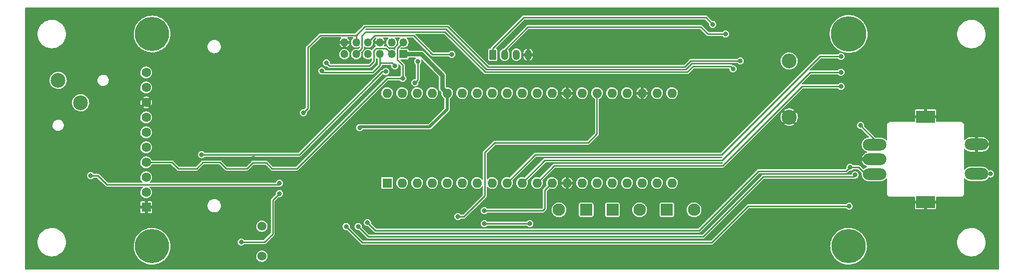
<source format=gbl>
%TF.GenerationSoftware,KiCad,Pcbnew,(6.0.0-rc1-393-g0ad0627bb0)*%
%TF.CreationDate,2021-12-16T01:21:55+00:00*%
%TF.ProjectId,solarpump_disp,736f6c61-7270-4756-9d70-5f646973702e,1.0*%
%TF.SameCoordinates,Original*%
%TF.FileFunction,Copper,L2,Bot*%
%TF.FilePolarity,Positive*%
%FSLAX46Y46*%
G04 Gerber Fmt 4.6, Leading zero omitted, Abs format (unit mm)*
G04 Created by KiCad (PCBNEW (6.0.0-rc1-393-g0ad0627bb0)) date 2021-12-16 01:21:55*
%MOMM*%
%LPD*%
G01*
G04 APERTURE LIST*
G04 Aperture macros list*
%AMRoundRect*
0 Rectangle with rounded corners*
0 $1 Rounding radius*
0 $2 $3 $4 $5 $6 $7 $8 $9 X,Y pos of 4 corners*
0 Add a 4 corners polygon primitive as box body*
4,1,4,$2,$3,$4,$5,$6,$7,$8,$9,$2,$3,0*
0 Add four circle primitives for the rounded corners*
1,1,$1+$1,$2,$3*
1,1,$1+$1,$4,$5*
1,1,$1+$1,$6,$7*
1,1,$1+$1,$8,$9*
0 Add four rect primitives between the rounded corners*
20,1,$1+$1,$2,$3,$4,$5,0*
20,1,$1+$1,$4,$5,$6,$7,0*
20,1,$1+$1,$6,$7,$8,$9,0*
20,1,$1+$1,$8,$9,$2,$3,0*%
G04 Aperture macros list end*
%TA.AperFunction,SMDPad,CuDef*%
%ADD10O,4.000000X2.000000*%
%TD*%
%TA.AperFunction,SMDPad,CuDef*%
%ADD11R,3.200000X2.000000*%
%TD*%
%TA.AperFunction,ComponentPad*%
%ADD12R,1.600000X1.600000*%
%TD*%
%TA.AperFunction,ComponentPad*%
%ADD13O,1.600000X1.600000*%
%TD*%
%TA.AperFunction,ComponentPad*%
%ADD14RoundRect,0.250001X-0.799999X-0.799999X0.799999X-0.799999X0.799999X0.799999X-0.799999X0.799999X0*%
%TD*%
%TA.AperFunction,ComponentPad*%
%ADD15C,2.100000*%
%TD*%
%TA.AperFunction,ComponentPad*%
%ADD16C,2.500000*%
%TD*%
%TA.AperFunction,ComponentPad*%
%ADD17RoundRect,0.250001X0.799999X0.799999X-0.799999X0.799999X-0.799999X-0.799999X0.799999X-0.799999X0*%
%TD*%
%TA.AperFunction,WasherPad*%
%ADD18C,5.800000*%
%TD*%
%TA.AperFunction,WasherPad*%
%ADD19C,6.000000*%
%TD*%
%TA.AperFunction,ComponentPad*%
%ADD20C,1.600000*%
%TD*%
%TA.AperFunction,ComponentPad*%
%ADD21C,2.540000*%
%TD*%
%TA.AperFunction,ComponentPad*%
%ADD22RoundRect,0.250000X-0.350000X-0.625000X0.350000X-0.625000X0.350000X0.625000X-0.350000X0.625000X0*%
%TD*%
%TA.AperFunction,ComponentPad*%
%ADD23O,1.200000X1.750000*%
%TD*%
%TA.AperFunction,ComponentPad*%
%ADD24R,1.350000X1.350000*%
%TD*%
%TA.AperFunction,ComponentPad*%
%ADD25O,1.350000X1.350000*%
%TD*%
%TA.AperFunction,ComponentPad*%
%ADD26C,1.524000*%
%TD*%
%TA.AperFunction,ViaPad*%
%ADD27C,0.800000*%
%TD*%
%TA.AperFunction,Conductor*%
%ADD28C,0.250000*%
%TD*%
%TA.AperFunction,Conductor*%
%ADD29C,0.750000*%
%TD*%
%TA.AperFunction,Conductor*%
%ADD30C,0.500000*%
%TD*%
G04 APERTURE END LIST*
D10*
%TO.P,SW2,A,A*%
%TO.N,/FrontPanel/ROT_A*%
X161672600Y-36029900D03*
%TO.P,SW2,B,B*%
%TO.N,/FrontPanel/ROT_B*%
X161672600Y-41029900D03*
%TO.P,SW2,C,C*%
%TO.N,/FrontPanel/FP_GND*%
X161672600Y-38529900D03*
D11*
%TO.P,SW2,MP,MP*%
X170294600Y-31280900D03*
X170294000Y-45783300D03*
D10*
%TO.P,SW2,S1,S1*%
%TO.N,/FrontPanel/ROT_SW*%
X178916000Y-41004500D03*
%TO.P,SW2,S2,S2*%
%TO.N,/FrontPanel/FP_GND*%
X178916000Y-36004500D03*
%TD*%
D12*
%TO.P,M3,1,NC*%
%TO.N,unconnected-(M3-Pad1)*%
X79074000Y-42532277D03*
D13*
%TO.P,M3,2,NC*%
%TO.N,unconnected-(M3-Pad2)*%
X81614000Y-42532277D03*
%TO.P,M3,3,NC*%
%TO.N,unconnected-(M3-Pad3)*%
X84154000Y-42532277D03*
%TO.P,M3,4,NC*%
%TO.N,unconnected-(M3-Pad4)*%
X86694000Y-42532277D03*
%TO.P,M3,5,NC*%
%TO.N,unconnected-(M3-Pad5)*%
X89234000Y-42532277D03*
%TO.P,M3,6,NC*%
%TO.N,unconnected-(M3-Pad6)*%
X91774000Y-42532277D03*
%TO.P,M3,7,NC*%
%TO.N,unconnected-(M3-Pad7)*%
X94314000Y-42532277D03*
%TO.P,M3,8,NC*%
%TO.N,unconnected-(M3-Pad8)*%
X96854000Y-42532277D03*
%TO.P,M3,9,LED_R*%
%TO.N,/FrontPanel/DISP_LED_R*%
X99394000Y-42532277D03*
%TO.P,M3,10,LED_G*%
%TO.N,/FrontPanel/DISP_LED_G*%
X101934000Y-42532277D03*
%TO.P,M3,11,LED_B*%
%TO.N,/FrontPanel/DISP_LED_B*%
X104474000Y-42532277D03*
%TO.P,M3,12,LCD_RESET*%
%TO.N,/FrontPanel/DISP_RESET*%
X107014000Y-42532277D03*
%TO.P,M3,13,GND*%
%TO.N,/FrontPanel/FP_GND*%
X109554000Y-42532277D03*
%TO.P,M3,14,NC*%
%TO.N,unconnected-(M3-Pad14)*%
X112094000Y-42532277D03*
%TO.P,M3,15,NC*%
%TO.N,unconnected-(M3-Pad15)*%
X114634000Y-42532277D03*
%TO.P,M3,16,SW_A*%
%TO.N,/FrontPanel/DISP_SW_A*%
X117174000Y-42532277D03*
%TO.P,M3,17,SW_B*%
%TO.N,/FrontPanel/DISP_SW_B*%
X119714000Y-42532277D03*
%TO.P,M3,18,GND*%
%TO.N,unconnected-(M3-Pad18)*%
X122254000Y-42532277D03*
%TO.P,M3,19,SW_X*%
%TO.N,/FrontPanel/DISP_SW_X*%
X124794000Y-42532277D03*
%TO.P,M3,20,SW_Y*%
%TO.N,/FrontPanel/DISP_SW_Y*%
X127334000Y-42532277D03*
%TO.P,M3,21,LCD_DATCMD*%
%TO.N,/FrontPanel/OLED_DATCMD*%
X127334000Y-27292277D03*
%TO.P,M3,22,LCD_CS*%
%TO.N,/FrontPanel/OLED_CS1*%
X124794000Y-27292277D03*
%TO.P,M3,23,GND*%
%TO.N,/FrontPanel/FP_GND*%
X122254000Y-27292277D03*
%TO.P,M3,24,LCD_SCLK*%
%TO.N,/FrontPanel/OLED_SCK*%
X119714000Y-27292277D03*
%TO.P,M3,25,LCD_MOSI*%
%TO.N,/FrontPanel/OLED_SDA*%
X117174000Y-27292277D03*
%TO.P,M3,26,BL_EN*%
%TO.N,/FrontPanel/DISP_BL_EN*%
X114634000Y-27292277D03*
%TO.P,M3,27,NC*%
%TO.N,unconnected-(M3-Pad27)*%
X112094000Y-27292277D03*
%TO.P,M3,28,GND*%
%TO.N,/FrontPanel/FP_GND*%
X109554000Y-27292277D03*
%TO.P,M3,29,NC*%
%TO.N,unconnected-(M3-Pad29)*%
X107014000Y-27292277D03*
%TO.P,M3,30,NC*%
%TO.N,unconnected-(M3-Pad30)*%
X104474000Y-27292277D03*
%TO.P,M3,31,NC*%
%TO.N,unconnected-(M3-Pad31)*%
X101934000Y-27292277D03*
%TO.P,M3,32,NC*%
%TO.N,unconnected-(M3-Pad32)*%
X99394000Y-27292277D03*
%TO.P,M3,33,NC*%
%TO.N,unconnected-(M3-Pad33)*%
X96854000Y-27292277D03*
%TO.P,M3,34,NC*%
%TO.N,unconnected-(M3-Pad34)*%
X94314000Y-27292277D03*
%TO.P,M3,35,NC*%
%TO.N,unconnected-(M3-Pad35)*%
X91774000Y-27292277D03*
%TO.P,M3,36,3V3*%
%TO.N,/FrontPanel/FP_3V3*%
X89234000Y-27292277D03*
%TO.P,M3,37,NC*%
%TO.N,unconnected-(M3-Pad37)*%
X86694000Y-27292277D03*
%TO.P,M3,38,NC*%
%TO.N,unconnected-(M3-Pad38)*%
X84154000Y-27292277D03*
%TO.P,M3,39,NC*%
%TO.N,unconnected-(M3-Pad39)*%
X81614000Y-27292277D03*
%TO.P,M3,40,NC*%
%TO.N,unconnected-(M3-Pad40)*%
X79074000Y-27292277D03*
%TD*%
D14*
%TO.P,SW4,1,A*%
%TO.N,Net-(R50-Pad1)*%
X117257800Y-47091600D03*
D15*
%TO.P,SW4,2,B*%
%TO.N,/FrontPanel/DISP_SW_B*%
X121857800Y-47091600D03*
%TD*%
D14*
%TO.P,SW5,1,A*%
%TO.N,Net-(R50-Pad1)*%
X126466600Y-47091600D03*
D15*
%TO.P,SW5,2,B*%
%TO.N,/FrontPanel/DISP_SW_X*%
X131066600Y-47091600D03*
%TD*%
D16*
%TO.P,SW1,1,A*%
%TO.N,Net-(R25-Pad2)*%
X23343000Y-25121000D03*
%TO.P,SW1,2,B*%
%TO.N,/FrontPanel/STOP_SW*%
X27153000Y-28931000D03*
%TD*%
D17*
%TO.P,SW3,1,A*%
%TO.N,Net-(R50-Pad1)*%
X112790000Y-47091600D03*
D15*
%TO.P,SW3,2,B*%
%TO.N,/FrontPanel/DISP_SW_A*%
X108190000Y-47091600D03*
%TD*%
D18*
%TO.P,J11,*%
%TO.N,*%
X157259281Y-53264800D03*
D19*
X157259281Y-17264800D03*
D18*
X39259281Y-53264800D03*
X39259281Y-17264800D03*
D12*
%TO.P,J11,1,GND*%
%TO.N,/FrontPanel/FP_GND*%
X38259281Y-46659800D03*
D20*
%TO.P,J11,2,VCC_3V3*%
%TO.N,/FrontPanel/FP_3V3*%
X38259281Y-44119800D03*
%TO.P,J11,3,SCK*%
%TO.N,/FrontPanel/OLED_SCK*%
X38259281Y-41579800D03*
%TO.P,J11,4,SDA*%
%TO.N,/FrontPanel/OLED_SDA*%
X38259281Y-39039800D03*
%TO.P,J11,5,~{RESET}*%
%TO.N,/FrontPanel/OLED_RES*%
X38259281Y-36499800D03*
%TO.P,J11,6,DAT_~{CMD}*%
%TO.N,/FrontPanel/OLED_DATCMD*%
X38259281Y-33959800D03*
%TO.P,J11,7,~{CS1}*%
%TO.N,/FrontPanel/OLED_CS1*%
X38259281Y-31419800D03*
%TO.P,J11,8,~{CS2}*%
%TO.N,/FrontPanel/FP_GND*%
X38259281Y-28879800D03*
%TO.P,J11,9,FR1*%
%TO.N,unconnected-(J11-Pad9)*%
X38259281Y-26339800D03*
%TO.P,J11,10,FR2*%
%TO.N,unconnected-(J11-Pad10)*%
X38259281Y-23799800D03*
%TD*%
D16*
%TO.P,BT2,1,+*%
%TO.N,/FrontPanel/+3Vbat*%
X147193000Y-21844000D03*
D21*
%TO.P,BT2,2,-*%
%TO.N,/FrontPanel/FP_GND*%
X147193000Y-31374000D03*
%TD*%
D22*
%TO.P,J12,1,SCL*%
%TO.N,/FrontPanel/I2C_SCL*%
X96977200Y-20777200D03*
D23*
%TO.P,J12,2,SDA*%
%TO.N,/FrontPanel/I2C_SDA*%
X98977200Y-20777200D03*
%TO.P,J12,3,VCC*%
%TO.N,/FrontPanel/FP_3V3*%
X100977200Y-20777200D03*
%TO.P,J12,4,GND*%
%TO.N,/FrontPanel/FP_GND*%
X102977200Y-20777200D03*
%TD*%
D24*
%TO.P,J6,1,Pin_1*%
%TO.N,/FrontPanel/FP_3V3*%
X81835000Y-20685000D03*
D25*
%TO.P,J6,2,Pin_2*%
%TO.N,/FrontPanel/OLED_SDA*%
X81835000Y-18685000D03*
%TO.P,J6,3,Pin_3*%
%TO.N,/FrontPanel/OLED_CS1*%
X79835000Y-20685000D03*
%TO.P,J6,4,Pin_4*%
%TO.N,/FrontPanel/OLED_SCK*%
X79835000Y-18685000D03*
%TO.P,J6,5,Pin_5*%
%TO.N,/FrontPanel/OLED_DATCMD*%
X77835000Y-20685000D03*
%TO.P,J6,6,Pin_6*%
%TO.N,/FrontPanel/FP_GND*%
X77835000Y-18685000D03*
%TO.P,J6,7,Pin_7*%
%TO.N,/FrontPanel/I2C_SDA*%
X75835000Y-20685000D03*
%TO.P,J6,8,Pin_8*%
%TO.N,/FrontPanel/I2C_SCL*%
X75835000Y-18685000D03*
%TO.P,J6,9,Pin_9*%
%TO.N,/FrontPanel/I2C_INT*%
X73835000Y-20685000D03*
%TO.P,J6,10,Pin_10*%
%TO.N,/FrontPanel/OLED_RES*%
X73835000Y-18685000D03*
%TO.P,J6,11,Pin_11*%
%TO.N,/FrontPanel/FP_3V3*%
X71835000Y-20685000D03*
%TO.P,J6,12,Pin_12*%
%TO.N,/FrontPanel/FP_GND*%
X71835000Y-18685000D03*
%TD*%
D26*
%TO.P,BZ1,1,-*%
%TO.N,/FrontPanel/FP_3V3*%
X57862600Y-49861800D03*
%TO.P,BZ1,2,+*%
%TO.N,Net-(BZ1-Pad2)*%
X57862600Y-54961800D03*
%TD*%
D27*
%TO.N,/FrontPanel/OLED_SDA*%
X81711800Y-24765000D03*
%TO.N,/FrontPanel/OLED_CS1*%
X68783200Y-22148800D03*
%TO.N,/FrontPanel/OLED_SCK*%
X78841600Y-23647400D03*
X47650400Y-37719000D03*
%TO.N,/FrontPanel/OLED_DATCMD*%
X67995800Y-23520400D03*
X80391000Y-22672411D03*
%TO.N,/FrontPanel/I2C_SCL*%
X134239000Y-15621000D03*
X90043000Y-20701000D03*
%TO.N,/FrontPanel/I2C_SDA*%
X136398000Y-17272000D03*
X83794600Y-25527000D03*
X84251800Y-21920200D03*
%TO.N,/FrontPanel/FP_GND*%
X139547600Y-53695600D03*
X56388000Y-38354000D03*
X116103400Y-15290800D03*
X91854000Y-31953200D03*
X68961000Y-33909000D03*
X49758600Y-40944800D03*
X49758600Y-17145000D03*
X116103400Y-19913600D03*
X170256200Y-45720000D03*
X19862800Y-45919400D03*
X139547600Y-45872400D03*
X178839800Y-34518600D03*
X19862800Y-23418800D03*
X116103400Y-31953200D03*
X71882000Y-54127400D03*
X49758600Y-26568400D03*
X159766000Y-38529900D03*
X99454000Y-46332055D03*
X60179000Y-28126000D03*
X170180000Y-31330900D03*
X139547600Y-39725600D03*
X74422000Y-32004000D03*
X49758600Y-31953200D03*
X75565000Y-27305000D03*
X110854000Y-31953200D03*
X67754500Y-49987200D03*
X63627000Y-45847000D03*
X85496400Y-25730200D03*
X139547600Y-31953200D03*
X60096400Y-18186400D03*
%TO.N,/FrontPanel/FP_3V3*%
X74422000Y-33147000D03*
%TO.N,/FrontPanel/I2C_INT*%
X137668000Y-23164800D03*
%TO.N,/FrontPanel/ROT_B*%
X157530800Y-39852600D03*
X75754000Y-49276000D03*
%TO.N,/FrontPanel/ROT_A*%
X158369000Y-41173400D03*
X159258000Y-32766000D03*
X74168000Y-49911000D03*
%TO.N,/FrontPanel/ROT_SW*%
X72136000Y-49911000D03*
X157353000Y-46482000D03*
X181279800Y-40995600D03*
%TO.N,/FrontPanel/STOP_SW*%
X60829000Y-42576000D03*
X28854400Y-41275000D03*
%TO.N,/FrontPanel/DISP_LED_R*%
X155956000Y-21082000D03*
%TO.N,/FrontPanel/DISP_LED_G*%
X155956000Y-23749000D03*
%TO.N,/FrontPanel/DISP_LED_B*%
X103254000Y-49432055D03*
X155956000Y-26162000D03*
X95554000Y-49432055D03*
%TO.N,/FrontPanel/DISP_BL_EN*%
X91059000Y-48232055D03*
%TO.N,/FrontPanel/BUZZER*%
X60833000Y-44323000D03*
X54356000Y-52578000D03*
%TO.N,/FrontPanel/DISP_RESET*%
X95554000Y-47232055D03*
%TO.N,/FrontPanel/OLED_RES*%
X64897000Y-30607000D03*
X138912600Y-21844000D03*
%TD*%
D28*
%TO.N,/FrontPanel/OLED_SDA*%
X42632889Y-39051489D02*
X38259281Y-39051489D01*
X81711800Y-24765000D02*
X79121000Y-24765000D01*
X55321200Y-40106600D02*
X51841400Y-40106600D01*
X59588400Y-40106600D02*
X58597800Y-39116000D01*
X51841400Y-40106600D02*
X50786289Y-39051489D01*
X80822800Y-19697200D02*
X81835000Y-18685000D01*
X63779400Y-40106600D02*
X59588400Y-40106600D01*
X79121000Y-24765000D02*
X63779400Y-40106600D01*
X81711800Y-22529800D02*
X80822800Y-21640800D01*
X47867311Y-39051489D02*
X46812200Y-40106600D01*
X46812200Y-40106600D02*
X43688000Y-40106600D01*
X56311800Y-39116000D02*
X55321200Y-40106600D01*
X58597800Y-39116000D02*
X56311800Y-39116000D01*
X50786289Y-39051489D02*
X47867311Y-39051489D01*
X81711800Y-24765000D02*
X81711800Y-22529800D01*
X43688000Y-40106600D02*
X42632889Y-39051489D01*
X80822800Y-21640800D02*
X80822800Y-19697200D01*
%TO.N,/FrontPanel/OLED_CS1*%
X68783200Y-22148800D02*
X69316600Y-22682200D01*
X78835000Y-19685000D02*
X79835000Y-20685000D01*
X69316600Y-22682200D02*
X76073000Y-22682200D01*
X76073000Y-22682200D02*
X76835000Y-21920200D01*
X77216000Y-19685000D02*
X78835000Y-19685000D01*
X76835000Y-20066000D02*
X77216000Y-19685000D01*
X76835000Y-21920200D02*
X76835000Y-20066000D01*
%TO.N,/FrontPanel/OLED_SCK*%
X78270100Y-23647400D02*
X64198500Y-37719000D01*
X64198500Y-37719000D02*
X47650400Y-37719000D01*
X78841600Y-23647400D02*
X78270100Y-23647400D01*
%TO.N,/FrontPanel/OLED_DATCMD*%
X67995800Y-23520400D02*
X68224400Y-23749000D01*
X68224400Y-23749000D02*
X76682600Y-23749000D01*
X80391000Y-22672411D02*
X79927589Y-22209000D01*
X76682600Y-23749000D02*
X77835000Y-22596600D01*
X77835000Y-22596600D02*
X77835000Y-22209000D01*
X77835000Y-22209000D02*
X77835000Y-20685000D01*
X79927589Y-22209000D02*
X77835000Y-22209000D01*
%TO.N,/FrontPanel/I2C_SCL*%
X134239000Y-15621000D02*
X133096000Y-14478000D01*
X76994000Y-17526000D02*
X75835000Y-18685000D01*
X102184200Y-14478000D02*
X96977200Y-19685000D01*
X96977200Y-19685000D02*
X96977200Y-20777200D01*
X83566000Y-17526000D02*
X76994000Y-17526000D01*
X133096000Y-14478000D02*
X102184200Y-14478000D01*
X90043000Y-20701000D02*
X86741000Y-20701000D01*
X86741000Y-20701000D02*
X83566000Y-17526000D01*
%TO.N,/FrontPanel/I2C_SDA*%
X132232400Y-16078200D02*
X102920800Y-16078200D01*
X84251800Y-21920200D02*
X84251800Y-25069800D01*
X84251800Y-25069800D02*
X83794600Y-25527000D01*
X136398000Y-17272000D02*
X133426200Y-17272000D01*
X98977200Y-20021800D02*
X98977200Y-20777200D01*
X133426200Y-17272000D02*
X132232400Y-16078200D01*
X102920800Y-16078200D02*
X98977200Y-20021800D01*
D29*
%TO.N,/FrontPanel/FP_3V3*%
X88442800Y-26501077D02*
X89234000Y-27292277D01*
X88442800Y-24257000D02*
X88442800Y-26501077D01*
X81835000Y-20685000D02*
X84870800Y-20685000D01*
X84870800Y-20685000D02*
X88442800Y-24257000D01*
D30*
X74549000Y-33020000D02*
X86258400Y-33020000D01*
X86258400Y-33020000D02*
X89234000Y-30044400D01*
X74422000Y-33147000D02*
X74549000Y-33020000D01*
X89234000Y-30044400D02*
X89234000Y-27292277D01*
D28*
%TO.N,/FrontPanel/I2C_INT*%
X130937000Y-22733000D02*
X129946400Y-23723600D01*
X129946400Y-23723600D02*
X95681800Y-23723600D01*
X74828400Y-17500600D02*
X74828400Y-19691600D01*
X137668000Y-23164800D02*
X137236200Y-22733000D01*
X74828400Y-19691600D02*
X73835000Y-20685000D01*
X95681800Y-23723600D02*
X88849200Y-16891000D01*
X75438000Y-16891000D02*
X74828400Y-17500600D01*
X88849200Y-16891000D02*
X75438000Y-16891000D01*
X137236200Y-22733000D02*
X130937000Y-22733000D01*
%TO.N,/FrontPanel/ROT_B*%
X156870400Y-40513000D02*
X142036800Y-40513000D01*
X158927800Y-39852600D02*
X160105100Y-41029900D01*
X160105100Y-41029900D02*
X161596400Y-41029900D01*
X157530800Y-39852600D02*
X158927800Y-39852600D01*
X131953000Y-50596800D02*
X77074800Y-50596800D01*
X142036800Y-40513000D02*
X131953000Y-50596800D01*
X77074800Y-50596800D02*
X75754000Y-49276000D01*
X157530800Y-39852600D02*
X156870400Y-40513000D01*
%TO.N,/FrontPanel/ROT_A*%
X158369000Y-41173400D02*
X158064200Y-41478200D01*
X75895200Y-51638200D02*
X74168000Y-49911000D01*
X161596400Y-35104400D02*
X159258000Y-32766000D01*
X142773400Y-41478200D02*
X132613400Y-51638200D01*
X158064200Y-41478200D02*
X142773400Y-41478200D01*
X161596400Y-36029900D02*
X161596400Y-35104400D01*
X132613400Y-51638200D02*
X75895200Y-51638200D01*
%TO.N,/FrontPanel/ROT_SW*%
X134086600Y-52628800D02*
X140233400Y-46482000D01*
X140233400Y-46482000D02*
X157353000Y-46482000D01*
X181279800Y-40995600D02*
X178924900Y-40995600D01*
X74853800Y-52628800D02*
X134086600Y-52628800D01*
X178924900Y-40995600D02*
X178916000Y-41004500D01*
X72136000Y-49911000D02*
X74853800Y-52628800D01*
%TO.N,/FrontPanel/STOP_SW*%
X31572200Y-42799000D02*
X60606000Y-42799000D01*
X30048200Y-41275000D02*
X31572200Y-42799000D01*
X60606000Y-42799000D02*
X60829000Y-42576000D01*
X28854400Y-41275000D02*
X30048200Y-41275000D01*
%TO.N,/FrontPanel/DISP_LED_R*%
X135712200Y-37769800D02*
X104156477Y-37769800D01*
X155956000Y-21082000D02*
X152400000Y-21082000D01*
X104156477Y-37769800D02*
X99394000Y-42532277D01*
X152400000Y-21082000D02*
X135712200Y-37769800D01*
%TO.N,/FrontPanel/DISP_LED_G*%
X150749000Y-23749000D02*
X135839200Y-38658800D01*
X135839200Y-38658800D02*
X105807477Y-38658800D01*
X155956000Y-23749000D02*
X150749000Y-23749000D01*
X105807477Y-38658800D02*
X101934000Y-42532277D01*
%TO.N,/FrontPanel/DISP_LED_B*%
X107407677Y-39598600D02*
X104474000Y-42532277D01*
X155956000Y-26162000D02*
X149352000Y-26162000D01*
X103254000Y-49432055D02*
X95554000Y-49432055D01*
X135915400Y-39598600D02*
X107407677Y-39598600D01*
X149352000Y-26162000D02*
X135915400Y-39598600D01*
%TO.N,/FrontPanel/DISP_BL_EN*%
X113157000Y-35687000D02*
X114626953Y-34217047D01*
X114626953Y-34217047D02*
X114626953Y-27292277D01*
X91059000Y-48232055D02*
X92102945Y-48232055D01*
X92102945Y-48232055D02*
X95631000Y-44704000D01*
X95631000Y-37363400D02*
X97307400Y-35687000D01*
X97307400Y-35687000D02*
X113157000Y-35687000D01*
X95631000Y-44704000D02*
X95631000Y-37363400D01*
%TO.N,/FrontPanel/BUZZER*%
X60833000Y-44323000D02*
X59690000Y-45466000D01*
X58293000Y-52578000D02*
X54356000Y-52578000D01*
X59690000Y-45466000D02*
X59690000Y-51181000D01*
X59690000Y-51181000D02*
X58293000Y-52578000D01*
%TO.N,/FrontPanel/DISP_RESET*%
X95554000Y-47232055D02*
X105454000Y-47232055D01*
X105454000Y-47232055D02*
X105754000Y-46932055D01*
X105754000Y-43785230D02*
X107006953Y-42532277D01*
X105754000Y-46932055D02*
X105754000Y-43785230D01*
%TO.N,/FrontPanel/OLED_RES*%
X129502904Y-22860000D02*
X96189800Y-22860000D01*
X65659000Y-29845000D02*
X64897000Y-30607000D01*
X89357200Y-16027400D02*
X75285600Y-16027400D01*
X96189800Y-22860000D02*
X89357200Y-16027400D01*
X73835000Y-17478000D02*
X73835000Y-18685000D01*
X75285600Y-16027400D02*
X73835000Y-17478000D01*
X67739000Y-17478000D02*
X65659000Y-19558000D01*
X138912600Y-21844000D02*
X130518904Y-21844000D01*
X73835000Y-17478000D02*
X67739000Y-17478000D01*
X65659000Y-19558000D02*
X65659000Y-29845000D01*
X130518904Y-21844000D02*
X129502904Y-22860000D01*
%TD*%
%TA.AperFunction,Conductor*%
%TO.N,/FrontPanel/FP_GND*%
G36*
X182709191Y-12764907D02*
G01*
X182745155Y-12814407D01*
X182750000Y-12845000D01*
X182750000Y-57147000D01*
X182731093Y-57205191D01*
X182681593Y-57241155D01*
X182651000Y-57246000D01*
X17849000Y-57246000D01*
X17790809Y-57227093D01*
X17754845Y-57177593D01*
X17750000Y-57147000D01*
X17750000Y-52477271D01*
X19852903Y-52477271D01*
X19859584Y-52783465D01*
X19905118Y-53086330D01*
X19905981Y-53089368D01*
X19905981Y-53089370D01*
X19942698Y-53218692D01*
X19988766Y-53380953D01*
X20109172Y-53662560D01*
X20264384Y-53926585D01*
X20266314Y-53929077D01*
X20449955Y-54166254D01*
X20449961Y-54166261D01*
X20451886Y-54168747D01*
X20668639Y-54385122D01*
X20671127Y-54387041D01*
X20671131Y-54387045D01*
X20901527Y-54564794D01*
X20911129Y-54572202D01*
X21175424Y-54726953D01*
X21457241Y-54846867D01*
X21460270Y-54847721D01*
X21460272Y-54847722D01*
X21748974Y-54929145D01*
X21748978Y-54929146D01*
X21752010Y-54930001D01*
X22054953Y-54975006D01*
X22101848Y-54976971D01*
X22137288Y-54978457D01*
X22137298Y-54978457D01*
X22138319Y-54978500D01*
X22333709Y-54978500D01*
X22335288Y-54978399D01*
X22335297Y-54978399D01*
X22558735Y-54964146D01*
X22558739Y-54964145D01*
X22561882Y-54963945D01*
X22564974Y-54963347D01*
X22564980Y-54963346D01*
X22859477Y-54906367D01*
X22862573Y-54905768D01*
X22865563Y-54904782D01*
X22865567Y-54904781D01*
X23150434Y-54810846D01*
X23150440Y-54810844D01*
X23153435Y-54809856D01*
X23421434Y-54681740D01*
X23426913Y-54679121D01*
X23426917Y-54679119D01*
X23429753Y-54677763D01*
X23687047Y-54511631D01*
X23801137Y-54415388D01*
X23918731Y-54316189D01*
X23918736Y-54316184D01*
X23921145Y-54314152D01*
X24128254Y-54088529D01*
X24305015Y-53838418D01*
X24448563Y-53567874D01*
X24519009Y-53380953D01*
X24555455Y-53284245D01*
X24555456Y-53284241D01*
X24556571Y-53281283D01*
X24560895Y-53263065D01*
X24570773Y-53221442D01*
X36154199Y-53221442D01*
X36168717Y-53567832D01*
X36169140Y-53570563D01*
X36211005Y-53840996D01*
X36221756Y-53910446D01*
X36244758Y-53995106D01*
X36270773Y-54090856D01*
X36312656Y-54245012D01*
X36313674Y-54247584D01*
X36313676Y-54247589D01*
X36383058Y-54422829D01*
X36440282Y-54567360D01*
X36441571Y-54569785D01*
X36441576Y-54569795D01*
X36552683Y-54778755D01*
X36603046Y-54873473D01*
X36604608Y-54875754D01*
X36797356Y-55157257D01*
X36797361Y-55157263D01*
X36798917Y-55159536D01*
X36800714Y-55161618D01*
X36800718Y-55161623D01*
X36888157Y-55262922D01*
X37025454Y-55421982D01*
X37279834Y-55657540D01*
X37558886Y-55863275D01*
X37859133Y-56036623D01*
X38176831Y-56175421D01*
X38179472Y-56176239D01*
X38179476Y-56176240D01*
X38505367Y-56277121D01*
X38505371Y-56277122D01*
X38508020Y-56277942D01*
X38848574Y-56342906D01*
X39194247Y-56369504D01*
X39196999Y-56369408D01*
X39197004Y-56369408D01*
X39406569Y-56362089D01*
X39540730Y-56357404D01*
X39883705Y-56306758D01*
X39886374Y-56306053D01*
X39886378Y-56306052D01*
X40216238Y-56218900D01*
X40216241Y-56218899D01*
X40218898Y-56218197D01*
X40327069Y-56176240D01*
X40539542Y-56093827D01*
X40539551Y-56093823D01*
X40542129Y-56092823D01*
X40849371Y-55932201D01*
X41136794Y-55738332D01*
X41231724Y-55657540D01*
X41398711Y-55515423D01*
X41398714Y-55515420D01*
X41400815Y-55513632D01*
X41638144Y-55260903D01*
X41639806Y-55258682D01*
X41844162Y-54985514D01*
X41844168Y-54985505D01*
X41845822Y-54983294D01*
X41847218Y-54980914D01*
X41847223Y-54980907D01*
X41866356Y-54948296D01*
X56895537Y-54948296D01*
X56911332Y-55136390D01*
X56912665Y-55141038D01*
X56912665Y-55141039D01*
X56946399Y-55258682D01*
X56963360Y-55317834D01*
X56965575Y-55322144D01*
X57047427Y-55481412D01*
X57047430Y-55481416D01*
X57049640Y-55485717D01*
X57166885Y-55633644D01*
X57170572Y-55636782D01*
X57170574Y-55636784D01*
X57306942Y-55752842D01*
X57306947Y-55752845D01*
X57310630Y-55755980D01*
X57314853Y-55758340D01*
X57314857Y-55758343D01*
X57354646Y-55780580D01*
X57475400Y-55848067D01*
X57526912Y-55864804D01*
X57650318Y-55904901D01*
X57650321Y-55904902D01*
X57654917Y-55906395D01*
X57659713Y-55906967D01*
X57659718Y-55906968D01*
X57748631Y-55917570D01*
X57842345Y-55928745D01*
X57847167Y-55928374D01*
X57847170Y-55928374D01*
X57908878Y-55923626D01*
X58030545Y-55914264D01*
X58212348Y-55863503D01*
X58380829Y-55778398D01*
X58529570Y-55662188D01*
X58532732Y-55658525D01*
X58532737Y-55658520D01*
X58649743Y-55522966D01*
X58652907Y-55519301D01*
X58656128Y-55513632D01*
X58743753Y-55359384D01*
X58743754Y-55359381D01*
X58746142Y-55355178D01*
X58760115Y-55313176D01*
X58804196Y-55180663D01*
X58804196Y-55180661D01*
X58805723Y-55176072D01*
X58807549Y-55161623D01*
X58829032Y-54991558D01*
X58829380Y-54988805D01*
X58829757Y-54961800D01*
X58811338Y-54773945D01*
X58756781Y-54593245D01*
X58668166Y-54426583D01*
X58548866Y-54280308D01*
X58533698Y-54267760D01*
X58407154Y-54163074D01*
X58407153Y-54163073D01*
X58403427Y-54159991D01*
X58237388Y-54070214D01*
X58057074Y-54014397D01*
X58045124Y-54013141D01*
X57874168Y-53995173D01*
X57874166Y-53995173D01*
X57869352Y-53994667D01*
X57814483Y-53999660D01*
X57686192Y-54011335D01*
X57686188Y-54011336D01*
X57681373Y-54011774D01*
X57611451Y-54032353D01*
X57504944Y-54063700D01*
X57504941Y-54063701D01*
X57500297Y-54065068D01*
X57462369Y-54084896D01*
X57337317Y-54150271D01*
X57337313Y-54150274D01*
X57333020Y-54152518D01*
X57329244Y-54155554D01*
X57329241Y-54155556D01*
X57221303Y-54242341D01*
X57185916Y-54270793D01*
X57182807Y-54274498D01*
X57182804Y-54274501D01*
X57067703Y-54411673D01*
X57064586Y-54415388D01*
X56973652Y-54580796D01*
X56916578Y-54760717D01*
X56895537Y-54948296D01*
X41866356Y-54948296D01*
X41996216Y-54726953D01*
X42021261Y-54684265D01*
X42162275Y-54367544D01*
X42200327Y-54247589D01*
X42266272Y-54039705D01*
X42266273Y-54039699D01*
X42267105Y-54037078D01*
X42334445Y-53696986D01*
X42363455Y-53351507D01*
X42363794Y-53327260D01*
X42364642Y-53266547D01*
X42364642Y-53266536D01*
X42364666Y-53264800D01*
X42362242Y-53221442D01*
X154154199Y-53221442D01*
X154168717Y-53567832D01*
X154169140Y-53570563D01*
X154211005Y-53840996D01*
X154221756Y-53910446D01*
X154244758Y-53995106D01*
X154270773Y-54090856D01*
X154312656Y-54245012D01*
X154313674Y-54247584D01*
X154313676Y-54247589D01*
X154383058Y-54422829D01*
X154440282Y-54567360D01*
X154441571Y-54569785D01*
X154441576Y-54569795D01*
X154552683Y-54778755D01*
X154603046Y-54873473D01*
X154604608Y-54875754D01*
X154797356Y-55157257D01*
X154797361Y-55157263D01*
X154798917Y-55159536D01*
X154800714Y-55161618D01*
X154800718Y-55161623D01*
X154888157Y-55262922D01*
X155025454Y-55421982D01*
X155279834Y-55657540D01*
X155558886Y-55863275D01*
X155859133Y-56036623D01*
X156176831Y-56175421D01*
X156179472Y-56176239D01*
X156179476Y-56176240D01*
X156505367Y-56277121D01*
X156505371Y-56277122D01*
X156508020Y-56277942D01*
X156848574Y-56342906D01*
X157194247Y-56369504D01*
X157196999Y-56369408D01*
X157197004Y-56369408D01*
X157406569Y-56362089D01*
X157540730Y-56357404D01*
X157883705Y-56306758D01*
X157886374Y-56306053D01*
X157886378Y-56306052D01*
X158216238Y-56218900D01*
X158216241Y-56218899D01*
X158218898Y-56218197D01*
X158327069Y-56176240D01*
X158539542Y-56093827D01*
X158539551Y-56093823D01*
X158542129Y-56092823D01*
X158849371Y-55932201D01*
X159136794Y-55738332D01*
X159231724Y-55657540D01*
X159398711Y-55515423D01*
X159398714Y-55515420D01*
X159400815Y-55513632D01*
X159638144Y-55260903D01*
X159639806Y-55258682D01*
X159844162Y-54985514D01*
X159844168Y-54985505D01*
X159845822Y-54983294D01*
X159847218Y-54980914D01*
X159847223Y-54980907D01*
X159996216Y-54726953D01*
X160021261Y-54684265D01*
X160162275Y-54367544D01*
X160200327Y-54247589D01*
X160266272Y-54039705D01*
X160266273Y-54039699D01*
X160267105Y-54037078D01*
X160334445Y-53696986D01*
X160363455Y-53351507D01*
X160363794Y-53327260D01*
X160364642Y-53266547D01*
X160364642Y-53266536D01*
X160364666Y-53264800D01*
X160345313Y-52918646D01*
X160287495Y-52576807D01*
X160258954Y-52477271D01*
X175650668Y-52477271D01*
X175657349Y-52783465D01*
X175702883Y-53086330D01*
X175703746Y-53089368D01*
X175703746Y-53089370D01*
X175740463Y-53218692D01*
X175786531Y-53380953D01*
X175906937Y-53662560D01*
X176062149Y-53926585D01*
X176064079Y-53929077D01*
X176247720Y-54166254D01*
X176247726Y-54166261D01*
X176249651Y-54168747D01*
X176466404Y-54385122D01*
X176468892Y-54387041D01*
X176468896Y-54387045D01*
X176699292Y-54564794D01*
X176708894Y-54572202D01*
X176973189Y-54726953D01*
X177255006Y-54846867D01*
X177258035Y-54847721D01*
X177258037Y-54847722D01*
X177546739Y-54929145D01*
X177546743Y-54929146D01*
X177549775Y-54930001D01*
X177852718Y-54975006D01*
X177899613Y-54976971D01*
X177935053Y-54978457D01*
X177935063Y-54978457D01*
X177936084Y-54978500D01*
X178131474Y-54978500D01*
X178133053Y-54978399D01*
X178133062Y-54978399D01*
X178356500Y-54964146D01*
X178356504Y-54964145D01*
X178359647Y-54963945D01*
X178362739Y-54963347D01*
X178362745Y-54963346D01*
X178657242Y-54906367D01*
X178660338Y-54905768D01*
X178663328Y-54904782D01*
X178663332Y-54904781D01*
X178948199Y-54810846D01*
X178948205Y-54810844D01*
X178951200Y-54809856D01*
X179219199Y-54681740D01*
X179224678Y-54679121D01*
X179224682Y-54679119D01*
X179227518Y-54677763D01*
X179484812Y-54511631D01*
X179598902Y-54415388D01*
X179716496Y-54316189D01*
X179716501Y-54316184D01*
X179718910Y-54314152D01*
X179926019Y-54088529D01*
X180102780Y-53838418D01*
X180246328Y-53567874D01*
X180316774Y-53380953D01*
X180353220Y-53284245D01*
X180353221Y-53284241D01*
X180354336Y-53281283D01*
X180358660Y-53263065D01*
X180424327Y-52986351D01*
X180424327Y-52986348D01*
X180425053Y-52983291D01*
X180444328Y-52801429D01*
X180457001Y-52681856D01*
X180457001Y-52681850D01*
X180457332Y-52678729D01*
X180450651Y-52372535D01*
X180405117Y-52069670D01*
X180375138Y-51964077D01*
X180322332Y-51778086D01*
X180322331Y-51778083D01*
X180321469Y-51775047D01*
X180240209Y-51584995D01*
X180202305Y-51496344D01*
X180202303Y-51496340D01*
X180201063Y-51493440D01*
X180045851Y-51229415D01*
X179926421Y-51075169D01*
X179860280Y-50989746D01*
X179860274Y-50989739D01*
X179858349Y-50987253D01*
X179686941Y-50816144D01*
X179643825Y-50773103D01*
X179643824Y-50773102D01*
X179641596Y-50770878D01*
X179639108Y-50768959D01*
X179639104Y-50768955D01*
X179401596Y-50585719D01*
X179399106Y-50583798D01*
X179134811Y-50429047D01*
X178852994Y-50309133D01*
X178849965Y-50308279D01*
X178849963Y-50308278D01*
X178561261Y-50226855D01*
X178561257Y-50226854D01*
X178558225Y-50225999D01*
X178255282Y-50180994D01*
X178208387Y-50179029D01*
X178172947Y-50177543D01*
X178172937Y-50177543D01*
X178171916Y-50177500D01*
X177976526Y-50177500D01*
X177974947Y-50177601D01*
X177974938Y-50177601D01*
X177751500Y-50191854D01*
X177751496Y-50191855D01*
X177748353Y-50192055D01*
X177745261Y-50192653D01*
X177745255Y-50192654D01*
X177488638Y-50242304D01*
X177447662Y-50250232D01*
X177444672Y-50251218D01*
X177444668Y-50251219D01*
X177159801Y-50345154D01*
X177159795Y-50345156D01*
X177156800Y-50346144D01*
X177066083Y-50389511D01*
X176883322Y-50476879D01*
X176883318Y-50476881D01*
X176880482Y-50478237D01*
X176623188Y-50644369D01*
X176620775Y-50646404D01*
X176620773Y-50646406D01*
X176391504Y-50839811D01*
X176391499Y-50839816D01*
X176389090Y-50841848D01*
X176181981Y-51067471D01*
X176005220Y-51317582D01*
X175861672Y-51588126D01*
X175860559Y-51591080D01*
X175860556Y-51591086D01*
X175758598Y-51861625D01*
X175753664Y-51874717D01*
X175752935Y-51877788D01*
X175752934Y-51877792D01*
X175708121Y-52066630D01*
X175682947Y-52172709D01*
X175671110Y-52284393D01*
X175655925Y-52427674D01*
X175650668Y-52477271D01*
X160258954Y-52477271D01*
X160191933Y-52243542D01*
X160059818Y-51923007D01*
X160054310Y-51912987D01*
X159894129Y-51621620D01*
X159892797Y-51619197D01*
X159806134Y-51496344D01*
X159694540Y-51338149D01*
X159694536Y-51338145D01*
X159692951Y-51335897D01*
X159462771Y-51076639D01*
X159460722Y-51074794D01*
X159460718Y-51074790D01*
X159295539Y-50926063D01*
X159205127Y-50844656D01*
X158975948Y-50680580D01*
X158925484Y-50644451D01*
X158925479Y-50644448D01*
X158923229Y-50642837D01*
X158817592Y-50583798D01*
X158623014Y-50475051D01*
X158623005Y-50475047D01*
X158620592Y-50473698D01*
X158300987Y-50339349D01*
X157968398Y-50241463D01*
X157754946Y-50203825D01*
X157629689Y-50181739D01*
X157629684Y-50181738D01*
X157626971Y-50181260D01*
X157280961Y-50159491D01*
X157278200Y-50159626D01*
X157278196Y-50159626D01*
X156982994Y-50174064D01*
X156934680Y-50176427D01*
X156592445Y-50231857D01*
X156258522Y-50325090D01*
X156203043Y-50347505D01*
X155939633Y-50453929D01*
X155939629Y-50453931D01*
X155937072Y-50454964D01*
X155934648Y-50456275D01*
X155934643Y-50456277D01*
X155634532Y-50618546D01*
X155634523Y-50618551D01*
X155632103Y-50619860D01*
X155629841Y-50621432D01*
X155629838Y-50621434D01*
X155599301Y-50642658D01*
X155347415Y-50817723D01*
X155086557Y-51046087D01*
X155084696Y-51048125D01*
X155084695Y-51048126D01*
X155013540Y-51126051D01*
X154852780Y-51302106D01*
X154648998Y-51582587D01*
X154477751Y-51884037D01*
X154476662Y-51886579D01*
X154476658Y-51886586D01*
X154443446Y-51964077D01*
X154341174Y-52202696D01*
X154340378Y-52205331D01*
X154340377Y-52205335D01*
X154319554Y-52274304D01*
X154240968Y-52534593D01*
X154240471Y-52537301D01*
X154240470Y-52537305D01*
X154178935Y-52872585D01*
X154178383Y-52875592D01*
X154172879Y-52954300D01*
X154156899Y-53182835D01*
X154154199Y-53221442D01*
X42362242Y-53221442D01*
X42345313Y-52918646D01*
X42287697Y-52578000D01*
X53750318Y-52578000D01*
X53770956Y-52734762D01*
X53831464Y-52880841D01*
X53927718Y-53006282D01*
X54053159Y-53102536D01*
X54199238Y-53163044D01*
X54356000Y-53183682D01*
X54512762Y-53163044D01*
X54658841Y-53102536D01*
X54784282Y-53006282D01*
X54833429Y-52942233D01*
X54883852Y-52907577D01*
X54911970Y-52903500D01*
X58274466Y-52903500D01*
X58283095Y-52903877D01*
X58321807Y-52907264D01*
X58359350Y-52897204D01*
X58367784Y-52895334D01*
X58397517Y-52890092D01*
X58397519Y-52890091D01*
X58406045Y-52888588D01*
X58413544Y-52884258D01*
X58419029Y-52882262D01*
X58424316Y-52879796D01*
X58432684Y-52877554D01*
X58464511Y-52855268D01*
X58471795Y-52850627D01*
X58505455Y-52831194D01*
X58530431Y-52801429D01*
X58536265Y-52795061D01*
X59907069Y-51424258D01*
X59913424Y-51418435D01*
X59943194Y-51393455D01*
X59962636Y-51359781D01*
X59967261Y-51352522D01*
X59984587Y-51327778D01*
X59984587Y-51327777D01*
X59989554Y-51320684D01*
X59991795Y-51312322D01*
X59994258Y-51307040D01*
X59996257Y-51301546D01*
X60000588Y-51294045D01*
X60007337Y-51255771D01*
X60009206Y-51247344D01*
X60017022Y-51218173D01*
X60017022Y-51218170D01*
X60019263Y-51209807D01*
X60015877Y-51171103D01*
X60015500Y-51162475D01*
X60015500Y-49911000D01*
X71530318Y-49911000D01*
X71550956Y-50067762D01*
X71611464Y-50213841D01*
X71707718Y-50339282D01*
X71833159Y-50435536D01*
X71979238Y-50496044D01*
X72136000Y-50516682D01*
X72216042Y-50506144D01*
X72276201Y-50517294D01*
X72298967Y-50534293D01*
X74610531Y-52845857D01*
X74616365Y-52852224D01*
X74641345Y-52881994D01*
X74675005Y-52901427D01*
X74682289Y-52906068D01*
X74714116Y-52928354D01*
X74722484Y-52930596D01*
X74727771Y-52933062D01*
X74733256Y-52935058D01*
X74740755Y-52939388D01*
X74749281Y-52940891D01*
X74749283Y-52940892D01*
X74779016Y-52946134D01*
X74787450Y-52948004D01*
X74824993Y-52958064D01*
X74863708Y-52954677D01*
X74872337Y-52954300D01*
X134068066Y-52954300D01*
X134076695Y-52954677D01*
X134115407Y-52958064D01*
X134152950Y-52948004D01*
X134161384Y-52946134D01*
X134191117Y-52940892D01*
X134191119Y-52940891D01*
X134199645Y-52939388D01*
X134207144Y-52935058D01*
X134212629Y-52933062D01*
X134217916Y-52930596D01*
X134226284Y-52928354D01*
X134258111Y-52906068D01*
X134265395Y-52901427D01*
X134299055Y-52881994D01*
X134324031Y-52852229D01*
X134329865Y-52845861D01*
X140339230Y-46836496D01*
X140393747Y-46808719D01*
X140409234Y-46807500D01*
X156797030Y-46807500D01*
X156855221Y-46826407D01*
X156875571Y-46846232D01*
X156924718Y-46910282D01*
X157050159Y-47006536D01*
X157196238Y-47067044D01*
X157353000Y-47087682D01*
X157509762Y-47067044D01*
X157655841Y-47006536D01*
X157781282Y-46910282D01*
X157867331Y-46798140D01*
X168494000Y-46798140D01*
X168494948Y-46807762D01*
X168503702Y-46851774D01*
X168511021Y-46869442D01*
X168544389Y-46919382D01*
X168557918Y-46932911D01*
X168607858Y-46966279D01*
X168625526Y-46973598D01*
X168669538Y-46982352D01*
X168679160Y-46983300D01*
X170024320Y-46983300D01*
X170037005Y-46979178D01*
X170040000Y-46975057D01*
X170040000Y-46967620D01*
X170548000Y-46967620D01*
X170552122Y-46980305D01*
X170556243Y-46983300D01*
X171908840Y-46983300D01*
X171918462Y-46982352D01*
X171962474Y-46973598D01*
X171980142Y-46966279D01*
X172030082Y-46932911D01*
X172043611Y-46919382D01*
X172076979Y-46869442D01*
X172084298Y-46851774D01*
X172093052Y-46807762D01*
X172094000Y-46798140D01*
X172094000Y-46052980D01*
X172089878Y-46040295D01*
X172085757Y-46037300D01*
X170563680Y-46037300D01*
X170550995Y-46041422D01*
X170548000Y-46045543D01*
X170548000Y-46967620D01*
X170040000Y-46967620D01*
X170040000Y-46052980D01*
X170035878Y-46040295D01*
X170031757Y-46037300D01*
X168509680Y-46037300D01*
X168496995Y-46041422D01*
X168494000Y-46045543D01*
X168494000Y-46798140D01*
X157867331Y-46798140D01*
X157877536Y-46784841D01*
X157938044Y-46638762D01*
X157958682Y-46482000D01*
X157938044Y-46325238D01*
X157877536Y-46179159D01*
X157781282Y-46053718D01*
X157655841Y-45957464D01*
X157509762Y-45896956D01*
X157353000Y-45876318D01*
X157196238Y-45896956D01*
X157050159Y-45957464D01*
X156924718Y-46053718D01*
X156920764Y-46058871D01*
X156875572Y-46117767D01*
X156825148Y-46152423D01*
X156797030Y-46156500D01*
X140251934Y-46156500D01*
X140243305Y-46156123D01*
X140213222Y-46153491D01*
X140204593Y-46152736D01*
X140196226Y-46154978D01*
X140167051Y-46162796D01*
X140158616Y-46164666D01*
X140128883Y-46169908D01*
X140128881Y-46169909D01*
X140120355Y-46171412D01*
X140112856Y-46175742D01*
X140107371Y-46177738D01*
X140102084Y-46180204D01*
X140093716Y-46182446D01*
X140064344Y-46203013D01*
X140061889Y-46204732D01*
X140054608Y-46209371D01*
X140020945Y-46228806D01*
X139995969Y-46258571D01*
X139990135Y-46264939D01*
X133980770Y-52274304D01*
X133926253Y-52302081D01*
X133910766Y-52303300D01*
X75029634Y-52303300D01*
X74971443Y-52284393D01*
X74959630Y-52274304D01*
X72759293Y-50073967D01*
X72731516Y-50019450D01*
X72731144Y-49991045D01*
X72741682Y-49911000D01*
X73562318Y-49911000D01*
X73582956Y-50067762D01*
X73643464Y-50213841D01*
X73739718Y-50339282D01*
X73865159Y-50435536D01*
X74011238Y-50496044D01*
X74168000Y-50516682D01*
X74248042Y-50506144D01*
X74308201Y-50517294D01*
X74330967Y-50534293D01*
X75651931Y-51855257D01*
X75657765Y-51861624D01*
X75682745Y-51891394D01*
X75716405Y-51910827D01*
X75723689Y-51915468D01*
X75755516Y-51937754D01*
X75763884Y-51939996D01*
X75769171Y-51942462D01*
X75774656Y-51944458D01*
X75782155Y-51948788D01*
X75790681Y-51950291D01*
X75790683Y-51950292D01*
X75820416Y-51955534D01*
X75828850Y-51957404D01*
X75866393Y-51967464D01*
X75905108Y-51964077D01*
X75913737Y-51963700D01*
X132594866Y-51963700D01*
X132603495Y-51964077D01*
X132642207Y-51967464D01*
X132679750Y-51957404D01*
X132688184Y-51955534D01*
X132717917Y-51950292D01*
X132717919Y-51950291D01*
X132726445Y-51948788D01*
X132733944Y-51944458D01*
X132739429Y-51942462D01*
X132744716Y-51939996D01*
X132753084Y-51937754D01*
X132784911Y-51915468D01*
X132792195Y-51910827D01*
X132825855Y-51891394D01*
X132850831Y-51861629D01*
X132856665Y-51855261D01*
X142879230Y-41832696D01*
X142933747Y-41804919D01*
X142949234Y-41803700D01*
X158045666Y-41803700D01*
X158054295Y-41804077D01*
X158093007Y-41807464D01*
X158102505Y-41804919D01*
X158130549Y-41797404D01*
X158138984Y-41795534D01*
X158168717Y-41790292D01*
X158168719Y-41790291D01*
X158177245Y-41788788D01*
X158184744Y-41784458D01*
X158190229Y-41782462D01*
X158195518Y-41779996D01*
X158203884Y-41777754D01*
X158209898Y-41773543D01*
X158263850Y-41765239D01*
X158362566Y-41778235D01*
X158369000Y-41779082D01*
X158379088Y-41777754D01*
X158410131Y-41773667D01*
X158525762Y-41758444D01*
X158671841Y-41697936D01*
X158797282Y-41601682D01*
X158893536Y-41476241D01*
X158954044Y-41330162D01*
X158974682Y-41173400D01*
X158954044Y-41016638D01*
X158893536Y-40870559D01*
X158797282Y-40745118D01*
X158671841Y-40648864D01*
X158525762Y-40588356D01*
X158369000Y-40567718D01*
X158212238Y-40588356D01*
X158066159Y-40648864D01*
X157940718Y-40745118D01*
X157844464Y-40870559D01*
X157783956Y-41016638D01*
X157783109Y-41023073D01*
X157777375Y-41066623D01*
X157751033Y-41121848D01*
X157697262Y-41151042D01*
X157679222Y-41152700D01*
X142791934Y-41152700D01*
X142783305Y-41152323D01*
X142753222Y-41149691D01*
X142744593Y-41148936D01*
X142736226Y-41151178D01*
X142707051Y-41158996D01*
X142698616Y-41160866D01*
X142668883Y-41166108D01*
X142668881Y-41166109D01*
X142660355Y-41167612D01*
X142652856Y-41171942D01*
X142647371Y-41173938D01*
X142642084Y-41176404D01*
X142633716Y-41178646D01*
X142604344Y-41199213D01*
X142601889Y-41200932D01*
X142594608Y-41205571D01*
X142560945Y-41225006D01*
X142555378Y-41231641D01*
X142535969Y-41254771D01*
X142530135Y-41261139D01*
X132507570Y-51283704D01*
X132453053Y-51311481D01*
X132437566Y-51312700D01*
X76071034Y-51312700D01*
X76012843Y-51293793D01*
X76001030Y-51283704D01*
X74791293Y-50073967D01*
X74763516Y-50019450D01*
X74763144Y-49991045D01*
X74773682Y-49911000D01*
X74753044Y-49754238D01*
X74692536Y-49608159D01*
X74596282Y-49482718D01*
X74470841Y-49386464D01*
X74324762Y-49325956D01*
X74168000Y-49305318D01*
X74011238Y-49325956D01*
X73865159Y-49386464D01*
X73739718Y-49482718D01*
X73643464Y-49608159D01*
X73582956Y-49754238D01*
X73562318Y-49911000D01*
X72741682Y-49911000D01*
X72721044Y-49754238D01*
X72660536Y-49608159D01*
X72564282Y-49482718D01*
X72438841Y-49386464D01*
X72292762Y-49325956D01*
X72136000Y-49305318D01*
X71979238Y-49325956D01*
X71833159Y-49386464D01*
X71707718Y-49482718D01*
X71611464Y-49608159D01*
X71550956Y-49754238D01*
X71530318Y-49911000D01*
X60015500Y-49911000D01*
X60015500Y-49276000D01*
X75148318Y-49276000D01*
X75168956Y-49432762D01*
X75229464Y-49578841D01*
X75325718Y-49704282D01*
X75451159Y-49800536D01*
X75597238Y-49861044D01*
X75754000Y-49881682D01*
X75834042Y-49871144D01*
X75894201Y-49882294D01*
X75916967Y-49899293D01*
X76399085Y-50381412D01*
X76831542Y-50813869D01*
X76837365Y-50820224D01*
X76862345Y-50849994D01*
X76896019Y-50869436D01*
X76903275Y-50874059D01*
X76935116Y-50896354D01*
X76943478Y-50898595D01*
X76948760Y-50901058D01*
X76954254Y-50903057D01*
X76961755Y-50907388D01*
X77000011Y-50914134D01*
X77000028Y-50914137D01*
X77008456Y-50916006D01*
X77037627Y-50923822D01*
X77037630Y-50923822D01*
X77045993Y-50926063D01*
X77084696Y-50922677D01*
X77093325Y-50922300D01*
X131934466Y-50922300D01*
X131943095Y-50922677D01*
X131981807Y-50926064D01*
X132019350Y-50916004D01*
X132027784Y-50914134D01*
X132057517Y-50908892D01*
X132057519Y-50908891D01*
X132066045Y-50907388D01*
X132073544Y-50903058D01*
X132079029Y-50901062D01*
X132084316Y-50898596D01*
X132092684Y-50896354D01*
X132124511Y-50874068D01*
X132131795Y-50869427D01*
X132131807Y-50869420D01*
X132165455Y-50849994D01*
X132190431Y-50820229D01*
X132196265Y-50813861D01*
X142142630Y-40867496D01*
X142197147Y-40839719D01*
X142212634Y-40838500D01*
X156851866Y-40838500D01*
X156860495Y-40838877D01*
X156899207Y-40842264D01*
X156908705Y-40839719D01*
X156936749Y-40832204D01*
X156945184Y-40830334D01*
X156974917Y-40825092D01*
X156974919Y-40825091D01*
X156983445Y-40823588D01*
X156990944Y-40819258D01*
X156996429Y-40817262D01*
X157001716Y-40814796D01*
X157010084Y-40812554D01*
X157041911Y-40790268D01*
X157049195Y-40785627D01*
X157082855Y-40766194D01*
X157107831Y-40736429D01*
X157113665Y-40730061D01*
X157367833Y-40475893D01*
X157422350Y-40448116D01*
X157450755Y-40447744D01*
X157530800Y-40458282D01*
X157539399Y-40457150D01*
X157556369Y-40454916D01*
X157687562Y-40437644D01*
X157693685Y-40435108D01*
X157775577Y-40401187D01*
X157833641Y-40377136D01*
X157959082Y-40280882D01*
X158008229Y-40216833D01*
X158058652Y-40182177D01*
X158086770Y-40178100D01*
X158751966Y-40178100D01*
X158810157Y-40197007D01*
X158821970Y-40207096D01*
X159444848Y-40829974D01*
X159472625Y-40884491D01*
X159473131Y-40903870D01*
X159473562Y-40903876D01*
X159470756Y-41118238D01*
X159470674Y-41124494D01*
X159471443Y-41128967D01*
X159471443Y-41128972D01*
X159507268Y-41337465D01*
X159507270Y-41337471D01*
X159508038Y-41341943D01*
X159541174Y-41431762D01*
X159582693Y-41544304D01*
X159584404Y-41548943D01*
X159586726Y-41552846D01*
X159586727Y-41552848D01*
X159616199Y-41602386D01*
X159697214Y-41738559D01*
X159700209Y-41741974D01*
X159700211Y-41741977D01*
X159755410Y-41804919D01*
X159842690Y-41904443D01*
X159846252Y-41907251D01*
X160012395Y-42038227D01*
X160012398Y-42038229D01*
X160015960Y-42041037D01*
X160019978Y-42043151D01*
X160207209Y-42141659D01*
X160207212Y-42141660D01*
X160211220Y-42143769D01*
X160261274Y-42159311D01*
X160417594Y-42207850D01*
X160417597Y-42207851D01*
X160421933Y-42209197D01*
X160426443Y-42209731D01*
X160426444Y-42209731D01*
X160463536Y-42214121D01*
X160601076Y-42230400D01*
X162728570Y-42230400D01*
X162892311Y-42215354D01*
X163004205Y-42183797D01*
X163100289Y-42156699D01*
X163100290Y-42156698D01*
X163104664Y-42155465D01*
X163108736Y-42153457D01*
X163108741Y-42153455D01*
X163298475Y-42059888D01*
X163298474Y-42059888D01*
X163302547Y-42057880D01*
X163453399Y-41945233D01*
X163475696Y-41928583D01*
X163475697Y-41928582D01*
X163479333Y-41925867D01*
X163482414Y-41922534D01*
X163586571Y-41809858D01*
X163639955Y-41779961D01*
X163700716Y-41787153D01*
X163745646Y-41828686D01*
X163758269Y-41877043D01*
X163758595Y-44226118D01*
X163758595Y-44226131D01*
X163756694Y-44245450D01*
X163753702Y-44260493D01*
X163755604Y-44270056D01*
X163755604Y-44270935D01*
X163756256Y-44275130D01*
X163769092Y-44389044D01*
X163770528Y-44401792D01*
X163772364Y-44407039D01*
X163772365Y-44407043D01*
X163815654Y-44530753D01*
X163815655Y-44530755D01*
X163817492Y-44536005D01*
X163893143Y-44656403D01*
X163993689Y-44756949D01*
X163998397Y-44759907D01*
X163998398Y-44759908D01*
X164028420Y-44778772D01*
X164114087Y-44832600D01*
X164119337Y-44834437D01*
X164119339Y-44834438D01*
X164243049Y-44877727D01*
X164243053Y-44877728D01*
X164248300Y-44879564D01*
X164253827Y-44880187D01*
X164253828Y-44880187D01*
X164332777Y-44889083D01*
X164374963Y-44893836D01*
X164379157Y-44894488D01*
X164380036Y-44894488D01*
X164389599Y-44896390D01*
X164404680Y-44893390D01*
X164423978Y-44891489D01*
X168394993Y-44891155D01*
X168453184Y-44910057D01*
X168489152Y-44959554D01*
X168494000Y-44990155D01*
X168494000Y-45513620D01*
X168498122Y-45526305D01*
X168502243Y-45529300D01*
X172078320Y-45529300D01*
X172091005Y-45525178D01*
X172094000Y-45521057D01*
X172094000Y-44989837D01*
X172112907Y-44931646D01*
X172162407Y-44895682D01*
X172192992Y-44890837D01*
X176159831Y-44890503D01*
X176179150Y-44892405D01*
X176189629Y-44894489D01*
X176189630Y-44894489D01*
X176199193Y-44896391D01*
X176208756Y-44894489D01*
X176209635Y-44894489D01*
X176213829Y-44893837D01*
X176311729Y-44882806D01*
X176334964Y-44880188D01*
X176334965Y-44880188D01*
X176340492Y-44879565D01*
X176345739Y-44877729D01*
X176345743Y-44877728D01*
X176469453Y-44834439D01*
X176469455Y-44834438D01*
X176474705Y-44832601D01*
X176534904Y-44794776D01*
X176590394Y-44759909D01*
X176590395Y-44759908D01*
X176595103Y-44756950D01*
X176695649Y-44656404D01*
X176698609Y-44651694D01*
X176768341Y-44540715D01*
X176771300Y-44536006D01*
X176773138Y-44530753D01*
X176816427Y-44407044D01*
X176816428Y-44407040D01*
X176818264Y-44401793D01*
X176819977Y-44386595D01*
X176832536Y-44275131D01*
X176833188Y-44270936D01*
X176833188Y-44270057D01*
X176835090Y-44260494D01*
X176832094Y-44245431D01*
X176830192Y-44226118D01*
X176830192Y-41850283D01*
X176849099Y-41792092D01*
X176898599Y-41756128D01*
X176959785Y-41756128D01*
X177003623Y-41785008D01*
X177086090Y-41879043D01*
X177089652Y-41881851D01*
X177255795Y-42012827D01*
X177255798Y-42012829D01*
X177259360Y-42015637D01*
X177263378Y-42017751D01*
X177450609Y-42116259D01*
X177450612Y-42116260D01*
X177454620Y-42118369D01*
X177512145Y-42136231D01*
X177660994Y-42182450D01*
X177660997Y-42182451D01*
X177665333Y-42183797D01*
X177669843Y-42184331D01*
X177669844Y-42184331D01*
X177706936Y-42188721D01*
X177844476Y-42205000D01*
X179971970Y-42205000D01*
X180135711Y-42189954D01*
X180162319Y-42182450D01*
X180343689Y-42131299D01*
X180343690Y-42131298D01*
X180348064Y-42130065D01*
X180352136Y-42128057D01*
X180352141Y-42128055D01*
X180541875Y-42034488D01*
X180541874Y-42034488D01*
X180545947Y-42032480D01*
X180722733Y-41900467D01*
X180745691Y-41875631D01*
X180869423Y-41741779D01*
X180869424Y-41741778D01*
X180872501Y-41738449D01*
X180888458Y-41713159D01*
X180958825Y-41601634D01*
X181005867Y-41562510D01*
X181066921Y-41558508D01*
X181080429Y-41562995D01*
X181123038Y-41580644D01*
X181279800Y-41601282D01*
X181436562Y-41580644D01*
X181582641Y-41520136D01*
X181708082Y-41423882D01*
X181804336Y-41298441D01*
X181864844Y-41152362D01*
X181885482Y-40995600D01*
X181864844Y-40838838D01*
X181804336Y-40692759D01*
X181708082Y-40567318D01*
X181582641Y-40471064D01*
X181436562Y-40410556D01*
X181279800Y-40389918D01*
X181123038Y-40410556D01*
X181117040Y-40413040D01*
X181117038Y-40413041D01*
X181071099Y-40432069D01*
X181010102Y-40436869D01*
X180957933Y-40404900D01*
X180948133Y-40391223D01*
X180921336Y-40346183D01*
X180891386Y-40295841D01*
X180885888Y-40289571D01*
X180768185Y-40155357D01*
X180745910Y-40129957D01*
X180729721Y-40117195D01*
X180576205Y-39996173D01*
X180576202Y-39996171D01*
X180572640Y-39993363D01*
X180537590Y-39974922D01*
X180381391Y-39892741D01*
X180381388Y-39892740D01*
X180377380Y-39890631D01*
X180285807Y-39862197D01*
X180171006Y-39826550D01*
X180171003Y-39826549D01*
X180166667Y-39825203D01*
X180162157Y-39824669D01*
X180162156Y-39824669D01*
X180111808Y-39818710D01*
X179987524Y-39804000D01*
X177860030Y-39804000D01*
X177696289Y-39819046D01*
X177691917Y-39820279D01*
X177494811Y-39875868D01*
X177483936Y-39878935D01*
X177479864Y-39880943D01*
X177479859Y-39880945D01*
X177317409Y-39961057D01*
X177286053Y-39976520D01*
X177109267Y-40108533D01*
X177009156Y-40216833D01*
X177001890Y-40224693D01*
X176948506Y-40254590D01*
X176887745Y-40247398D01*
X176842815Y-40205866D01*
X176830192Y-40157492D01*
X176830193Y-36849526D01*
X176849100Y-36791335D01*
X176898600Y-36755371D01*
X176959786Y-36755371D01*
X177003625Y-36784250D01*
X177083447Y-36875268D01*
X177090003Y-36881490D01*
X177256066Y-37012404D01*
X177263649Y-37017329D01*
X177450802Y-37115795D01*
X177459142Y-37119249D01*
X177661098Y-37181959D01*
X177669948Y-37183840D01*
X177841619Y-37204158D01*
X177847415Y-37204500D01*
X178646320Y-37204500D01*
X178659005Y-37200378D01*
X178662000Y-37196257D01*
X178662000Y-37188820D01*
X179170000Y-37188820D01*
X179174122Y-37201505D01*
X179178243Y-37204500D01*
X179969689Y-37204500D01*
X179974198Y-37204293D01*
X180131102Y-37189876D01*
X180139988Y-37188229D01*
X180343514Y-37130828D01*
X180351958Y-37127587D01*
X180541612Y-37034060D01*
X180549322Y-37029335D01*
X180718760Y-36902810D01*
X180725478Y-36896761D01*
X180869025Y-36741473D01*
X180874523Y-36734308D01*
X180987367Y-36555460D01*
X180991470Y-36547407D01*
X181069832Y-36350991D01*
X181072397Y-36342333D01*
X181086014Y-36273879D01*
X181084446Y-36260634D01*
X181084414Y-36260599D01*
X181076370Y-36258500D01*
X179185680Y-36258500D01*
X179172995Y-36262622D01*
X179170000Y-36266743D01*
X179170000Y-37188820D01*
X178662000Y-37188820D01*
X178662000Y-35734820D01*
X179170000Y-35734820D01*
X179174122Y-35747505D01*
X179178243Y-35750500D01*
X181074348Y-35750500D01*
X181087033Y-35746378D01*
X181087472Y-35745774D01*
X181087988Y-35738627D01*
X181080846Y-35697065D01*
X181078504Y-35688324D01*
X181005316Y-35489936D01*
X181001420Y-35481768D01*
X180893304Y-35300043D01*
X180887983Y-35292718D01*
X180748559Y-35133737D01*
X180741997Y-35127510D01*
X180575934Y-34996596D01*
X180568351Y-34991671D01*
X180381198Y-34893205D01*
X180372858Y-34889751D01*
X180170902Y-34827041D01*
X180162052Y-34825160D01*
X179990381Y-34804842D01*
X179984585Y-34804500D01*
X179185680Y-34804500D01*
X179172995Y-34808622D01*
X179170000Y-34812743D01*
X179170000Y-35734820D01*
X178662000Y-35734820D01*
X178662000Y-34820180D01*
X178657878Y-34807495D01*
X178653757Y-34804500D01*
X177862311Y-34804500D01*
X177857802Y-34804707D01*
X177700898Y-34819124D01*
X177692012Y-34820771D01*
X177488486Y-34878172D01*
X177480042Y-34881413D01*
X177290388Y-34974940D01*
X177282678Y-34979665D01*
X177113240Y-35106190D01*
X177106522Y-35112239D01*
X177001891Y-35225428D01*
X176948507Y-35255325D01*
X176887746Y-35248133D01*
X176842816Y-35206600D01*
X176830193Y-35158227D01*
X176830193Y-32838683D01*
X176832095Y-32819370D01*
X176833189Y-32813870D01*
X176833189Y-32813869D01*
X176835091Y-32804307D01*
X176833189Y-32794744D01*
X176833189Y-32793865D01*
X176832537Y-32789670D01*
X176818888Y-32668536D01*
X176818888Y-32668535D01*
X176818265Y-32663008D01*
X176805461Y-32626415D01*
X176773139Y-32534047D01*
X176773138Y-32534045D01*
X176771301Y-32528795D01*
X176695650Y-32408397D01*
X176595104Y-32307851D01*
X176474706Y-32232200D01*
X176469456Y-32230363D01*
X176469454Y-32230362D01*
X176345744Y-32187073D01*
X176345740Y-32187072D01*
X176340493Y-32185236D01*
X176334966Y-32184613D01*
X176334965Y-32184613D01*
X176234545Y-32173298D01*
X176213830Y-32170964D01*
X176209636Y-32170312D01*
X176208757Y-32170312D01*
X176199194Y-32168410D01*
X176189632Y-32170312D01*
X176189629Y-32170312D01*
X176184179Y-32171396D01*
X176164838Y-32173298D01*
X175397815Y-32173077D01*
X172193569Y-32172152D01*
X172135386Y-32153229D01*
X172099437Y-32103719D01*
X172094600Y-32073153D01*
X172094600Y-31550580D01*
X172090478Y-31537895D01*
X172086357Y-31534900D01*
X168510280Y-31534900D01*
X168497595Y-31539022D01*
X168494600Y-31543143D01*
X168494600Y-32072056D01*
X168475693Y-32130247D01*
X168426193Y-32166211D01*
X168395571Y-32171056D01*
X165973174Y-32170357D01*
X164422401Y-32169910D01*
X164403123Y-32168008D01*
X164388007Y-32165002D01*
X164378444Y-32166904D01*
X164377565Y-32166904D01*
X164373371Y-32167556D01*
X164347269Y-32170497D01*
X164252236Y-32181205D01*
X164252235Y-32181205D01*
X164246708Y-32181828D01*
X164241461Y-32183664D01*
X164241457Y-32183665D01*
X164117747Y-32226954D01*
X164117745Y-32226955D01*
X164112495Y-32228792D01*
X163992097Y-32304443D01*
X163891551Y-32404989D01*
X163888593Y-32409697D01*
X163888592Y-32409698D01*
X163886625Y-32412828D01*
X163815900Y-32525387D01*
X163814063Y-32530637D01*
X163814062Y-32530639D01*
X163774820Y-32642786D01*
X163768936Y-32659600D01*
X163768313Y-32665127D01*
X163768313Y-32665128D01*
X163754664Y-32786262D01*
X163754012Y-32790457D01*
X163754012Y-32791336D01*
X163752110Y-32800899D01*
X163754012Y-32810461D01*
X163754012Y-32810464D01*
X163755111Y-32815990D01*
X163757013Y-32835288D01*
X163757339Y-35182884D01*
X163738440Y-35241078D01*
X163688945Y-35277048D01*
X163627759Y-35277057D01*
X163583907Y-35248173D01*
X163505502Y-35158769D01*
X163502510Y-35155357D01*
X163486321Y-35142595D01*
X163332805Y-35021573D01*
X163332802Y-35021571D01*
X163329240Y-35018763D01*
X163297227Y-35001920D01*
X163137991Y-34918141D01*
X163137988Y-34918140D01*
X163133980Y-34916031D01*
X163021345Y-34881057D01*
X162927606Y-34851950D01*
X162927603Y-34851949D01*
X162923267Y-34850603D01*
X162918757Y-34850069D01*
X162918756Y-34850069D01*
X162871247Y-34844446D01*
X162744124Y-34829400D01*
X161822734Y-34829400D01*
X161764543Y-34810493D01*
X161752730Y-34800404D01*
X159881293Y-32928967D01*
X159853516Y-32874450D01*
X159853144Y-32846045D01*
X159863682Y-32766000D01*
X159862126Y-32754177D01*
X159849674Y-32659600D01*
X159843044Y-32609238D01*
X159782536Y-32463159D01*
X159686282Y-32337718D01*
X159560841Y-32241464D01*
X159414762Y-32180956D01*
X159258000Y-32160318D01*
X159101238Y-32180956D01*
X158955159Y-32241464D01*
X158829718Y-32337718D01*
X158733464Y-32463159D01*
X158672956Y-32609238D01*
X158666326Y-32659600D01*
X158653875Y-32754177D01*
X158652318Y-32766000D01*
X158672956Y-32922762D01*
X158733464Y-33068841D01*
X158829718Y-33194282D01*
X158955159Y-33290536D01*
X159101238Y-33351044D01*
X159258000Y-33371682D01*
X159338042Y-33361144D01*
X159398201Y-33372294D01*
X159420967Y-33389293D01*
X160692070Y-34660396D01*
X160719847Y-34714913D01*
X160710276Y-34775345D01*
X160667011Y-34818610D01*
X160622066Y-34829400D01*
X160616630Y-34829400D01*
X160452889Y-34844446D01*
X160448517Y-34845679D01*
X160292248Y-34889751D01*
X160240536Y-34904335D01*
X160236464Y-34906343D01*
X160236459Y-34906345D01*
X160097363Y-34974940D01*
X160042653Y-35001920D01*
X159865867Y-35133933D01*
X159862786Y-35137266D01*
X159760265Y-35248173D01*
X159716099Y-35295951D01*
X159713681Y-35299784D01*
X159713679Y-35299786D01*
X159629119Y-35433806D01*
X159598364Y-35482550D01*
X159516606Y-35687479D01*
X159473562Y-35903876D01*
X159470674Y-36124494D01*
X159471443Y-36128967D01*
X159471443Y-36128972D01*
X159507268Y-36337465D01*
X159507270Y-36337471D01*
X159508038Y-36341943D01*
X159584404Y-36548943D01*
X159697214Y-36738559D01*
X159700209Y-36741974D01*
X159700211Y-36741977D01*
X159734181Y-36780712D01*
X159842690Y-36904443D01*
X159846252Y-36907251D01*
X160012395Y-37038227D01*
X160012398Y-37038229D01*
X160015960Y-37041037D01*
X160019978Y-37043151D01*
X160207209Y-37141659D01*
X160207212Y-37141660D01*
X160211220Y-37143769D01*
X160315762Y-37176230D01*
X160346611Y-37185809D01*
X160396577Y-37221122D01*
X160416245Y-37279060D01*
X160398101Y-37337493D01*
X160344126Y-37375639D01*
X160245086Y-37403572D01*
X160236642Y-37406813D01*
X160046988Y-37500340D01*
X160039278Y-37505065D01*
X159869840Y-37631590D01*
X159863122Y-37637639D01*
X159719575Y-37792927D01*
X159714077Y-37800092D01*
X159601233Y-37978940D01*
X159597130Y-37986993D01*
X159518768Y-38183409D01*
X159516203Y-38192067D01*
X159502586Y-38260521D01*
X159504154Y-38273766D01*
X159504186Y-38273801D01*
X159512230Y-38275900D01*
X161827600Y-38275900D01*
X161885791Y-38294807D01*
X161921755Y-38344307D01*
X161926600Y-38374900D01*
X161926600Y-38684900D01*
X161907693Y-38743091D01*
X161858193Y-38779055D01*
X161827600Y-38783900D01*
X159514252Y-38783900D01*
X159501567Y-38788022D01*
X159501128Y-38788626D01*
X159500612Y-38795773D01*
X159507754Y-38837335D01*
X159510096Y-38846076D01*
X159583284Y-39044464D01*
X159587180Y-39052632D01*
X159695296Y-39234357D01*
X159700617Y-39241682D01*
X159840041Y-39400663D01*
X159846603Y-39406890D01*
X160012666Y-39537804D01*
X160020249Y-39542729D01*
X160207402Y-39641195D01*
X160215742Y-39644649D01*
X160346619Y-39685288D01*
X160396585Y-39720601D01*
X160416253Y-39778539D01*
X160398108Y-39836973D01*
X160344133Y-39875118D01*
X160245759Y-39902862D01*
X160240536Y-39904335D01*
X160236464Y-39906343D01*
X160236459Y-39906345D01*
X160094159Y-39976520D01*
X160042653Y-40001920D01*
X159865867Y-40133933D01*
X159862790Y-40137262D01*
X159862783Y-40137268D01*
X159841415Y-40160384D01*
X159788031Y-40190281D01*
X159727270Y-40183089D01*
X159698713Y-40163187D01*
X159171069Y-39635543D01*
X159165234Y-39629175D01*
X159153423Y-39615099D01*
X159140255Y-39599406D01*
X159106592Y-39579971D01*
X159099311Y-39575332D01*
X159096856Y-39573613D01*
X159067484Y-39553046D01*
X159059116Y-39550804D01*
X159053829Y-39548338D01*
X159048344Y-39546342D01*
X159040845Y-39542012D01*
X159032319Y-39540509D01*
X159032317Y-39540508D01*
X159002584Y-39535266D01*
X158994149Y-39533396D01*
X158964974Y-39525578D01*
X158956607Y-39523336D01*
X158947978Y-39524091D01*
X158917895Y-39526723D01*
X158909266Y-39527100D01*
X158086770Y-39527100D01*
X158028579Y-39508193D01*
X158008228Y-39488367D01*
X157973202Y-39442719D01*
X157959082Y-39424318D01*
X157833641Y-39328064D01*
X157700036Y-39272723D01*
X157693559Y-39270040D01*
X157687562Y-39267556D01*
X157530800Y-39246918D01*
X157374038Y-39267556D01*
X157368041Y-39270040D01*
X157361564Y-39272723D01*
X157227959Y-39328064D01*
X157102518Y-39424318D01*
X157006264Y-39549759D01*
X156945756Y-39695838D01*
X156925118Y-39852600D01*
X156935656Y-39932642D01*
X156924506Y-39992801D01*
X156907507Y-40015567D01*
X156764570Y-40158504D01*
X156710053Y-40186281D01*
X156694566Y-40187500D01*
X142055334Y-40187500D01*
X142046705Y-40187123D01*
X142016622Y-40184491D01*
X142007993Y-40183736D01*
X141999626Y-40185978D01*
X141970451Y-40193796D01*
X141962016Y-40195666D01*
X141932283Y-40200908D01*
X141932281Y-40200909D01*
X141923755Y-40202412D01*
X141916256Y-40206742D01*
X141910771Y-40208738D01*
X141905484Y-40211204D01*
X141897116Y-40213446D01*
X141867744Y-40234013D01*
X141865289Y-40235732D01*
X141858008Y-40240371D01*
X141824345Y-40259806D01*
X141809206Y-40277848D01*
X141799369Y-40289571D01*
X141793535Y-40295939D01*
X131847170Y-50242304D01*
X131792653Y-50270081D01*
X131777166Y-50271300D01*
X77250635Y-50271300D01*
X77192444Y-50252393D01*
X77180631Y-50242304D01*
X76377293Y-49438967D01*
X76373771Y-49432055D01*
X94948318Y-49432055D01*
X94968956Y-49588817D01*
X95029464Y-49734896D01*
X95125718Y-49860337D01*
X95251159Y-49956591D01*
X95397238Y-50017099D01*
X95554000Y-50037737D01*
X95710762Y-50017099D01*
X95856841Y-49956591D01*
X95982282Y-49860337D01*
X96031429Y-49796288D01*
X96081852Y-49761632D01*
X96109970Y-49757555D01*
X102698030Y-49757555D01*
X102756221Y-49776462D01*
X102776571Y-49796287D01*
X102825718Y-49860337D01*
X102951159Y-49956591D01*
X103097238Y-50017099D01*
X103254000Y-50037737D01*
X103410762Y-50017099D01*
X103556841Y-49956591D01*
X103682282Y-49860337D01*
X103778536Y-49734896D01*
X103839044Y-49588817D01*
X103859682Y-49432055D01*
X103839044Y-49275293D01*
X103778536Y-49129214D01*
X103682282Y-49003773D01*
X103556841Y-48907519D01*
X103410762Y-48847011D01*
X103254000Y-48826373D01*
X103097238Y-48847011D01*
X102951159Y-48907519D01*
X102825718Y-49003773D01*
X102821764Y-49008926D01*
X102776572Y-49067822D01*
X102726148Y-49102478D01*
X102698030Y-49106555D01*
X96109970Y-49106555D01*
X96051779Y-49087648D01*
X96031428Y-49067822D01*
X95986236Y-49008926D01*
X95982282Y-49003773D01*
X95856841Y-48907519D01*
X95710762Y-48847011D01*
X95554000Y-48826373D01*
X95397238Y-48847011D01*
X95251159Y-48907519D01*
X95125718Y-49003773D01*
X95029464Y-49129214D01*
X94968956Y-49275293D01*
X94948318Y-49432055D01*
X76373771Y-49432055D01*
X76349516Y-49384450D01*
X76349144Y-49356045D01*
X76359682Y-49276000D01*
X76339044Y-49119238D01*
X76278536Y-48973159D01*
X76182282Y-48847718D01*
X76056841Y-48751464D01*
X75910762Y-48690956D01*
X75754000Y-48670318D01*
X75597238Y-48690956D01*
X75451159Y-48751464D01*
X75325718Y-48847718D01*
X75229464Y-48973159D01*
X75168956Y-49119238D01*
X75148318Y-49276000D01*
X60015500Y-49276000D01*
X60015500Y-48232055D01*
X90453318Y-48232055D01*
X90473956Y-48388817D01*
X90534464Y-48534896D01*
X90630718Y-48660337D01*
X90756159Y-48756591D01*
X90902238Y-48817099D01*
X91059000Y-48837737D01*
X91215762Y-48817099D01*
X91361841Y-48756591D01*
X91487282Y-48660337D01*
X91536429Y-48596288D01*
X91586852Y-48561632D01*
X91614970Y-48557555D01*
X92084411Y-48557555D01*
X92093040Y-48557932D01*
X92131752Y-48561319D01*
X92169295Y-48551259D01*
X92177729Y-48549389D01*
X92207462Y-48544147D01*
X92207464Y-48544146D01*
X92215990Y-48542643D01*
X92223489Y-48538313D01*
X92228974Y-48536317D01*
X92234261Y-48533851D01*
X92242629Y-48531609D01*
X92274456Y-48509323D01*
X92281740Y-48504682D01*
X92315400Y-48485249D01*
X92340376Y-48455484D01*
X92346210Y-48449116D01*
X93563271Y-47232055D01*
X94948318Y-47232055D01*
X94968956Y-47388817D01*
X95029464Y-47534896D01*
X95125718Y-47660337D01*
X95251159Y-47756591D01*
X95397238Y-47817099D01*
X95554000Y-47837737D01*
X95710762Y-47817099D01*
X95856841Y-47756591D01*
X95982282Y-47660337D01*
X96031429Y-47596288D01*
X96081852Y-47561632D01*
X96109970Y-47557555D01*
X105435466Y-47557555D01*
X105444095Y-47557932D01*
X105482807Y-47561319D01*
X105520350Y-47551259D01*
X105528784Y-47549389D01*
X105558517Y-47544147D01*
X105558519Y-47544146D01*
X105567045Y-47542643D01*
X105574544Y-47538313D01*
X105580029Y-47536317D01*
X105585316Y-47533851D01*
X105593684Y-47531609D01*
X105625511Y-47509323D01*
X105632795Y-47504682D01*
X105637621Y-47501896D01*
X105666455Y-47485249D01*
X105691431Y-47455484D01*
X105697265Y-47449116D01*
X105971057Y-47175324D01*
X105977425Y-47169489D01*
X106007194Y-47144510D01*
X106026629Y-47110847D01*
X106031268Y-47103566D01*
X106032987Y-47101111D01*
X106039647Y-47091600D01*
X106934723Y-47091600D01*
X106953793Y-47309577D01*
X106954912Y-47313752D01*
X106954912Y-47313754D01*
X106977631Y-47398540D01*
X107010425Y-47520930D01*
X107102898Y-47719238D01*
X107228402Y-47898477D01*
X107383123Y-48053198D01*
X107562361Y-48178702D01*
X107760670Y-48271175D01*
X107830321Y-48289838D01*
X107967846Y-48326688D01*
X107967848Y-48326688D01*
X107972023Y-48327807D01*
X108190000Y-48346877D01*
X108407977Y-48327807D01*
X108412152Y-48326688D01*
X108412154Y-48326688D01*
X108549679Y-48289838D01*
X108619330Y-48271175D01*
X108817639Y-48178702D01*
X108996877Y-48053198D01*
X109151598Y-47898477D01*
X109277102Y-47719238D01*
X109369575Y-47520930D01*
X109402369Y-47398540D01*
X109425088Y-47313754D01*
X109425088Y-47313752D01*
X109426207Y-47309577D01*
X109445277Y-47091600D01*
X109426207Y-46873623D01*
X109413556Y-46826407D01*
X109370693Y-46666443D01*
X109369575Y-46662270D01*
X109277102Y-46463962D01*
X109151598Y-46284723D01*
X109104642Y-46237767D01*
X111539500Y-46237767D01*
X111539501Y-47945432D01*
X111542481Y-47976968D01*
X111544478Y-47982655D01*
X111544479Y-47982659D01*
X111564477Y-48039604D01*
X111587366Y-48104783D01*
X111667850Y-48213750D01*
X111673807Y-48218150D01*
X111745598Y-48271175D01*
X111776817Y-48294234D01*
X111904632Y-48339119D01*
X111910639Y-48339687D01*
X111910640Y-48339687D01*
X111933856Y-48341882D01*
X111933866Y-48341882D01*
X111936167Y-48342100D01*
X112789632Y-48342100D01*
X113643832Y-48342099D01*
X113675368Y-48339119D01*
X113681055Y-48337122D01*
X113681059Y-48337121D01*
X113738004Y-48317123D01*
X113803183Y-48294234D01*
X113834403Y-48271175D01*
X113906193Y-48218150D01*
X113912150Y-48213750D01*
X113992634Y-48104783D01*
X114037519Y-47976968D01*
X114038087Y-47970960D01*
X114040282Y-47947744D01*
X114040282Y-47947734D01*
X114040500Y-47945433D01*
X114040499Y-46237768D01*
X114040499Y-46237767D01*
X116007300Y-46237767D01*
X116007301Y-47945432D01*
X116010281Y-47976968D01*
X116012278Y-47982655D01*
X116012279Y-47982659D01*
X116032277Y-48039604D01*
X116055166Y-48104783D01*
X116135650Y-48213750D01*
X116141607Y-48218150D01*
X116213398Y-48271175D01*
X116244617Y-48294234D01*
X116372432Y-48339119D01*
X116378439Y-48339687D01*
X116378440Y-48339687D01*
X116401656Y-48341882D01*
X116401666Y-48341882D01*
X116403967Y-48342100D01*
X117257432Y-48342100D01*
X118111632Y-48342099D01*
X118143168Y-48339119D01*
X118148855Y-48337122D01*
X118148859Y-48337121D01*
X118205804Y-48317123D01*
X118270983Y-48294234D01*
X118302203Y-48271175D01*
X118373993Y-48218150D01*
X118379950Y-48213750D01*
X118460434Y-48104783D01*
X118505319Y-47976968D01*
X118505887Y-47970960D01*
X118508082Y-47947744D01*
X118508082Y-47947734D01*
X118508300Y-47945433D01*
X118508299Y-47091600D01*
X120602523Y-47091600D01*
X120621593Y-47309577D01*
X120622712Y-47313752D01*
X120622712Y-47313754D01*
X120645431Y-47398540D01*
X120678225Y-47520930D01*
X120770698Y-47719238D01*
X120896202Y-47898477D01*
X121050923Y-48053198D01*
X121230161Y-48178702D01*
X121428470Y-48271175D01*
X121498121Y-48289838D01*
X121635646Y-48326688D01*
X121635648Y-48326688D01*
X121639823Y-48327807D01*
X121857800Y-48346877D01*
X122075777Y-48327807D01*
X122079952Y-48326688D01*
X122079954Y-48326688D01*
X122217479Y-48289838D01*
X122287130Y-48271175D01*
X122485439Y-48178702D01*
X122664677Y-48053198D01*
X122819398Y-47898477D01*
X122944902Y-47719238D01*
X123037375Y-47520930D01*
X123070169Y-47398540D01*
X123092888Y-47313754D01*
X123092888Y-47313752D01*
X123094007Y-47309577D01*
X123113077Y-47091600D01*
X123094007Y-46873623D01*
X123081356Y-46826407D01*
X123038493Y-46666443D01*
X123037375Y-46662270D01*
X122944902Y-46463962D01*
X122819398Y-46284723D01*
X122772442Y-46237767D01*
X125216100Y-46237767D01*
X125216101Y-47945432D01*
X125219081Y-47976968D01*
X125221078Y-47982655D01*
X125221079Y-47982659D01*
X125241077Y-48039604D01*
X125263966Y-48104783D01*
X125344450Y-48213750D01*
X125350407Y-48218150D01*
X125422198Y-48271175D01*
X125453417Y-48294234D01*
X125581232Y-48339119D01*
X125587239Y-48339687D01*
X125587240Y-48339687D01*
X125610456Y-48341882D01*
X125610466Y-48341882D01*
X125612767Y-48342100D01*
X126466232Y-48342100D01*
X127320432Y-48342099D01*
X127351968Y-48339119D01*
X127357655Y-48337122D01*
X127357659Y-48337121D01*
X127414604Y-48317123D01*
X127479783Y-48294234D01*
X127511003Y-48271175D01*
X127582793Y-48218150D01*
X127588750Y-48213750D01*
X127669234Y-48104783D01*
X127714119Y-47976968D01*
X127714687Y-47970960D01*
X127716882Y-47947744D01*
X127716882Y-47947734D01*
X127717100Y-47945433D01*
X127717099Y-47091600D01*
X129811323Y-47091600D01*
X129830393Y-47309577D01*
X129831512Y-47313752D01*
X129831512Y-47313754D01*
X129854231Y-47398540D01*
X129887025Y-47520930D01*
X129979498Y-47719238D01*
X130105002Y-47898477D01*
X130259723Y-48053198D01*
X130438961Y-48178702D01*
X130637270Y-48271175D01*
X130706921Y-48289838D01*
X130844446Y-48326688D01*
X130844448Y-48326688D01*
X130848623Y-48327807D01*
X131066600Y-48346877D01*
X131284577Y-48327807D01*
X131288752Y-48326688D01*
X131288754Y-48326688D01*
X131426279Y-48289838D01*
X131495930Y-48271175D01*
X131694239Y-48178702D01*
X131873477Y-48053198D01*
X132028198Y-47898477D01*
X132153702Y-47719238D01*
X132246175Y-47520930D01*
X132278969Y-47398540D01*
X132301688Y-47313754D01*
X132301688Y-47313752D01*
X132302807Y-47309577D01*
X132321877Y-47091600D01*
X132302807Y-46873623D01*
X132290156Y-46826407D01*
X132247293Y-46666443D01*
X132246175Y-46662270D01*
X132153702Y-46463962D01*
X132028198Y-46284723D01*
X131873477Y-46130002D01*
X131723385Y-46024906D01*
X131697784Y-46006980D01*
X131697782Y-46006979D01*
X131694239Y-46004498D01*
X131495930Y-45912025D01*
X131362670Y-45876318D01*
X131288754Y-45856512D01*
X131288752Y-45856512D01*
X131284577Y-45855393D01*
X131066600Y-45836323D01*
X130848623Y-45855393D01*
X130844448Y-45856512D01*
X130844446Y-45856512D01*
X130770530Y-45876318D01*
X130637270Y-45912025D01*
X130438962Y-46004498D01*
X130435419Y-46006979D01*
X130435417Y-46006980D01*
X130409816Y-46024906D01*
X130259723Y-46130002D01*
X130105002Y-46284723D01*
X129979498Y-46463962D01*
X129887025Y-46662270D01*
X129885907Y-46666443D01*
X129843045Y-46826407D01*
X129830393Y-46873623D01*
X129811323Y-47091600D01*
X127717099Y-47091600D01*
X127717099Y-46237768D01*
X127714119Y-46206232D01*
X127712122Y-46200545D01*
X127712121Y-46200541D01*
X127687307Y-46129883D01*
X127669234Y-46078417D01*
X127633096Y-46029489D01*
X127593150Y-45975407D01*
X127588750Y-45969450D01*
X127582793Y-45965050D01*
X127485735Y-45893362D01*
X127485734Y-45893361D01*
X127479783Y-45888966D01*
X127351968Y-45844081D01*
X127345961Y-45843513D01*
X127345960Y-45843513D01*
X127322744Y-45841318D01*
X127322734Y-45841318D01*
X127320433Y-45841100D01*
X126466968Y-45841100D01*
X125612768Y-45841101D01*
X125581232Y-45844081D01*
X125575545Y-45846078D01*
X125575541Y-45846079D01*
X125545833Y-45856512D01*
X125453417Y-45888966D01*
X125447466Y-45893361D01*
X125447465Y-45893362D01*
X125350407Y-45965050D01*
X125344450Y-45969450D01*
X125340050Y-45975407D01*
X125300105Y-46029489D01*
X125263966Y-46078417D01*
X125219081Y-46206232D01*
X125218513Y-46212239D01*
X125218513Y-46212240D01*
X125216319Y-46235452D01*
X125216100Y-46237767D01*
X122772442Y-46237767D01*
X122664677Y-46130002D01*
X122514585Y-46024906D01*
X122488984Y-46006980D01*
X122488982Y-46006979D01*
X122485439Y-46004498D01*
X122287130Y-45912025D01*
X122153870Y-45876318D01*
X122079954Y-45856512D01*
X122079952Y-45856512D01*
X122075777Y-45855393D01*
X121857800Y-45836323D01*
X121639823Y-45855393D01*
X121635648Y-45856512D01*
X121635646Y-45856512D01*
X121561730Y-45876318D01*
X121428470Y-45912025D01*
X121230162Y-46004498D01*
X121226619Y-46006979D01*
X121226617Y-46006980D01*
X121201016Y-46024906D01*
X121050923Y-46130002D01*
X120896202Y-46284723D01*
X120770698Y-46463962D01*
X120678225Y-46662270D01*
X120677107Y-46666443D01*
X120634245Y-46826407D01*
X120621593Y-46873623D01*
X120602523Y-47091600D01*
X118508299Y-47091600D01*
X118508299Y-46237768D01*
X118505319Y-46206232D01*
X118503322Y-46200545D01*
X118503321Y-46200541D01*
X118478507Y-46129883D01*
X118460434Y-46078417D01*
X118424296Y-46029489D01*
X118384350Y-45975407D01*
X118379950Y-45969450D01*
X118373993Y-45965050D01*
X118276935Y-45893362D01*
X118276934Y-45893361D01*
X118270983Y-45888966D01*
X118143168Y-45844081D01*
X118137161Y-45843513D01*
X118137160Y-45843513D01*
X118113944Y-45841318D01*
X118113934Y-45841318D01*
X118111633Y-45841100D01*
X117258168Y-45841100D01*
X116403968Y-45841101D01*
X116372432Y-45844081D01*
X116366745Y-45846078D01*
X116366741Y-45846079D01*
X116337033Y-45856512D01*
X116244617Y-45888966D01*
X116238666Y-45893361D01*
X116238665Y-45893362D01*
X116141607Y-45965050D01*
X116135650Y-45969450D01*
X116131250Y-45975407D01*
X116091305Y-46029489D01*
X116055166Y-46078417D01*
X116010281Y-46206232D01*
X116009713Y-46212239D01*
X116009713Y-46212240D01*
X116007519Y-46235452D01*
X116007300Y-46237767D01*
X114040499Y-46237767D01*
X114037519Y-46206232D01*
X114035522Y-46200545D01*
X114035521Y-46200541D01*
X114010707Y-46129883D01*
X113992634Y-46078417D01*
X113956496Y-46029489D01*
X113916550Y-45975407D01*
X113912150Y-45969450D01*
X113906193Y-45965050D01*
X113809135Y-45893362D01*
X113809134Y-45893361D01*
X113803183Y-45888966D01*
X113675368Y-45844081D01*
X113669361Y-45843513D01*
X113669360Y-45843513D01*
X113646144Y-45841318D01*
X113646134Y-45841318D01*
X113643833Y-45841100D01*
X112790368Y-45841100D01*
X111936168Y-45841101D01*
X111904632Y-45844081D01*
X111898945Y-45846078D01*
X111898941Y-45846079D01*
X111869233Y-45856512D01*
X111776817Y-45888966D01*
X111770866Y-45893361D01*
X111770865Y-45893362D01*
X111673807Y-45965050D01*
X111667850Y-45969450D01*
X111663450Y-45975407D01*
X111623505Y-46029489D01*
X111587366Y-46078417D01*
X111542481Y-46206232D01*
X111541913Y-46212239D01*
X111541913Y-46212240D01*
X111539719Y-46235452D01*
X111539500Y-46237767D01*
X109104642Y-46237767D01*
X108996877Y-46130002D01*
X108846785Y-46024906D01*
X108821184Y-46006980D01*
X108821182Y-46006979D01*
X108817639Y-46004498D01*
X108619330Y-45912025D01*
X108486070Y-45876318D01*
X108412154Y-45856512D01*
X108412152Y-45856512D01*
X108407977Y-45855393D01*
X108190000Y-45836323D01*
X107972023Y-45855393D01*
X107967848Y-45856512D01*
X107967846Y-45856512D01*
X107893930Y-45876318D01*
X107760670Y-45912025D01*
X107562362Y-46004498D01*
X107558819Y-46006979D01*
X107558817Y-46006980D01*
X107533216Y-46024906D01*
X107383123Y-46130002D01*
X107228402Y-46284723D01*
X107102898Y-46463962D01*
X107010425Y-46662270D01*
X107009307Y-46666443D01*
X106966445Y-46826407D01*
X106953793Y-46873623D01*
X106934723Y-47091600D01*
X106039647Y-47091600D01*
X106053554Y-47071739D01*
X106055796Y-47063371D01*
X106058262Y-47058084D01*
X106060258Y-47052599D01*
X106064588Y-47045100D01*
X106071334Y-47006838D01*
X106073204Y-46998404D01*
X106081022Y-46969229D01*
X106083264Y-46960862D01*
X106079877Y-46922150D01*
X106079500Y-46913521D01*
X106079500Y-43961064D01*
X106098407Y-43902873D01*
X106108496Y-43891060D01*
X106519184Y-43480372D01*
X106573701Y-43452595D01*
X106619781Y-43456221D01*
X106793513Y-43512670D01*
X106793516Y-43512671D01*
X106798118Y-43514166D01*
X106992946Y-43537398D01*
X106997768Y-43537027D01*
X106997771Y-43537027D01*
X107183748Y-43522717D01*
X107183753Y-43522716D01*
X107188576Y-43522345D01*
X107377556Y-43469580D01*
X107381869Y-43467401D01*
X107381875Y-43467399D01*
X107548368Y-43383297D01*
X107548370Y-43383295D01*
X107552689Y-43381114D01*
X107556506Y-43378132D01*
X107703487Y-43263299D01*
X107703491Y-43263295D01*
X107707303Y-43260317D01*
X107710777Y-43256293D01*
X107832345Y-43115454D01*
X107832347Y-43115452D01*
X107835509Y-43111788D01*
X107838068Y-43107284D01*
X107930036Y-42945392D01*
X107930037Y-42945389D01*
X107932425Y-42941186D01*
X107934022Y-42936388D01*
X107979226Y-42800499D01*
X108590567Y-42800499D01*
X108618388Y-42897525D01*
X108621939Y-42906493D01*
X108707151Y-43072297D01*
X108712374Y-43080402D01*
X108828178Y-43226510D01*
X108834861Y-43233431D01*
X108976837Y-43354262D01*
X108984752Y-43359763D01*
X109147490Y-43450713D01*
X109156312Y-43454568D01*
X109285089Y-43496410D01*
X109296479Y-43496410D01*
X109300000Y-43485575D01*
X109300000Y-43483970D01*
X109808000Y-43483970D01*
X109811747Y-43495503D01*
X109822079Y-43495719D01*
X109912705Y-43470416D01*
X109921702Y-43466926D01*
X110088098Y-43382874D01*
X110096233Y-43377712D01*
X110243146Y-43262930D01*
X110250116Y-43256293D01*
X110371934Y-43115165D01*
X110377493Y-43107284D01*
X110469573Y-42945194D01*
X110473494Y-42936388D01*
X110518480Y-42801156D01*
X110518559Y-42789889D01*
X110507572Y-42786277D01*
X109823680Y-42786277D01*
X109810995Y-42790399D01*
X109808000Y-42794520D01*
X109808000Y-43483970D01*
X109300000Y-43483970D01*
X109300000Y-42801957D01*
X109295878Y-42789272D01*
X109291757Y-42786277D01*
X108602169Y-42786277D01*
X108590751Y-42789987D01*
X108590567Y-42800499D01*
X107979226Y-42800499D01*
X107992831Y-42759600D01*
X107992831Y-42759598D01*
X107994358Y-42755009D01*
X107997169Y-42732762D01*
X108016972Y-42576000D01*
X108018949Y-42560348D01*
X108019341Y-42532277D01*
X108018438Y-42523060D01*
X108017965Y-42518240D01*
X111088757Y-42518240D01*
X111092060Y-42557573D01*
X111101233Y-42666810D01*
X111105175Y-42713760D01*
X111106508Y-42718408D01*
X111106508Y-42718409D01*
X111152512Y-42878841D01*
X111159258Y-42902368D01*
X111161473Y-42906678D01*
X111246731Y-43072573D01*
X111246734Y-43072577D01*
X111248944Y-43076878D01*
X111370818Y-43230646D01*
X111374505Y-43233784D01*
X111374507Y-43233786D01*
X111516550Y-43354674D01*
X111516555Y-43354677D01*
X111520238Y-43357812D01*
X111524460Y-43360172D01*
X111524465Y-43360175D01*
X111629036Y-43418617D01*
X111691513Y-43453534D01*
X111779885Y-43482248D01*
X111873513Y-43512670D01*
X111873516Y-43512671D01*
X111878118Y-43514166D01*
X112072946Y-43537398D01*
X112077768Y-43537027D01*
X112077771Y-43537027D01*
X112263748Y-43522717D01*
X112263753Y-43522716D01*
X112268576Y-43522345D01*
X112457556Y-43469580D01*
X112461869Y-43467401D01*
X112461875Y-43467399D01*
X112628368Y-43383297D01*
X112628370Y-43383295D01*
X112632689Y-43381114D01*
X112636506Y-43378132D01*
X112783487Y-43263299D01*
X112783491Y-43263295D01*
X112787303Y-43260317D01*
X112790777Y-43256293D01*
X112912345Y-43115454D01*
X112912347Y-43115452D01*
X112915509Y-43111788D01*
X112918068Y-43107284D01*
X113010036Y-42945392D01*
X113010037Y-42945389D01*
X113012425Y-42941186D01*
X113014022Y-42936388D01*
X113072831Y-42759600D01*
X113072831Y-42759598D01*
X113074358Y-42755009D01*
X113077169Y-42732762D01*
X113096972Y-42576000D01*
X113098949Y-42560348D01*
X113099341Y-42532277D01*
X113098438Y-42523060D01*
X113097965Y-42518240D01*
X113628757Y-42518240D01*
X113632060Y-42557573D01*
X113641233Y-42666810D01*
X113645175Y-42713760D01*
X113646508Y-42718408D01*
X113646508Y-42718409D01*
X113692512Y-42878841D01*
X113699258Y-42902368D01*
X113701473Y-42906678D01*
X113786731Y-43072573D01*
X113786734Y-43072577D01*
X113788944Y-43076878D01*
X113910818Y-43230646D01*
X113914505Y-43233784D01*
X113914507Y-43233786D01*
X114056550Y-43354674D01*
X114056555Y-43354677D01*
X114060238Y-43357812D01*
X114064460Y-43360172D01*
X114064465Y-43360175D01*
X114169036Y-43418617D01*
X114231513Y-43453534D01*
X114319885Y-43482248D01*
X114413513Y-43512670D01*
X114413516Y-43512671D01*
X114418118Y-43514166D01*
X114612946Y-43537398D01*
X114617768Y-43537027D01*
X114617771Y-43537027D01*
X114803748Y-43522717D01*
X114803753Y-43522716D01*
X114808576Y-43522345D01*
X114997556Y-43469580D01*
X115001869Y-43467401D01*
X115001875Y-43467399D01*
X115168368Y-43383297D01*
X115168370Y-43383295D01*
X115172689Y-43381114D01*
X115176506Y-43378132D01*
X115323487Y-43263299D01*
X115323491Y-43263295D01*
X115327303Y-43260317D01*
X115330777Y-43256293D01*
X115452345Y-43115454D01*
X115452347Y-43115452D01*
X115455509Y-43111788D01*
X115458068Y-43107284D01*
X115550036Y-42945392D01*
X115550037Y-42945389D01*
X115552425Y-42941186D01*
X115554022Y-42936388D01*
X115612831Y-42759600D01*
X115612831Y-42759598D01*
X115614358Y-42755009D01*
X115617169Y-42732762D01*
X115636972Y-42576000D01*
X115638949Y-42560348D01*
X115639341Y-42532277D01*
X115638438Y-42523060D01*
X115637965Y-42518240D01*
X116168757Y-42518240D01*
X116172060Y-42557573D01*
X116181233Y-42666810D01*
X116185175Y-42713760D01*
X116186508Y-42718408D01*
X116186508Y-42718409D01*
X116232512Y-42878841D01*
X116239258Y-42902368D01*
X116241473Y-42906678D01*
X116326731Y-43072573D01*
X116326734Y-43072577D01*
X116328944Y-43076878D01*
X116450818Y-43230646D01*
X116454505Y-43233784D01*
X116454507Y-43233786D01*
X116596550Y-43354674D01*
X116596555Y-43354677D01*
X116600238Y-43357812D01*
X116604460Y-43360172D01*
X116604465Y-43360175D01*
X116709036Y-43418617D01*
X116771513Y-43453534D01*
X116859885Y-43482248D01*
X116953513Y-43512670D01*
X116953516Y-43512671D01*
X116958118Y-43514166D01*
X117152946Y-43537398D01*
X117157768Y-43537027D01*
X117157771Y-43537027D01*
X117343748Y-43522717D01*
X117343753Y-43522716D01*
X117348576Y-43522345D01*
X117537556Y-43469580D01*
X117541869Y-43467401D01*
X117541875Y-43467399D01*
X117708368Y-43383297D01*
X117708370Y-43383295D01*
X117712689Y-43381114D01*
X117716506Y-43378132D01*
X117863487Y-43263299D01*
X117863491Y-43263295D01*
X117867303Y-43260317D01*
X117870777Y-43256293D01*
X117992345Y-43115454D01*
X117992347Y-43115452D01*
X117995509Y-43111788D01*
X117998068Y-43107284D01*
X118090036Y-42945392D01*
X118090037Y-42945389D01*
X118092425Y-42941186D01*
X118094022Y-42936388D01*
X118152831Y-42759600D01*
X118152831Y-42759598D01*
X118154358Y-42755009D01*
X118157169Y-42732762D01*
X118176972Y-42576000D01*
X118178949Y-42560348D01*
X118179341Y-42532277D01*
X118178438Y-42523060D01*
X118177965Y-42518240D01*
X118708757Y-42518240D01*
X118712060Y-42557573D01*
X118721233Y-42666810D01*
X118725175Y-42713760D01*
X118726508Y-42718408D01*
X118726508Y-42718409D01*
X118772512Y-42878841D01*
X118779258Y-42902368D01*
X118781473Y-42906678D01*
X118866731Y-43072573D01*
X118866734Y-43072577D01*
X118868944Y-43076878D01*
X118990818Y-43230646D01*
X118994505Y-43233784D01*
X118994507Y-43233786D01*
X119136550Y-43354674D01*
X119136555Y-43354677D01*
X119140238Y-43357812D01*
X119144460Y-43360172D01*
X119144465Y-43360175D01*
X119249036Y-43418617D01*
X119311513Y-43453534D01*
X119399885Y-43482248D01*
X119493513Y-43512670D01*
X119493516Y-43512671D01*
X119498118Y-43514166D01*
X119692946Y-43537398D01*
X119697768Y-43537027D01*
X119697771Y-43537027D01*
X119883748Y-43522717D01*
X119883753Y-43522716D01*
X119888576Y-43522345D01*
X120077556Y-43469580D01*
X120081869Y-43467401D01*
X120081875Y-43467399D01*
X120248368Y-43383297D01*
X120248370Y-43383295D01*
X120252689Y-43381114D01*
X120256506Y-43378132D01*
X120403487Y-43263299D01*
X120403491Y-43263295D01*
X120407303Y-43260317D01*
X120410777Y-43256293D01*
X120532345Y-43115454D01*
X120532347Y-43115452D01*
X120535509Y-43111788D01*
X120538068Y-43107284D01*
X120630036Y-42945392D01*
X120630037Y-42945389D01*
X120632425Y-42941186D01*
X120634022Y-42936388D01*
X120692831Y-42759600D01*
X120692831Y-42759598D01*
X120694358Y-42755009D01*
X120697169Y-42732762D01*
X120716972Y-42576000D01*
X120718949Y-42560348D01*
X120719341Y-42532277D01*
X120718438Y-42523060D01*
X120717965Y-42518240D01*
X121248757Y-42518240D01*
X121252060Y-42557573D01*
X121261233Y-42666810D01*
X121265175Y-42713760D01*
X121266508Y-42718408D01*
X121266508Y-42718409D01*
X121312512Y-42878841D01*
X121319258Y-42902368D01*
X121321473Y-42906678D01*
X121406731Y-43072573D01*
X121406734Y-43072577D01*
X121408944Y-43076878D01*
X121530818Y-43230646D01*
X121534505Y-43233784D01*
X121534507Y-43233786D01*
X121676550Y-43354674D01*
X121676555Y-43354677D01*
X121680238Y-43357812D01*
X121684460Y-43360172D01*
X121684465Y-43360175D01*
X121789036Y-43418617D01*
X121851513Y-43453534D01*
X121939885Y-43482248D01*
X122033513Y-43512670D01*
X122033516Y-43512671D01*
X122038118Y-43514166D01*
X122232946Y-43537398D01*
X122237768Y-43537027D01*
X122237771Y-43537027D01*
X122423748Y-43522717D01*
X122423753Y-43522716D01*
X122428576Y-43522345D01*
X122617556Y-43469580D01*
X122621869Y-43467401D01*
X122621875Y-43467399D01*
X122788368Y-43383297D01*
X122788370Y-43383295D01*
X122792689Y-43381114D01*
X122796506Y-43378132D01*
X122943487Y-43263299D01*
X122943491Y-43263295D01*
X122947303Y-43260317D01*
X122950777Y-43256293D01*
X123072345Y-43115454D01*
X123072347Y-43115452D01*
X123075509Y-43111788D01*
X123078068Y-43107284D01*
X123170036Y-42945392D01*
X123170037Y-42945389D01*
X123172425Y-42941186D01*
X123174022Y-42936388D01*
X123232831Y-42759600D01*
X123232831Y-42759598D01*
X123234358Y-42755009D01*
X123237169Y-42732762D01*
X123256972Y-42576000D01*
X123258949Y-42560348D01*
X123259341Y-42532277D01*
X123258438Y-42523060D01*
X123257965Y-42518240D01*
X123788757Y-42518240D01*
X123792060Y-42557573D01*
X123801233Y-42666810D01*
X123805175Y-42713760D01*
X123806508Y-42718408D01*
X123806508Y-42718409D01*
X123852512Y-42878841D01*
X123859258Y-42902368D01*
X123861473Y-42906678D01*
X123946731Y-43072573D01*
X123946734Y-43072577D01*
X123948944Y-43076878D01*
X124070818Y-43230646D01*
X124074505Y-43233784D01*
X124074507Y-43233786D01*
X124216550Y-43354674D01*
X124216555Y-43354677D01*
X124220238Y-43357812D01*
X124224460Y-43360172D01*
X124224465Y-43360175D01*
X124329036Y-43418617D01*
X124391513Y-43453534D01*
X124479885Y-43482248D01*
X124573513Y-43512670D01*
X124573516Y-43512671D01*
X124578118Y-43514166D01*
X124772946Y-43537398D01*
X124777768Y-43537027D01*
X124777771Y-43537027D01*
X124963748Y-43522717D01*
X124963753Y-43522716D01*
X124968576Y-43522345D01*
X125157556Y-43469580D01*
X125161869Y-43467401D01*
X125161875Y-43467399D01*
X125328368Y-43383297D01*
X125328370Y-43383295D01*
X125332689Y-43381114D01*
X125336506Y-43378132D01*
X125483487Y-43263299D01*
X125483491Y-43263295D01*
X125487303Y-43260317D01*
X125490777Y-43256293D01*
X125612345Y-43115454D01*
X125612347Y-43115452D01*
X125615509Y-43111788D01*
X125618068Y-43107284D01*
X125710036Y-42945392D01*
X125710037Y-42945389D01*
X125712425Y-42941186D01*
X125714022Y-42936388D01*
X125772831Y-42759600D01*
X125772831Y-42759598D01*
X125774358Y-42755009D01*
X125777169Y-42732762D01*
X125796972Y-42576000D01*
X125798949Y-42560348D01*
X125799341Y-42532277D01*
X125798438Y-42523060D01*
X125797965Y-42518240D01*
X126328757Y-42518240D01*
X126332060Y-42557573D01*
X126341233Y-42666810D01*
X126345175Y-42713760D01*
X126346508Y-42718408D01*
X126346508Y-42718409D01*
X126392512Y-42878841D01*
X126399258Y-42902368D01*
X126401473Y-42906678D01*
X126486731Y-43072573D01*
X126486734Y-43072577D01*
X126488944Y-43076878D01*
X126610818Y-43230646D01*
X126614505Y-43233784D01*
X126614507Y-43233786D01*
X126756550Y-43354674D01*
X126756555Y-43354677D01*
X126760238Y-43357812D01*
X126764460Y-43360172D01*
X126764465Y-43360175D01*
X126869036Y-43418617D01*
X126931513Y-43453534D01*
X127019885Y-43482248D01*
X127113513Y-43512670D01*
X127113516Y-43512671D01*
X127118118Y-43514166D01*
X127312946Y-43537398D01*
X127317768Y-43537027D01*
X127317771Y-43537027D01*
X127503748Y-43522717D01*
X127503753Y-43522716D01*
X127508576Y-43522345D01*
X127697556Y-43469580D01*
X127701869Y-43467401D01*
X127701875Y-43467399D01*
X127868368Y-43383297D01*
X127868370Y-43383295D01*
X127872689Y-43381114D01*
X127876506Y-43378132D01*
X128023487Y-43263299D01*
X128023491Y-43263295D01*
X128027303Y-43260317D01*
X128030777Y-43256293D01*
X128152345Y-43115454D01*
X128152347Y-43115452D01*
X128155509Y-43111788D01*
X128158068Y-43107284D01*
X128250036Y-42945392D01*
X128250037Y-42945389D01*
X128252425Y-42941186D01*
X128254022Y-42936388D01*
X128312831Y-42759600D01*
X128312831Y-42759598D01*
X128314358Y-42755009D01*
X128317169Y-42732762D01*
X128336972Y-42576000D01*
X128338949Y-42560348D01*
X128339341Y-42532277D01*
X128338438Y-42523060D01*
X128321588Y-42351221D01*
X128320194Y-42337005D01*
X128263484Y-42149171D01*
X128190989Y-42012827D01*
X128173643Y-41980204D01*
X128173641Y-41980200D01*
X128171370Y-41975930D01*
X128165576Y-41968825D01*
X128050422Y-41827632D01*
X128050421Y-41827631D01*
X128047361Y-41823879D01*
X127944093Y-41738449D01*
X127899907Y-41701895D01*
X127899906Y-41701894D01*
X127896180Y-41698812D01*
X127785991Y-41639233D01*
X127727839Y-41607790D01*
X127727838Y-41607790D01*
X127723585Y-41605490D01*
X127536152Y-41547470D01*
X127531342Y-41546964D01*
X127531340Y-41546964D01*
X127345835Y-41527466D01*
X127345833Y-41527466D01*
X127341019Y-41526960D01*
X127277673Y-41532725D01*
X127150438Y-41544304D01*
X127150435Y-41544305D01*
X127145618Y-41544743D01*
X127140976Y-41546109D01*
X127140972Y-41546110D01*
X126962040Y-41598773D01*
X126962037Y-41598774D01*
X126957393Y-41600141D01*
X126783512Y-41691044D01*
X126779743Y-41694074D01*
X126779742Y-41694075D01*
X126771852Y-41700419D01*
X126630600Y-41813988D01*
X126618855Y-41827985D01*
X126507589Y-41960587D01*
X126507586Y-41960591D01*
X126504480Y-41964293D01*
X126409956Y-42136231D01*
X126408492Y-42140845D01*
X126408491Y-42140848D01*
X126366135Y-42274372D01*
X126350628Y-42323255D01*
X126350088Y-42328067D01*
X126350088Y-42328068D01*
X126338808Y-42428637D01*
X126328757Y-42518240D01*
X125797965Y-42518240D01*
X125781588Y-42351221D01*
X125780194Y-42337005D01*
X125723484Y-42149171D01*
X125650989Y-42012827D01*
X125633643Y-41980204D01*
X125633641Y-41980200D01*
X125631370Y-41975930D01*
X125625576Y-41968825D01*
X125510422Y-41827632D01*
X125510421Y-41827631D01*
X125507361Y-41823879D01*
X125404093Y-41738449D01*
X125359907Y-41701895D01*
X125359906Y-41701894D01*
X125356180Y-41698812D01*
X125245991Y-41639233D01*
X125187839Y-41607790D01*
X125187838Y-41607790D01*
X125183585Y-41605490D01*
X124996152Y-41547470D01*
X124991342Y-41546964D01*
X124991340Y-41546964D01*
X124805835Y-41527466D01*
X124805833Y-41527466D01*
X124801019Y-41526960D01*
X124737673Y-41532725D01*
X124610438Y-41544304D01*
X124610435Y-41544305D01*
X124605618Y-41544743D01*
X124600976Y-41546109D01*
X124600972Y-41546110D01*
X124422040Y-41598773D01*
X124422037Y-41598774D01*
X124417393Y-41600141D01*
X124243512Y-41691044D01*
X124239743Y-41694074D01*
X124239742Y-41694075D01*
X124231852Y-41700419D01*
X124090600Y-41813988D01*
X124078855Y-41827985D01*
X123967589Y-41960587D01*
X123967586Y-41960591D01*
X123964480Y-41964293D01*
X123869956Y-42136231D01*
X123868492Y-42140845D01*
X123868491Y-42140848D01*
X123826135Y-42274372D01*
X123810628Y-42323255D01*
X123810088Y-42328067D01*
X123810088Y-42328068D01*
X123798808Y-42428637D01*
X123788757Y-42518240D01*
X123257965Y-42518240D01*
X123241588Y-42351221D01*
X123240194Y-42337005D01*
X123183484Y-42149171D01*
X123110989Y-42012827D01*
X123093643Y-41980204D01*
X123093641Y-41980200D01*
X123091370Y-41975930D01*
X123085576Y-41968825D01*
X122970422Y-41827632D01*
X122970421Y-41827631D01*
X122967361Y-41823879D01*
X122864093Y-41738449D01*
X122819907Y-41701895D01*
X122819906Y-41701894D01*
X122816180Y-41698812D01*
X122705991Y-41639233D01*
X122647839Y-41607790D01*
X122647838Y-41607790D01*
X122643585Y-41605490D01*
X122456152Y-41547470D01*
X122451342Y-41546964D01*
X122451340Y-41546964D01*
X122265835Y-41527466D01*
X122265833Y-41527466D01*
X122261019Y-41526960D01*
X122197673Y-41532725D01*
X122070438Y-41544304D01*
X122070435Y-41544305D01*
X122065618Y-41544743D01*
X122060976Y-41546109D01*
X122060972Y-41546110D01*
X121882040Y-41598773D01*
X121882037Y-41598774D01*
X121877393Y-41600141D01*
X121703512Y-41691044D01*
X121699743Y-41694074D01*
X121699742Y-41694075D01*
X121691852Y-41700419D01*
X121550600Y-41813988D01*
X121538855Y-41827985D01*
X121427589Y-41960587D01*
X121427586Y-41960591D01*
X121424480Y-41964293D01*
X121329956Y-42136231D01*
X121328492Y-42140845D01*
X121328491Y-42140848D01*
X121286135Y-42274372D01*
X121270628Y-42323255D01*
X121270088Y-42328067D01*
X121270088Y-42328068D01*
X121258808Y-42428637D01*
X121248757Y-42518240D01*
X120717965Y-42518240D01*
X120701588Y-42351221D01*
X120700194Y-42337005D01*
X120643484Y-42149171D01*
X120570989Y-42012827D01*
X120553643Y-41980204D01*
X120553641Y-41980200D01*
X120551370Y-41975930D01*
X120545576Y-41968825D01*
X120430422Y-41827632D01*
X120430421Y-41827631D01*
X120427361Y-41823879D01*
X120324093Y-41738449D01*
X120279907Y-41701895D01*
X120279906Y-41701894D01*
X120276180Y-41698812D01*
X120165991Y-41639233D01*
X120107839Y-41607790D01*
X120107838Y-41607790D01*
X120103585Y-41605490D01*
X119916152Y-41547470D01*
X119911342Y-41546964D01*
X119911340Y-41546964D01*
X119725835Y-41527466D01*
X119725833Y-41527466D01*
X119721019Y-41526960D01*
X119657673Y-41532725D01*
X119530438Y-41544304D01*
X119530435Y-41544305D01*
X119525618Y-41544743D01*
X119520976Y-41546109D01*
X119520972Y-41546110D01*
X119342040Y-41598773D01*
X119342037Y-41598774D01*
X119337393Y-41600141D01*
X119163512Y-41691044D01*
X119159743Y-41694074D01*
X119159742Y-41694075D01*
X119151852Y-41700419D01*
X119010600Y-41813988D01*
X118998855Y-41827985D01*
X118887589Y-41960587D01*
X118887586Y-41960591D01*
X118884480Y-41964293D01*
X118789956Y-42136231D01*
X118788492Y-42140845D01*
X118788491Y-42140848D01*
X118746135Y-42274372D01*
X118730628Y-42323255D01*
X118730088Y-42328067D01*
X118730088Y-42328068D01*
X118718808Y-42428637D01*
X118708757Y-42518240D01*
X118177965Y-42518240D01*
X118161588Y-42351221D01*
X118160194Y-42337005D01*
X118103484Y-42149171D01*
X118030989Y-42012827D01*
X118013643Y-41980204D01*
X118013641Y-41980200D01*
X118011370Y-41975930D01*
X118005576Y-41968825D01*
X117890422Y-41827632D01*
X117890421Y-41827631D01*
X117887361Y-41823879D01*
X117784093Y-41738449D01*
X117739907Y-41701895D01*
X117739906Y-41701894D01*
X117736180Y-41698812D01*
X117625991Y-41639233D01*
X117567839Y-41607790D01*
X117567838Y-41607790D01*
X117563585Y-41605490D01*
X117376152Y-41547470D01*
X117371342Y-41546964D01*
X117371340Y-41546964D01*
X117185835Y-41527466D01*
X117185833Y-41527466D01*
X117181019Y-41526960D01*
X117117673Y-41532725D01*
X116990438Y-41544304D01*
X116990435Y-41544305D01*
X116985618Y-41544743D01*
X116980976Y-41546109D01*
X116980972Y-41546110D01*
X116802040Y-41598773D01*
X116802037Y-41598774D01*
X116797393Y-41600141D01*
X116623512Y-41691044D01*
X116619743Y-41694074D01*
X116619742Y-41694075D01*
X116611852Y-41700419D01*
X116470600Y-41813988D01*
X116458855Y-41827985D01*
X116347589Y-41960587D01*
X116347586Y-41960591D01*
X116344480Y-41964293D01*
X116249956Y-42136231D01*
X116248492Y-42140845D01*
X116248491Y-42140848D01*
X116206135Y-42274372D01*
X116190628Y-42323255D01*
X116190088Y-42328067D01*
X116190088Y-42328068D01*
X116178808Y-42428637D01*
X116168757Y-42518240D01*
X115637965Y-42518240D01*
X115621588Y-42351221D01*
X115620194Y-42337005D01*
X115563484Y-42149171D01*
X115490989Y-42012827D01*
X115473643Y-41980204D01*
X115473641Y-41980200D01*
X115471370Y-41975930D01*
X115465576Y-41968825D01*
X115350422Y-41827632D01*
X115350421Y-41827631D01*
X115347361Y-41823879D01*
X115244093Y-41738449D01*
X115199907Y-41701895D01*
X115199906Y-41701894D01*
X115196180Y-41698812D01*
X115085991Y-41639233D01*
X115027839Y-41607790D01*
X115027838Y-41607790D01*
X115023585Y-41605490D01*
X114836152Y-41547470D01*
X114831342Y-41546964D01*
X114831340Y-41546964D01*
X114645835Y-41527466D01*
X114645833Y-41527466D01*
X114641019Y-41526960D01*
X114577673Y-41532725D01*
X114450438Y-41544304D01*
X114450435Y-41544305D01*
X114445618Y-41544743D01*
X114440976Y-41546109D01*
X114440972Y-41546110D01*
X114262040Y-41598773D01*
X114262037Y-41598774D01*
X114257393Y-41600141D01*
X114083512Y-41691044D01*
X114079743Y-41694074D01*
X114079742Y-41694075D01*
X114071852Y-41700419D01*
X113930600Y-41813988D01*
X113918855Y-41827985D01*
X113807589Y-41960587D01*
X113807586Y-41960591D01*
X113804480Y-41964293D01*
X113709956Y-42136231D01*
X113708492Y-42140845D01*
X113708491Y-42140848D01*
X113666135Y-42274372D01*
X113650628Y-42323255D01*
X113650088Y-42328067D01*
X113650088Y-42328068D01*
X113638808Y-42428637D01*
X113628757Y-42518240D01*
X113097965Y-42518240D01*
X113081588Y-42351221D01*
X113080194Y-42337005D01*
X113023484Y-42149171D01*
X112950989Y-42012827D01*
X112933643Y-41980204D01*
X112933641Y-41980200D01*
X112931370Y-41975930D01*
X112925576Y-41968825D01*
X112810422Y-41827632D01*
X112810421Y-41827631D01*
X112807361Y-41823879D01*
X112704093Y-41738449D01*
X112659907Y-41701895D01*
X112659906Y-41701894D01*
X112656180Y-41698812D01*
X112545991Y-41639233D01*
X112487839Y-41607790D01*
X112487838Y-41607790D01*
X112483585Y-41605490D01*
X112296152Y-41547470D01*
X112291342Y-41546964D01*
X112291340Y-41546964D01*
X112105835Y-41527466D01*
X112105833Y-41527466D01*
X112101019Y-41526960D01*
X112037673Y-41532725D01*
X111910438Y-41544304D01*
X111910435Y-41544305D01*
X111905618Y-41544743D01*
X111900976Y-41546109D01*
X111900972Y-41546110D01*
X111722040Y-41598773D01*
X111722037Y-41598774D01*
X111717393Y-41600141D01*
X111543512Y-41691044D01*
X111539743Y-41694074D01*
X111539742Y-41694075D01*
X111531852Y-41700419D01*
X111390600Y-41813988D01*
X111378855Y-41827985D01*
X111267589Y-41960587D01*
X111267586Y-41960591D01*
X111264480Y-41964293D01*
X111169956Y-42136231D01*
X111168492Y-42140845D01*
X111168491Y-42140848D01*
X111126135Y-42274372D01*
X111110628Y-42323255D01*
X111110088Y-42328067D01*
X111110088Y-42328068D01*
X111098808Y-42428637D01*
X111088757Y-42518240D01*
X108017965Y-42518240D01*
X108001588Y-42351221D01*
X108000194Y-42337005D01*
X107977950Y-42263330D01*
X108590161Y-42263330D01*
X108590242Y-42274847D01*
X108600924Y-42278277D01*
X109284320Y-42278277D01*
X109297005Y-42274155D01*
X109300000Y-42270034D01*
X109300000Y-42262597D01*
X109808000Y-42262597D01*
X109812122Y-42275282D01*
X109816243Y-42278277D01*
X110506261Y-42278277D01*
X110517449Y-42274642D01*
X110517562Y-42263774D01*
X110484418Y-42153995D01*
X110480748Y-42145091D01*
X110393224Y-41980481D01*
X110387891Y-41972455D01*
X110270064Y-41827985D01*
X110263275Y-41821148D01*
X110119626Y-41702311D01*
X110111643Y-41696927D01*
X109947645Y-41608253D01*
X109938774Y-41604524D01*
X109822977Y-41568679D01*
X109811339Y-41568842D01*
X109808000Y-41579368D01*
X109808000Y-42262597D01*
X109300000Y-42262597D01*
X109300000Y-41580256D01*
X109296327Y-41568952D01*
X109285639Y-41568803D01*
X109182224Y-41599240D01*
X109173289Y-41602851D01*
X109008078Y-41689221D01*
X109000017Y-41694495D01*
X108854724Y-41811313D01*
X108847836Y-41818059D01*
X108728011Y-41960861D01*
X108722558Y-41968825D01*
X108632752Y-42132182D01*
X108628952Y-42141046D01*
X108590161Y-42263330D01*
X107977950Y-42263330D01*
X107943484Y-42149171D01*
X107870989Y-42012827D01*
X107853643Y-41980204D01*
X107853641Y-41980200D01*
X107851370Y-41975930D01*
X107845576Y-41968825D01*
X107730422Y-41827632D01*
X107730421Y-41827631D01*
X107727361Y-41823879D01*
X107624093Y-41738449D01*
X107579907Y-41701895D01*
X107579906Y-41701894D01*
X107576180Y-41698812D01*
X107465991Y-41639233D01*
X107407839Y-41607790D01*
X107407838Y-41607790D01*
X107403585Y-41605490D01*
X107216152Y-41547470D01*
X107211342Y-41546964D01*
X107211340Y-41546964D01*
X107025835Y-41527466D01*
X107025833Y-41527466D01*
X107021019Y-41526960D01*
X106957673Y-41532725D01*
X106830438Y-41544304D01*
X106830435Y-41544305D01*
X106825618Y-41544743D01*
X106820976Y-41546109D01*
X106820972Y-41546110D01*
X106642040Y-41598773D01*
X106642037Y-41598774D01*
X106637393Y-41600141D01*
X106463512Y-41691044D01*
X106459743Y-41694074D01*
X106459742Y-41694075D01*
X106451852Y-41700419D01*
X106310600Y-41813988D01*
X106298855Y-41827985D01*
X106187589Y-41960587D01*
X106187586Y-41960591D01*
X106184480Y-41964293D01*
X106089956Y-42136231D01*
X106088492Y-42140845D01*
X106088491Y-42140848D01*
X106046135Y-42274372D01*
X106030628Y-42323255D01*
X106030088Y-42328067D01*
X106030088Y-42328068D01*
X106018808Y-42428637D01*
X106008757Y-42518240D01*
X106012060Y-42557573D01*
X106021233Y-42666810D01*
X106025175Y-42713760D01*
X106026508Y-42718408D01*
X106026508Y-42718409D01*
X106072512Y-42878841D01*
X106079258Y-42902368D01*
X106081473Y-42906677D01*
X106083254Y-42911176D01*
X106081079Y-42912037D01*
X106088890Y-42963896D01*
X106061233Y-43017671D01*
X105536943Y-43541961D01*
X105530576Y-43547795D01*
X105500806Y-43572775D01*
X105496477Y-43580274D01*
X105481373Y-43606435D01*
X105476732Y-43613719D01*
X105454446Y-43645546D01*
X105452204Y-43653914D01*
X105449738Y-43659201D01*
X105447742Y-43664686D01*
X105443412Y-43672185D01*
X105441909Y-43680711D01*
X105441908Y-43680713D01*
X105436666Y-43710446D01*
X105434796Y-43718881D01*
X105429685Y-43737956D01*
X105424736Y-43756423D01*
X105425491Y-43765052D01*
X105428123Y-43795135D01*
X105428500Y-43803764D01*
X105428500Y-46756221D01*
X105409593Y-46814412D01*
X105399504Y-46826225D01*
X105348170Y-46877559D01*
X105293653Y-46905336D01*
X105278166Y-46906555D01*
X96109970Y-46906555D01*
X96051779Y-46887648D01*
X96031428Y-46867822D01*
X96024819Y-46859208D01*
X95982282Y-46803773D01*
X95856841Y-46707519D01*
X95710762Y-46647011D01*
X95554000Y-46626373D01*
X95397238Y-46647011D01*
X95251159Y-46707519D01*
X95125718Y-46803773D01*
X95029464Y-46929214D01*
X94968956Y-47075293D01*
X94959111Y-47150076D01*
X94950607Y-47214672D01*
X94948318Y-47232055D01*
X93563271Y-47232055D01*
X95848069Y-44947258D01*
X95854424Y-44941435D01*
X95884194Y-44916455D01*
X95903636Y-44882781D01*
X95908261Y-44875522D01*
X95925587Y-44850778D01*
X95925587Y-44850777D01*
X95930554Y-44843684D01*
X95932795Y-44835322D01*
X95935258Y-44830040D01*
X95937257Y-44824546D01*
X95941588Y-44817045D01*
X95948337Y-44778771D01*
X95950206Y-44770344D01*
X95958022Y-44741173D01*
X95958022Y-44741170D01*
X95960263Y-44732807D01*
X95956877Y-44694103D01*
X95956500Y-44685475D01*
X95956500Y-43294488D01*
X95975407Y-43236297D01*
X96024907Y-43200333D01*
X96086093Y-43200333D01*
X96126714Y-43225716D01*
X96127811Y-43226852D01*
X96130818Y-43230646D01*
X96134505Y-43233783D01*
X96134506Y-43233785D01*
X96276550Y-43354674D01*
X96276555Y-43354677D01*
X96280238Y-43357812D01*
X96284460Y-43360172D01*
X96284465Y-43360175D01*
X96389036Y-43418617D01*
X96451513Y-43453534D01*
X96539885Y-43482248D01*
X96633513Y-43512670D01*
X96633516Y-43512671D01*
X96638118Y-43514166D01*
X96832946Y-43537398D01*
X96837768Y-43537027D01*
X96837771Y-43537027D01*
X97023748Y-43522717D01*
X97023753Y-43522716D01*
X97028576Y-43522345D01*
X97217556Y-43469580D01*
X97221869Y-43467401D01*
X97221875Y-43467399D01*
X97388368Y-43383297D01*
X97388370Y-43383295D01*
X97392689Y-43381114D01*
X97396506Y-43378132D01*
X97543487Y-43263299D01*
X97543491Y-43263295D01*
X97547303Y-43260317D01*
X97550777Y-43256293D01*
X97672345Y-43115454D01*
X97672347Y-43115452D01*
X97675509Y-43111788D01*
X97678068Y-43107284D01*
X97770036Y-42945392D01*
X97770037Y-42945389D01*
X97772425Y-42941186D01*
X97774022Y-42936388D01*
X97832831Y-42759600D01*
X97832831Y-42759598D01*
X97834358Y-42755009D01*
X97837169Y-42732762D01*
X97856972Y-42576000D01*
X97858949Y-42560348D01*
X97859341Y-42532277D01*
X97858438Y-42523060D01*
X97857965Y-42518240D01*
X98388757Y-42518240D01*
X98392060Y-42557573D01*
X98401233Y-42666810D01*
X98405175Y-42713760D01*
X98406508Y-42718408D01*
X98406508Y-42718409D01*
X98452512Y-42878841D01*
X98459258Y-42902368D01*
X98461473Y-42906678D01*
X98546731Y-43072573D01*
X98546734Y-43072577D01*
X98548944Y-43076878D01*
X98670818Y-43230646D01*
X98674505Y-43233784D01*
X98674507Y-43233786D01*
X98816550Y-43354674D01*
X98816555Y-43354677D01*
X98820238Y-43357812D01*
X98824460Y-43360172D01*
X98824465Y-43360175D01*
X98929036Y-43418617D01*
X98991513Y-43453534D01*
X99079885Y-43482248D01*
X99173513Y-43512670D01*
X99173516Y-43512671D01*
X99178118Y-43514166D01*
X99372946Y-43537398D01*
X99377768Y-43537027D01*
X99377771Y-43537027D01*
X99563748Y-43522717D01*
X99563753Y-43522716D01*
X99568576Y-43522345D01*
X99757556Y-43469580D01*
X99761869Y-43467401D01*
X99761875Y-43467399D01*
X99928368Y-43383297D01*
X99928370Y-43383295D01*
X99932689Y-43381114D01*
X99936506Y-43378132D01*
X100083487Y-43263299D01*
X100083491Y-43263295D01*
X100087303Y-43260317D01*
X100090777Y-43256293D01*
X100212345Y-43115454D01*
X100212347Y-43115452D01*
X100215509Y-43111788D01*
X100218068Y-43107284D01*
X100310036Y-42945392D01*
X100310037Y-42945389D01*
X100312425Y-42941186D01*
X100314022Y-42936388D01*
X100372831Y-42759600D01*
X100372831Y-42759598D01*
X100374358Y-42755009D01*
X100377169Y-42732762D01*
X100396972Y-42576000D01*
X100398949Y-42560348D01*
X100399341Y-42532277D01*
X100398438Y-42523060D01*
X100381588Y-42351221D01*
X100380194Y-42337005D01*
X100323484Y-42149171D01*
X100323074Y-42148399D01*
X100318470Y-42088646D01*
X100344692Y-42041911D01*
X104262307Y-38124296D01*
X104316824Y-38096519D01*
X104332311Y-38095300D01*
X135693666Y-38095300D01*
X135702277Y-38095675D01*
X135711213Y-38096457D01*
X135767533Y-38120361D01*
X135799048Y-38172806D01*
X135793718Y-38233758D01*
X135772590Y-38265084D01*
X135733370Y-38304304D01*
X135678853Y-38332081D01*
X135663366Y-38333300D01*
X105826011Y-38333300D01*
X105817382Y-38332923D01*
X105804295Y-38331778D01*
X105778670Y-38329536D01*
X105770303Y-38331778D01*
X105741128Y-38339596D01*
X105732693Y-38341466D01*
X105702960Y-38346708D01*
X105702958Y-38346709D01*
X105694432Y-38348212D01*
X105686933Y-38352542D01*
X105681448Y-38354538D01*
X105676161Y-38357004D01*
X105667793Y-38359246D01*
X105638421Y-38379813D01*
X105635966Y-38381532D01*
X105628685Y-38386171D01*
X105595022Y-38405606D01*
X105589455Y-38412241D01*
X105570046Y-38435371D01*
X105564212Y-38441739D01*
X102424389Y-41581562D01*
X102369872Y-41609339D01*
X102324108Y-41603802D01*
X102323585Y-41605490D01*
X102136152Y-41547470D01*
X102131342Y-41546964D01*
X102131340Y-41546964D01*
X101945835Y-41527466D01*
X101945833Y-41527466D01*
X101941019Y-41526960D01*
X101877673Y-41532725D01*
X101750438Y-41544304D01*
X101750435Y-41544305D01*
X101745618Y-41544743D01*
X101740976Y-41546109D01*
X101740972Y-41546110D01*
X101562040Y-41598773D01*
X101562037Y-41598774D01*
X101557393Y-41600141D01*
X101383512Y-41691044D01*
X101379743Y-41694074D01*
X101379742Y-41694075D01*
X101371852Y-41700419D01*
X101230600Y-41813988D01*
X101218855Y-41827985D01*
X101107589Y-41960587D01*
X101107586Y-41960591D01*
X101104480Y-41964293D01*
X101009956Y-42136231D01*
X101008492Y-42140845D01*
X101008491Y-42140848D01*
X100966135Y-42274372D01*
X100950628Y-42323255D01*
X100950088Y-42328067D01*
X100950088Y-42328068D01*
X100938808Y-42428637D01*
X100928757Y-42518240D01*
X100932060Y-42557573D01*
X100941233Y-42666810D01*
X100945175Y-42713760D01*
X100946508Y-42718408D01*
X100946508Y-42718409D01*
X100992512Y-42878841D01*
X100999258Y-42902368D01*
X101001473Y-42906678D01*
X101086731Y-43072573D01*
X101086734Y-43072577D01*
X101088944Y-43076878D01*
X101210818Y-43230646D01*
X101214505Y-43233784D01*
X101214507Y-43233786D01*
X101356550Y-43354674D01*
X101356555Y-43354677D01*
X101360238Y-43357812D01*
X101364460Y-43360172D01*
X101364465Y-43360175D01*
X101469036Y-43418617D01*
X101531513Y-43453534D01*
X101619885Y-43482248D01*
X101713513Y-43512670D01*
X101713516Y-43512671D01*
X101718118Y-43514166D01*
X101912946Y-43537398D01*
X101917768Y-43537027D01*
X101917771Y-43537027D01*
X102103748Y-43522717D01*
X102103753Y-43522716D01*
X102108576Y-43522345D01*
X102297556Y-43469580D01*
X102301869Y-43467401D01*
X102301875Y-43467399D01*
X102468368Y-43383297D01*
X102468370Y-43383295D01*
X102472689Y-43381114D01*
X102476506Y-43378132D01*
X102623487Y-43263299D01*
X102623491Y-43263295D01*
X102627303Y-43260317D01*
X102630777Y-43256293D01*
X102752345Y-43115454D01*
X102752347Y-43115452D01*
X102755509Y-43111788D01*
X102758068Y-43107284D01*
X102850036Y-42945392D01*
X102850037Y-42945389D01*
X102852425Y-42941186D01*
X102854022Y-42936388D01*
X102912831Y-42759600D01*
X102912831Y-42759598D01*
X102914358Y-42755009D01*
X102917169Y-42732762D01*
X102936972Y-42576000D01*
X102938949Y-42560348D01*
X102939341Y-42532277D01*
X102938438Y-42523060D01*
X102921588Y-42351221D01*
X102920194Y-42337005D01*
X102863484Y-42149171D01*
X102863074Y-42148399D01*
X102858470Y-42088646D01*
X102884692Y-42041911D01*
X105913307Y-39013296D01*
X105967824Y-38985519D01*
X105983311Y-38984300D01*
X135820666Y-38984300D01*
X135829277Y-38984675D01*
X135838213Y-38985457D01*
X135894533Y-39009361D01*
X135926048Y-39061806D01*
X135920718Y-39122758D01*
X135899590Y-39154084D01*
X135809570Y-39244104D01*
X135755053Y-39271881D01*
X135739566Y-39273100D01*
X107426211Y-39273100D01*
X107417582Y-39272723D01*
X107387499Y-39270091D01*
X107378870Y-39269336D01*
X107370503Y-39271578D01*
X107341328Y-39279396D01*
X107332893Y-39281266D01*
X107303160Y-39286508D01*
X107303158Y-39286509D01*
X107294632Y-39288012D01*
X107287133Y-39292342D01*
X107281648Y-39294338D01*
X107276361Y-39296804D01*
X107267993Y-39299046D01*
X107238621Y-39319613D01*
X107236166Y-39321332D01*
X107228885Y-39325971D01*
X107195222Y-39345406D01*
X107189655Y-39352041D01*
X107170246Y-39375171D01*
X107164412Y-39381539D01*
X104964389Y-41581562D01*
X104909872Y-41609339D01*
X104864108Y-41603802D01*
X104863585Y-41605490D01*
X104676152Y-41547470D01*
X104671342Y-41546964D01*
X104671340Y-41546964D01*
X104485835Y-41527466D01*
X104485833Y-41527466D01*
X104481019Y-41526960D01*
X104417673Y-41532725D01*
X104290438Y-41544304D01*
X104290435Y-41544305D01*
X104285618Y-41544743D01*
X104280976Y-41546109D01*
X104280972Y-41546110D01*
X104102040Y-41598773D01*
X104102037Y-41598774D01*
X104097393Y-41600141D01*
X103923512Y-41691044D01*
X103919743Y-41694074D01*
X103919742Y-41694075D01*
X103911852Y-41700419D01*
X103770600Y-41813988D01*
X103758855Y-41827985D01*
X103647589Y-41960587D01*
X103647586Y-41960591D01*
X103644480Y-41964293D01*
X103549956Y-42136231D01*
X103548492Y-42140845D01*
X103548491Y-42140848D01*
X103506135Y-42274372D01*
X103490628Y-42323255D01*
X103490088Y-42328067D01*
X103490088Y-42328068D01*
X103478808Y-42428637D01*
X103468757Y-42518240D01*
X103472060Y-42557573D01*
X103481233Y-42666810D01*
X103485175Y-42713760D01*
X103486508Y-42718408D01*
X103486508Y-42718409D01*
X103532512Y-42878841D01*
X103539258Y-42902368D01*
X103541473Y-42906678D01*
X103626731Y-43072573D01*
X103626734Y-43072577D01*
X103628944Y-43076878D01*
X103750818Y-43230646D01*
X103754505Y-43233784D01*
X103754507Y-43233786D01*
X103896550Y-43354674D01*
X103896555Y-43354677D01*
X103900238Y-43357812D01*
X103904460Y-43360172D01*
X103904465Y-43360175D01*
X104009036Y-43418617D01*
X104071513Y-43453534D01*
X104159885Y-43482248D01*
X104253513Y-43512670D01*
X104253516Y-43512671D01*
X104258118Y-43514166D01*
X104452946Y-43537398D01*
X104457768Y-43537027D01*
X104457771Y-43537027D01*
X104643748Y-43522717D01*
X104643753Y-43522716D01*
X104648576Y-43522345D01*
X104837556Y-43469580D01*
X104841869Y-43467401D01*
X104841875Y-43467399D01*
X105008368Y-43383297D01*
X105008370Y-43383295D01*
X105012689Y-43381114D01*
X105016506Y-43378132D01*
X105163487Y-43263299D01*
X105163491Y-43263295D01*
X105167303Y-43260317D01*
X105170777Y-43256293D01*
X105292345Y-43115454D01*
X105292347Y-43115452D01*
X105295509Y-43111788D01*
X105298068Y-43107284D01*
X105390036Y-42945392D01*
X105390037Y-42945389D01*
X105392425Y-42941186D01*
X105394022Y-42936388D01*
X105452831Y-42759600D01*
X105452831Y-42759598D01*
X105454358Y-42755009D01*
X105457169Y-42732762D01*
X105476972Y-42576000D01*
X105478949Y-42560348D01*
X105479341Y-42532277D01*
X105478438Y-42523060D01*
X105461588Y-42351221D01*
X105460194Y-42337005D01*
X105403484Y-42149171D01*
X105403074Y-42148399D01*
X105398470Y-42088646D01*
X105424692Y-42041911D01*
X107513507Y-39953096D01*
X107568024Y-39925319D01*
X107583511Y-39924100D01*
X135896866Y-39924100D01*
X135905495Y-39924477D01*
X135944207Y-39927864D01*
X135953705Y-39925319D01*
X135981749Y-39917804D01*
X135990184Y-39915934D01*
X136019917Y-39910692D01*
X136019919Y-39910691D01*
X136028445Y-39909188D01*
X136035944Y-39904858D01*
X136041429Y-39902862D01*
X136046716Y-39900396D01*
X136055084Y-39898154D01*
X136086911Y-39875868D01*
X136094195Y-39871227D01*
X136127855Y-39851794D01*
X136152831Y-39822029D01*
X136158665Y-39815661D01*
X143392620Y-32581706D01*
X146350333Y-32581706D01*
X146350772Y-32584482D01*
X146350817Y-32584538D01*
X146552153Y-32702189D01*
X146559449Y-32705685D01*
X146777684Y-32789021D01*
X146785454Y-32791279D01*
X147014368Y-32837852D01*
X147022411Y-32838811D01*
X147255859Y-32847371D01*
X147263935Y-32847005D01*
X147495657Y-32817320D01*
X147503566Y-32815638D01*
X147727310Y-32748512D01*
X147734858Y-32745554D01*
X147944633Y-32642786D01*
X147951592Y-32638637D01*
X148024531Y-32586611D01*
X148032465Y-32575889D01*
X148032472Y-32575026D01*
X148028856Y-32569066D01*
X147204086Y-31744296D01*
X147192203Y-31738242D01*
X147187172Y-31739038D01*
X146356387Y-32569823D01*
X146350333Y-32581706D01*
X143392620Y-32581706D01*
X144632312Y-31342014D01*
X145718636Y-31342014D01*
X145732084Y-31575237D01*
X145733209Y-31583243D01*
X145784566Y-31811132D01*
X145786989Y-31818866D01*
X145874872Y-32035294D01*
X145878526Y-32042528D01*
X145979283Y-32206946D01*
X145988969Y-32215219D01*
X145997155Y-32210635D01*
X146822704Y-31385086D01*
X146827946Y-31374797D01*
X147557242Y-31374797D01*
X147558038Y-31379828D01*
X148385455Y-32207245D01*
X148397338Y-32213299D01*
X148398285Y-32213149D01*
X148403453Y-32208711D01*
X148454983Y-32137001D01*
X148459155Y-32130058D01*
X148562655Y-31920643D01*
X148565637Y-31913110D01*
X148633545Y-31689601D01*
X148635257Y-31681680D01*
X148665932Y-31448674D01*
X148666342Y-31443410D01*
X148667973Y-31376641D01*
X148667822Y-31371371D01*
X148648564Y-31137135D01*
X148647242Y-31129149D01*
X148617620Y-31011220D01*
X168494600Y-31011220D01*
X168498722Y-31023905D01*
X168502843Y-31026900D01*
X170024920Y-31026900D01*
X170037605Y-31022778D01*
X170040600Y-31018657D01*
X170040600Y-31011220D01*
X170548600Y-31011220D01*
X170552722Y-31023905D01*
X170556843Y-31026900D01*
X172078920Y-31026900D01*
X172091605Y-31022778D01*
X172094600Y-31018657D01*
X172094600Y-30266060D01*
X172093652Y-30256438D01*
X172084898Y-30212426D01*
X172077579Y-30194758D01*
X172044211Y-30144818D01*
X172030682Y-30131289D01*
X171980742Y-30097921D01*
X171963074Y-30090602D01*
X171919062Y-30081848D01*
X171909440Y-30080900D01*
X170564280Y-30080900D01*
X170551595Y-30085022D01*
X170548600Y-30089143D01*
X170548600Y-31011220D01*
X170040600Y-31011220D01*
X170040600Y-30096580D01*
X170036478Y-30083895D01*
X170032357Y-30080900D01*
X168679760Y-30080900D01*
X168670138Y-30081848D01*
X168626126Y-30090602D01*
X168608458Y-30097921D01*
X168558518Y-30131289D01*
X168544989Y-30144818D01*
X168511621Y-30194758D01*
X168504302Y-30212426D01*
X168495548Y-30256438D01*
X168494600Y-30266060D01*
X168494600Y-31011220D01*
X148617620Y-31011220D01*
X148590335Y-30902592D01*
X148587722Y-30894917D01*
X148494578Y-30680700D01*
X148490745Y-30673553D01*
X148405739Y-30542153D01*
X148395549Y-30533872D01*
X148387974Y-30538236D01*
X147563296Y-31362914D01*
X147557242Y-31374797D01*
X146827946Y-31374797D01*
X146828758Y-31373203D01*
X146827962Y-31368172D01*
X146000522Y-30540732D01*
X145988639Y-30534678D01*
X145988340Y-30534725D01*
X145982413Y-30539941D01*
X145912752Y-30642060D01*
X145908750Y-30649105D01*
X145810399Y-30860985D01*
X145807601Y-30868590D01*
X145745177Y-31093681D01*
X145743656Y-31101655D01*
X145718834Y-31333923D01*
X145718636Y-31342014D01*
X144632312Y-31342014D01*
X145802850Y-30171476D01*
X146353059Y-30171476D01*
X146353082Y-30172994D01*
X146356195Y-30177985D01*
X147181914Y-31003704D01*
X147193797Y-31009758D01*
X147198828Y-31008962D01*
X148027860Y-30179930D01*
X148033914Y-30168047D01*
X148033575Y-30165907D01*
X148030541Y-30162206D01*
X148012461Y-30147927D01*
X148005720Y-30143448D01*
X147801210Y-30030552D01*
X147793824Y-30027232D01*
X147573616Y-29949253D01*
X147565795Y-29947187D01*
X147335816Y-29906221D01*
X147327748Y-29905458D01*
X147094169Y-29902605D01*
X147086090Y-29903170D01*
X146855183Y-29938504D01*
X146847297Y-29940383D01*
X146625257Y-30012956D01*
X146617800Y-30016091D01*
X146410592Y-30123956D01*
X146403736Y-30128274D01*
X146360727Y-30160565D01*
X146353059Y-30171476D01*
X145802850Y-30171476D01*
X149457830Y-26516496D01*
X149512347Y-26488719D01*
X149527834Y-26487500D01*
X155400030Y-26487500D01*
X155458221Y-26506407D01*
X155478571Y-26526232D01*
X155527718Y-26590282D01*
X155653159Y-26686536D01*
X155709543Y-26709891D01*
X155783394Y-26740481D01*
X155799238Y-26747044D01*
X155956000Y-26767682D01*
X156112762Y-26747044D01*
X156128607Y-26740481D01*
X156202457Y-26709891D01*
X156258841Y-26686536D01*
X156384282Y-26590282D01*
X156480536Y-26464841D01*
X156541044Y-26318762D01*
X156561682Y-26162000D01*
X156541044Y-26005238D01*
X156480536Y-25859159D01*
X156384282Y-25733718D01*
X156258841Y-25637464D01*
X156112762Y-25576956D01*
X155956000Y-25556318D01*
X155799238Y-25576956D01*
X155653159Y-25637464D01*
X155527718Y-25733718D01*
X155492434Y-25779702D01*
X155478572Y-25797767D01*
X155428148Y-25832423D01*
X155400030Y-25836500D01*
X149370534Y-25836500D01*
X149361924Y-25836125D01*
X149352987Y-25835343D01*
X149296668Y-25811438D01*
X149265153Y-25758993D01*
X149270484Y-25698041D01*
X149291611Y-25666716D01*
X150854831Y-24103496D01*
X150909348Y-24075719D01*
X150924835Y-24074500D01*
X155400030Y-24074500D01*
X155458221Y-24093407D01*
X155478571Y-24113232D01*
X155527718Y-24177282D01*
X155653159Y-24273536D01*
X155799238Y-24334044D01*
X155956000Y-24354682D01*
X156112762Y-24334044D01*
X156258841Y-24273536D01*
X156384282Y-24177282D01*
X156480536Y-24051841D01*
X156541044Y-23905762D01*
X156561682Y-23749000D01*
X156541044Y-23592238D01*
X156480536Y-23446159D01*
X156384282Y-23320718D01*
X156258841Y-23224464D01*
X156112762Y-23163956D01*
X155956000Y-23143318D01*
X155799238Y-23163956D01*
X155653159Y-23224464D01*
X155527718Y-23320718D01*
X155486241Y-23374773D01*
X155478572Y-23384767D01*
X155428148Y-23419423D01*
X155400030Y-23423500D01*
X150767523Y-23423500D01*
X150758900Y-23423124D01*
X150749979Y-23422343D01*
X150693659Y-23398432D01*
X150662150Y-23345984D01*
X150667486Y-23285032D01*
X150688610Y-23253716D01*
X152505830Y-21436496D01*
X152560347Y-21408719D01*
X152575834Y-21407500D01*
X155400030Y-21407500D01*
X155458221Y-21426407D01*
X155478571Y-21446232D01*
X155527718Y-21510282D01*
X155653159Y-21606536D01*
X155799238Y-21667044D01*
X155956000Y-21687682D01*
X156112762Y-21667044D01*
X156258841Y-21606536D01*
X156384282Y-21510282D01*
X156480536Y-21384841D01*
X156541044Y-21238762D01*
X156559340Y-21099787D01*
X156560835Y-21088434D01*
X156561682Y-21082000D01*
X156541044Y-20925238D01*
X156480536Y-20779159D01*
X156384282Y-20653718D01*
X156258841Y-20557464D01*
X156112762Y-20496956D01*
X155956000Y-20476318D01*
X155799238Y-20496956D01*
X155653159Y-20557464D01*
X155527718Y-20653718D01*
X155486501Y-20707434D01*
X155478572Y-20717767D01*
X155428148Y-20752423D01*
X155400030Y-20756500D01*
X152418534Y-20756500D01*
X152409905Y-20756123D01*
X152379822Y-20753491D01*
X152371193Y-20752736D01*
X152362826Y-20754978D01*
X152333651Y-20762796D01*
X152325216Y-20764666D01*
X152295483Y-20769908D01*
X152295481Y-20769909D01*
X152286955Y-20771412D01*
X152279456Y-20775742D01*
X152273971Y-20777738D01*
X152268684Y-20780204D01*
X152260316Y-20782446D01*
X152230944Y-20803013D01*
X152228489Y-20804732D01*
X152221208Y-20809371D01*
X152187545Y-20828806D01*
X152181978Y-20835441D01*
X152162569Y-20858571D01*
X152156735Y-20864939D01*
X135606370Y-37415304D01*
X135551853Y-37443081D01*
X135536366Y-37444300D01*
X104175011Y-37444300D01*
X104166382Y-37443923D01*
X104136299Y-37441291D01*
X104127670Y-37440536D01*
X104119303Y-37442778D01*
X104090128Y-37450596D01*
X104081693Y-37452466D01*
X104051960Y-37457708D01*
X104051958Y-37457709D01*
X104043432Y-37459212D01*
X104035933Y-37463542D01*
X104030448Y-37465538D01*
X104025161Y-37468004D01*
X104016793Y-37470246D01*
X103990630Y-37488566D01*
X103984966Y-37492532D01*
X103977685Y-37497171D01*
X103944022Y-37516606D01*
X103938455Y-37523241D01*
X103919046Y-37546371D01*
X103913212Y-37552739D01*
X99884389Y-41581562D01*
X99829872Y-41609339D01*
X99784108Y-41603802D01*
X99783585Y-41605490D01*
X99596152Y-41547470D01*
X99591342Y-41546964D01*
X99591340Y-41546964D01*
X99405835Y-41527466D01*
X99405833Y-41527466D01*
X99401019Y-41526960D01*
X99337673Y-41532725D01*
X99210438Y-41544304D01*
X99210435Y-41544305D01*
X99205618Y-41544743D01*
X99200976Y-41546109D01*
X99200972Y-41546110D01*
X99022040Y-41598773D01*
X99022037Y-41598774D01*
X99017393Y-41600141D01*
X98843512Y-41691044D01*
X98839743Y-41694074D01*
X98839742Y-41694075D01*
X98831852Y-41700419D01*
X98690600Y-41813988D01*
X98678855Y-41827985D01*
X98567589Y-41960587D01*
X98567586Y-41960591D01*
X98564480Y-41964293D01*
X98469956Y-42136231D01*
X98468492Y-42140845D01*
X98468491Y-42140848D01*
X98426135Y-42274372D01*
X98410628Y-42323255D01*
X98410088Y-42328067D01*
X98410088Y-42328068D01*
X98398808Y-42428637D01*
X98388757Y-42518240D01*
X97857965Y-42518240D01*
X97841588Y-42351221D01*
X97840194Y-42337005D01*
X97783484Y-42149171D01*
X97710989Y-42012827D01*
X97693643Y-41980204D01*
X97693641Y-41980200D01*
X97691370Y-41975930D01*
X97685576Y-41968825D01*
X97570422Y-41827632D01*
X97570421Y-41827631D01*
X97567361Y-41823879D01*
X97464093Y-41738449D01*
X97419907Y-41701895D01*
X97419906Y-41701894D01*
X97416180Y-41698812D01*
X97305991Y-41639233D01*
X97247839Y-41607790D01*
X97247838Y-41607790D01*
X97243585Y-41605490D01*
X97056152Y-41547470D01*
X97051342Y-41546964D01*
X97051340Y-41546964D01*
X96865835Y-41527466D01*
X96865833Y-41527466D01*
X96861019Y-41526960D01*
X96797673Y-41532725D01*
X96670438Y-41544304D01*
X96670435Y-41544305D01*
X96665618Y-41544743D01*
X96660976Y-41546109D01*
X96660972Y-41546110D01*
X96482040Y-41598773D01*
X96482037Y-41598774D01*
X96477393Y-41600141D01*
X96303512Y-41691044D01*
X96299743Y-41694074D01*
X96299742Y-41694075D01*
X96291852Y-41700419D01*
X96150600Y-41813988D01*
X96147493Y-41817691D01*
X96147489Y-41817695D01*
X96131339Y-41836942D01*
X96079452Y-41869366D01*
X96018415Y-41865099D01*
X95971544Y-41825770D01*
X95956500Y-41773307D01*
X95956500Y-37539234D01*
X95975407Y-37481043D01*
X95985496Y-37469230D01*
X97413230Y-36041496D01*
X97467747Y-36013719D01*
X97483234Y-36012500D01*
X113138466Y-36012500D01*
X113147095Y-36012877D01*
X113185807Y-36016264D01*
X113195305Y-36013719D01*
X113223349Y-36006204D01*
X113231784Y-36004334D01*
X113261517Y-35999092D01*
X113261519Y-35999091D01*
X113270045Y-35997588D01*
X113277544Y-35993258D01*
X113283029Y-35991262D01*
X113288316Y-35988796D01*
X113296684Y-35986554D01*
X113328511Y-35964268D01*
X113335795Y-35959627D01*
X113369455Y-35940194D01*
X113394431Y-35910429D01*
X113400265Y-35904061D01*
X114844022Y-34460305D01*
X114850377Y-34454482D01*
X114880147Y-34429502D01*
X114899582Y-34395839D01*
X114904222Y-34388556D01*
X114921538Y-34363826D01*
X114926506Y-34356731D01*
X114928748Y-34348365D01*
X114931215Y-34343074D01*
X114933208Y-34337597D01*
X114937541Y-34330092D01*
X114944290Y-34291816D01*
X114946159Y-34283384D01*
X114956216Y-34245854D01*
X114952830Y-34207150D01*
X114952453Y-34198522D01*
X114952453Y-28313268D01*
X114971360Y-28255077D01*
X115006815Y-28224903D01*
X115138538Y-28158365D01*
X115168368Y-28143297D01*
X115168370Y-28143295D01*
X115172689Y-28141114D01*
X115176506Y-28138132D01*
X115323487Y-28023299D01*
X115323491Y-28023295D01*
X115327303Y-28020317D01*
X115330777Y-28016293D01*
X115452345Y-27875454D01*
X115452347Y-27875452D01*
X115455509Y-27871788D01*
X115472089Y-27842602D01*
X115550036Y-27705392D01*
X115550037Y-27705389D01*
X115552425Y-27701186D01*
X115554022Y-27696388D01*
X115612831Y-27519600D01*
X115612831Y-27519598D01*
X115614358Y-27515009D01*
X115618440Y-27482701D01*
X115635845Y-27344921D01*
X115638949Y-27320348D01*
X115639341Y-27292277D01*
X115638438Y-27283060D01*
X115637965Y-27278240D01*
X116168757Y-27278240D01*
X116185175Y-27473760D01*
X116186508Y-27478408D01*
X116186508Y-27478409D01*
X116222923Y-27605400D01*
X116239258Y-27662368D01*
X116241473Y-27666678D01*
X116326731Y-27832573D01*
X116326734Y-27832577D01*
X116328944Y-27836878D01*
X116450818Y-27990646D01*
X116454505Y-27993784D01*
X116454507Y-27993786D01*
X116596550Y-28114674D01*
X116596555Y-28114677D01*
X116600238Y-28117812D01*
X116604460Y-28120172D01*
X116604465Y-28120175D01*
X116672799Y-28158365D01*
X116771513Y-28213534D01*
X116841453Y-28236259D01*
X116953513Y-28272670D01*
X116953516Y-28272671D01*
X116958118Y-28274166D01*
X117152946Y-28297398D01*
X117157768Y-28297027D01*
X117157771Y-28297027D01*
X117343748Y-28282717D01*
X117343753Y-28282716D01*
X117348576Y-28282345D01*
X117537556Y-28229580D01*
X117541869Y-28227401D01*
X117541875Y-28227399D01*
X117708368Y-28143297D01*
X117708370Y-28143295D01*
X117712689Y-28141114D01*
X117716506Y-28138132D01*
X117863487Y-28023299D01*
X117863491Y-28023295D01*
X117867303Y-28020317D01*
X117870777Y-28016293D01*
X117992345Y-27875454D01*
X117992347Y-27875452D01*
X117995509Y-27871788D01*
X118012089Y-27842602D01*
X118090036Y-27705392D01*
X118090037Y-27705389D01*
X118092425Y-27701186D01*
X118094022Y-27696388D01*
X118152831Y-27519600D01*
X118152831Y-27519598D01*
X118154358Y-27515009D01*
X118158440Y-27482701D01*
X118175845Y-27344921D01*
X118178949Y-27320348D01*
X118179341Y-27292277D01*
X118178438Y-27283060D01*
X118177965Y-27278240D01*
X118708757Y-27278240D01*
X118725175Y-27473760D01*
X118726508Y-27478408D01*
X118726508Y-27478409D01*
X118762923Y-27605400D01*
X118779258Y-27662368D01*
X118781473Y-27666678D01*
X118866731Y-27832573D01*
X118866734Y-27832577D01*
X118868944Y-27836878D01*
X118990818Y-27990646D01*
X118994505Y-27993784D01*
X118994507Y-27993786D01*
X119136550Y-28114674D01*
X119136555Y-28114677D01*
X119140238Y-28117812D01*
X119144460Y-28120172D01*
X119144465Y-28120175D01*
X119212799Y-28158365D01*
X119311513Y-28213534D01*
X119381453Y-28236259D01*
X119493513Y-28272670D01*
X119493516Y-28272671D01*
X119498118Y-28274166D01*
X119692946Y-28297398D01*
X119697768Y-28297027D01*
X119697771Y-28297027D01*
X119883748Y-28282717D01*
X119883753Y-28282716D01*
X119888576Y-28282345D01*
X120077556Y-28229580D01*
X120081869Y-28227401D01*
X120081875Y-28227399D01*
X120248368Y-28143297D01*
X120248370Y-28143295D01*
X120252689Y-28141114D01*
X120256506Y-28138132D01*
X120403487Y-28023299D01*
X120403491Y-28023295D01*
X120407303Y-28020317D01*
X120410777Y-28016293D01*
X120532345Y-27875454D01*
X120532347Y-27875452D01*
X120535509Y-27871788D01*
X120552089Y-27842602D01*
X120630036Y-27705392D01*
X120630037Y-27705389D01*
X120632425Y-27701186D01*
X120634022Y-27696388D01*
X120679226Y-27560499D01*
X121290567Y-27560499D01*
X121318388Y-27657525D01*
X121321939Y-27666493D01*
X121407151Y-27832297D01*
X121412374Y-27840402D01*
X121528178Y-27986510D01*
X121534861Y-27993431D01*
X121676837Y-28114262D01*
X121684752Y-28119763D01*
X121847490Y-28210713D01*
X121856312Y-28214568D01*
X121985089Y-28256410D01*
X121996479Y-28256410D01*
X122000000Y-28245575D01*
X122000000Y-28243970D01*
X122508000Y-28243970D01*
X122511747Y-28255503D01*
X122522079Y-28255719D01*
X122612705Y-28230416D01*
X122621702Y-28226926D01*
X122788098Y-28142874D01*
X122796233Y-28137712D01*
X122943146Y-28022930D01*
X122950116Y-28016293D01*
X123071934Y-27875165D01*
X123077493Y-27867284D01*
X123169573Y-27705194D01*
X123173494Y-27696388D01*
X123218480Y-27561156D01*
X123218559Y-27549889D01*
X123207572Y-27546277D01*
X122523680Y-27546277D01*
X122510995Y-27550399D01*
X122508000Y-27554520D01*
X122508000Y-28243970D01*
X122000000Y-28243970D01*
X122000000Y-27561957D01*
X121995878Y-27549272D01*
X121991757Y-27546277D01*
X121302169Y-27546277D01*
X121290751Y-27549987D01*
X121290567Y-27560499D01*
X120679226Y-27560499D01*
X120692831Y-27519600D01*
X120692831Y-27519598D01*
X120694358Y-27515009D01*
X120698440Y-27482701D01*
X120715845Y-27344921D01*
X120718949Y-27320348D01*
X120719341Y-27292277D01*
X120718438Y-27283060D01*
X120717965Y-27278240D01*
X123788757Y-27278240D01*
X123805175Y-27473760D01*
X123806508Y-27478408D01*
X123806508Y-27478409D01*
X123842923Y-27605400D01*
X123859258Y-27662368D01*
X123861473Y-27666678D01*
X123946731Y-27832573D01*
X123946734Y-27832577D01*
X123948944Y-27836878D01*
X124070818Y-27990646D01*
X124074505Y-27993784D01*
X124074507Y-27993786D01*
X124216550Y-28114674D01*
X124216555Y-28114677D01*
X124220238Y-28117812D01*
X124224460Y-28120172D01*
X124224465Y-28120175D01*
X124292799Y-28158365D01*
X124391513Y-28213534D01*
X124461453Y-28236259D01*
X124573513Y-28272670D01*
X124573516Y-28272671D01*
X124578118Y-28274166D01*
X124772946Y-28297398D01*
X124777768Y-28297027D01*
X124777771Y-28297027D01*
X124963748Y-28282717D01*
X124963753Y-28282716D01*
X124968576Y-28282345D01*
X125157556Y-28229580D01*
X125161869Y-28227401D01*
X125161875Y-28227399D01*
X125328368Y-28143297D01*
X125328370Y-28143295D01*
X125332689Y-28141114D01*
X125336506Y-28138132D01*
X125483487Y-28023299D01*
X125483491Y-28023295D01*
X125487303Y-28020317D01*
X125490777Y-28016293D01*
X125612345Y-27875454D01*
X125612347Y-27875452D01*
X125615509Y-27871788D01*
X125632089Y-27842602D01*
X125710036Y-27705392D01*
X125710037Y-27705389D01*
X125712425Y-27701186D01*
X125714022Y-27696388D01*
X125772831Y-27519600D01*
X125772831Y-27519598D01*
X125774358Y-27515009D01*
X125778440Y-27482701D01*
X125795845Y-27344921D01*
X125798949Y-27320348D01*
X125799341Y-27292277D01*
X125798438Y-27283060D01*
X125797965Y-27278240D01*
X126328757Y-27278240D01*
X126345175Y-27473760D01*
X126346508Y-27478408D01*
X126346508Y-27478409D01*
X126382923Y-27605400D01*
X126399258Y-27662368D01*
X126401473Y-27666678D01*
X126486731Y-27832573D01*
X126486734Y-27832577D01*
X126488944Y-27836878D01*
X126610818Y-27990646D01*
X126614505Y-27993784D01*
X126614507Y-27993786D01*
X126756550Y-28114674D01*
X126756555Y-28114677D01*
X126760238Y-28117812D01*
X126764460Y-28120172D01*
X126764465Y-28120175D01*
X126832799Y-28158365D01*
X126931513Y-28213534D01*
X127001453Y-28236259D01*
X127113513Y-28272670D01*
X127113516Y-28272671D01*
X127118118Y-28274166D01*
X127312946Y-28297398D01*
X127317768Y-28297027D01*
X127317771Y-28297027D01*
X127503748Y-28282717D01*
X127503753Y-28282716D01*
X127508576Y-28282345D01*
X127697556Y-28229580D01*
X127701869Y-28227401D01*
X127701875Y-28227399D01*
X127868368Y-28143297D01*
X127868370Y-28143295D01*
X127872689Y-28141114D01*
X127876506Y-28138132D01*
X128023487Y-28023299D01*
X128023491Y-28023295D01*
X128027303Y-28020317D01*
X128030777Y-28016293D01*
X128152345Y-27875454D01*
X128152347Y-27875452D01*
X128155509Y-27871788D01*
X128172089Y-27842602D01*
X128250036Y-27705392D01*
X128250037Y-27705389D01*
X128252425Y-27701186D01*
X128254022Y-27696388D01*
X128312831Y-27519600D01*
X128312831Y-27519598D01*
X128314358Y-27515009D01*
X128318440Y-27482701D01*
X128335845Y-27344921D01*
X128338949Y-27320348D01*
X128339341Y-27292277D01*
X128338438Y-27283060D01*
X128327126Y-27167698D01*
X128320194Y-27097005D01*
X128263484Y-26909171D01*
X128177730Y-26747891D01*
X128173643Y-26740204D01*
X128173641Y-26740200D01*
X128171370Y-26735930D01*
X128165576Y-26728825D01*
X128050422Y-26587632D01*
X128050421Y-26587631D01*
X128047361Y-26583879D01*
X127968548Y-26518680D01*
X127899907Y-26461895D01*
X127899906Y-26461894D01*
X127896180Y-26458812D01*
X127723585Y-26365490D01*
X127536152Y-26307470D01*
X127531342Y-26306964D01*
X127531340Y-26306964D01*
X127345835Y-26287466D01*
X127345833Y-26287466D01*
X127341019Y-26286960D01*
X127276891Y-26292796D01*
X127150438Y-26304304D01*
X127150435Y-26304305D01*
X127145618Y-26304743D01*
X127140976Y-26306109D01*
X127140972Y-26306110D01*
X126962040Y-26358773D01*
X126962037Y-26358774D01*
X126957393Y-26360141D01*
X126783512Y-26451044D01*
X126779743Y-26454074D01*
X126779742Y-26454075D01*
X126773808Y-26458846D01*
X126630600Y-26573988D01*
X126618855Y-26587985D01*
X126507589Y-26720587D01*
X126507586Y-26720591D01*
X126504480Y-26724293D01*
X126409956Y-26896231D01*
X126408492Y-26900845D01*
X126408491Y-26900848D01*
X126366135Y-27034372D01*
X126350628Y-27083255D01*
X126350088Y-27088067D01*
X126350088Y-27088068D01*
X126338563Y-27190820D01*
X126328757Y-27278240D01*
X125797965Y-27278240D01*
X125787126Y-27167698D01*
X125780194Y-27097005D01*
X125723484Y-26909171D01*
X125637730Y-26747891D01*
X125633643Y-26740204D01*
X125633641Y-26740200D01*
X125631370Y-26735930D01*
X125625576Y-26728825D01*
X125510422Y-26587632D01*
X125510421Y-26587631D01*
X125507361Y-26583879D01*
X125428548Y-26518680D01*
X125359907Y-26461895D01*
X125359906Y-26461894D01*
X125356180Y-26458812D01*
X125183585Y-26365490D01*
X124996152Y-26307470D01*
X124991342Y-26306964D01*
X124991340Y-26306964D01*
X124805835Y-26287466D01*
X124805833Y-26287466D01*
X124801019Y-26286960D01*
X124736891Y-26292796D01*
X124610438Y-26304304D01*
X124610435Y-26304305D01*
X124605618Y-26304743D01*
X124600976Y-26306109D01*
X124600972Y-26306110D01*
X124422040Y-26358773D01*
X124422037Y-26358774D01*
X124417393Y-26360141D01*
X124243512Y-26451044D01*
X124239743Y-26454074D01*
X124239742Y-26454075D01*
X124233808Y-26458846D01*
X124090600Y-26573988D01*
X124078855Y-26587985D01*
X123967589Y-26720587D01*
X123967586Y-26720591D01*
X123964480Y-26724293D01*
X123869956Y-26896231D01*
X123868492Y-26900845D01*
X123868491Y-26900848D01*
X123826135Y-27034372D01*
X123810628Y-27083255D01*
X123810088Y-27088067D01*
X123810088Y-27088068D01*
X123798563Y-27190820D01*
X123788757Y-27278240D01*
X120717965Y-27278240D01*
X120707126Y-27167698D01*
X120700194Y-27097005D01*
X120677950Y-27023330D01*
X121290161Y-27023330D01*
X121290242Y-27034847D01*
X121300924Y-27038277D01*
X121984320Y-27038277D01*
X121997005Y-27034155D01*
X122000000Y-27030034D01*
X122000000Y-27022597D01*
X122508000Y-27022597D01*
X122512122Y-27035282D01*
X122516243Y-27038277D01*
X123206261Y-27038277D01*
X123217449Y-27034642D01*
X123217562Y-27023774D01*
X123184418Y-26913995D01*
X123180748Y-26905091D01*
X123093224Y-26740481D01*
X123087891Y-26732455D01*
X122970064Y-26587985D01*
X122963275Y-26581148D01*
X122819626Y-26462311D01*
X122811643Y-26456927D01*
X122647645Y-26368253D01*
X122638774Y-26364524D01*
X122522977Y-26328679D01*
X122511339Y-26328842D01*
X122508000Y-26339368D01*
X122508000Y-27022597D01*
X122000000Y-27022597D01*
X122000000Y-26340256D01*
X121996327Y-26328952D01*
X121985639Y-26328803D01*
X121882224Y-26359240D01*
X121873289Y-26362851D01*
X121708078Y-26449221D01*
X121700017Y-26454495D01*
X121554724Y-26571313D01*
X121547836Y-26578059D01*
X121428011Y-26720861D01*
X121422558Y-26728825D01*
X121332752Y-26892182D01*
X121328952Y-26901046D01*
X121290161Y-27023330D01*
X120677950Y-27023330D01*
X120643484Y-26909171D01*
X120557730Y-26747891D01*
X120553643Y-26740204D01*
X120553641Y-26740200D01*
X120551370Y-26735930D01*
X120545576Y-26728825D01*
X120430422Y-26587632D01*
X120430421Y-26587631D01*
X120427361Y-26583879D01*
X120348548Y-26518680D01*
X120279907Y-26461895D01*
X120279906Y-26461894D01*
X120276180Y-26458812D01*
X120103585Y-26365490D01*
X119916152Y-26307470D01*
X119911342Y-26306964D01*
X119911340Y-26306964D01*
X119725835Y-26287466D01*
X119725833Y-26287466D01*
X119721019Y-26286960D01*
X119656891Y-26292796D01*
X119530438Y-26304304D01*
X119530435Y-26304305D01*
X119525618Y-26304743D01*
X119520976Y-26306109D01*
X119520972Y-26306110D01*
X119342040Y-26358773D01*
X119342037Y-26358774D01*
X119337393Y-26360141D01*
X119163512Y-26451044D01*
X119159743Y-26454074D01*
X119159742Y-26454075D01*
X119153808Y-26458846D01*
X119010600Y-26573988D01*
X118998855Y-26587985D01*
X118887589Y-26720587D01*
X118887586Y-26720591D01*
X118884480Y-26724293D01*
X118789956Y-26896231D01*
X118788492Y-26900845D01*
X118788491Y-26900848D01*
X118746135Y-27034372D01*
X118730628Y-27083255D01*
X118730088Y-27088067D01*
X118730088Y-27088068D01*
X118718563Y-27190820D01*
X118708757Y-27278240D01*
X118177965Y-27278240D01*
X118167126Y-27167698D01*
X118160194Y-27097005D01*
X118103484Y-26909171D01*
X118017730Y-26747891D01*
X118013643Y-26740204D01*
X118013641Y-26740200D01*
X118011370Y-26735930D01*
X118005576Y-26728825D01*
X117890422Y-26587632D01*
X117890421Y-26587631D01*
X117887361Y-26583879D01*
X117808548Y-26518680D01*
X117739907Y-26461895D01*
X117739906Y-26461894D01*
X117736180Y-26458812D01*
X117563585Y-26365490D01*
X117376152Y-26307470D01*
X117371342Y-26306964D01*
X117371340Y-26306964D01*
X117185835Y-26287466D01*
X117185833Y-26287466D01*
X117181019Y-26286960D01*
X117116891Y-26292796D01*
X116990438Y-26304304D01*
X116990435Y-26304305D01*
X116985618Y-26304743D01*
X116980976Y-26306109D01*
X116980972Y-26306110D01*
X116802040Y-26358773D01*
X116802037Y-26358774D01*
X116797393Y-26360141D01*
X116623512Y-26451044D01*
X116619743Y-26454074D01*
X116619742Y-26454075D01*
X116613808Y-26458846D01*
X116470600Y-26573988D01*
X116458855Y-26587985D01*
X116347589Y-26720587D01*
X116347586Y-26720591D01*
X116344480Y-26724293D01*
X116249956Y-26896231D01*
X116248492Y-26900845D01*
X116248491Y-26900848D01*
X116206135Y-27034372D01*
X116190628Y-27083255D01*
X116190088Y-27088067D01*
X116190088Y-27088068D01*
X116178563Y-27190820D01*
X116168757Y-27278240D01*
X115637965Y-27278240D01*
X115627126Y-27167698D01*
X115620194Y-27097005D01*
X115563484Y-26909171D01*
X115477730Y-26747891D01*
X115473643Y-26740204D01*
X115473641Y-26740200D01*
X115471370Y-26735930D01*
X115465576Y-26728825D01*
X115350422Y-26587632D01*
X115350421Y-26587631D01*
X115347361Y-26583879D01*
X115268548Y-26518680D01*
X115199907Y-26461895D01*
X115199906Y-26461894D01*
X115196180Y-26458812D01*
X115023585Y-26365490D01*
X114836152Y-26307470D01*
X114831342Y-26306964D01*
X114831340Y-26306964D01*
X114645835Y-26287466D01*
X114645833Y-26287466D01*
X114641019Y-26286960D01*
X114576891Y-26292796D01*
X114450438Y-26304304D01*
X114450435Y-26304305D01*
X114445618Y-26304743D01*
X114440976Y-26306109D01*
X114440972Y-26306110D01*
X114262040Y-26358773D01*
X114262037Y-26358774D01*
X114257393Y-26360141D01*
X114083512Y-26451044D01*
X114079743Y-26454074D01*
X114079742Y-26454075D01*
X114073808Y-26458846D01*
X113930600Y-26573988D01*
X113918855Y-26587985D01*
X113807589Y-26720587D01*
X113807586Y-26720591D01*
X113804480Y-26724293D01*
X113709956Y-26896231D01*
X113708492Y-26900845D01*
X113708491Y-26900848D01*
X113666135Y-27034372D01*
X113650628Y-27083255D01*
X113650088Y-27088067D01*
X113650088Y-27088068D01*
X113638563Y-27190820D01*
X113628757Y-27278240D01*
X113645175Y-27473760D01*
X113646508Y-27478408D01*
X113646508Y-27478409D01*
X113682923Y-27605400D01*
X113699258Y-27662368D01*
X113701473Y-27666678D01*
X113786731Y-27832573D01*
X113786734Y-27832577D01*
X113788944Y-27836878D01*
X113910818Y-27990646D01*
X113914505Y-27993784D01*
X113914507Y-27993786D01*
X114056550Y-28114674D01*
X114056555Y-28114677D01*
X114060238Y-28117812D01*
X114064460Y-28120172D01*
X114064465Y-28120175D01*
X114132799Y-28158365D01*
X114231513Y-28213534D01*
X114236112Y-28215028D01*
X114240558Y-28216971D01*
X114239722Y-28218885D01*
X114282542Y-28249991D01*
X114301453Y-28308187D01*
X114301453Y-34041212D01*
X114282546Y-34099403D01*
X114272457Y-34111216D01*
X113051170Y-35332504D01*
X112996653Y-35360281D01*
X112981166Y-35361500D01*
X97325934Y-35361500D01*
X97317305Y-35361123D01*
X97287222Y-35358491D01*
X97278593Y-35357736D01*
X97270226Y-35359978D01*
X97241051Y-35367796D01*
X97232616Y-35369666D01*
X97202883Y-35374908D01*
X97202881Y-35374909D01*
X97194355Y-35376412D01*
X97186856Y-35380742D01*
X97181371Y-35382738D01*
X97176084Y-35385204D01*
X97167716Y-35387446D01*
X97138344Y-35408013D01*
X97135889Y-35409732D01*
X97128608Y-35414371D01*
X97094945Y-35433806D01*
X97089378Y-35440441D01*
X97069969Y-35463571D01*
X97064135Y-35469939D01*
X95413943Y-37120131D01*
X95407576Y-37125965D01*
X95377806Y-37150945D01*
X95358373Y-37184605D01*
X95353732Y-37191889D01*
X95331446Y-37223716D01*
X95329204Y-37232084D01*
X95326738Y-37237371D01*
X95324742Y-37242856D01*
X95320412Y-37250355D01*
X95313993Y-37286764D01*
X95313666Y-37288616D01*
X95311796Y-37297050D01*
X95301736Y-37334593D01*
X95302491Y-37343222D01*
X95305123Y-37373305D01*
X95305500Y-37381934D01*
X95305500Y-41886887D01*
X95286593Y-41945078D01*
X95237093Y-41981042D01*
X95175907Y-41981042D01*
X95129780Y-41949458D01*
X95030422Y-41827632D01*
X95030421Y-41827631D01*
X95027361Y-41823879D01*
X94924093Y-41738449D01*
X94879907Y-41701895D01*
X94879906Y-41701894D01*
X94876180Y-41698812D01*
X94765991Y-41639233D01*
X94707839Y-41607790D01*
X94707838Y-41607790D01*
X94703585Y-41605490D01*
X94516152Y-41547470D01*
X94511342Y-41546964D01*
X94511340Y-41546964D01*
X94325835Y-41527466D01*
X94325833Y-41527466D01*
X94321019Y-41526960D01*
X94257673Y-41532725D01*
X94130438Y-41544304D01*
X94130435Y-41544305D01*
X94125618Y-41544743D01*
X94120976Y-41546109D01*
X94120972Y-41546110D01*
X93942040Y-41598773D01*
X93942037Y-41598774D01*
X93937393Y-41600141D01*
X93763512Y-41691044D01*
X93759743Y-41694074D01*
X93759742Y-41694075D01*
X93751852Y-41700419D01*
X93610600Y-41813988D01*
X93598855Y-41827985D01*
X93487589Y-41960587D01*
X93487586Y-41960591D01*
X93484480Y-41964293D01*
X93389956Y-42136231D01*
X93388492Y-42140845D01*
X93388491Y-42140848D01*
X93346135Y-42274372D01*
X93330628Y-42323255D01*
X93330088Y-42328067D01*
X93330088Y-42328068D01*
X93318808Y-42428637D01*
X93308757Y-42518240D01*
X93312060Y-42557573D01*
X93321233Y-42666810D01*
X93325175Y-42713760D01*
X93326508Y-42718408D01*
X93326508Y-42718409D01*
X93372512Y-42878841D01*
X93379258Y-42902368D01*
X93381473Y-42906678D01*
X93466731Y-43072573D01*
X93466734Y-43072577D01*
X93468944Y-43076878D01*
X93590818Y-43230646D01*
X93594505Y-43233784D01*
X93594507Y-43233786D01*
X93736550Y-43354674D01*
X93736555Y-43354677D01*
X93740238Y-43357812D01*
X93744460Y-43360172D01*
X93744465Y-43360175D01*
X93849036Y-43418617D01*
X93911513Y-43453534D01*
X93999885Y-43482248D01*
X94093513Y-43512670D01*
X94093516Y-43512671D01*
X94098118Y-43514166D01*
X94292946Y-43537398D01*
X94297768Y-43537027D01*
X94297771Y-43537027D01*
X94483748Y-43522717D01*
X94483753Y-43522716D01*
X94488576Y-43522345D01*
X94677556Y-43469580D01*
X94681869Y-43467401D01*
X94681875Y-43467399D01*
X94848368Y-43383297D01*
X94848370Y-43383295D01*
X94852689Y-43381114D01*
X94856506Y-43378132D01*
X95003487Y-43263299D01*
X95003491Y-43263295D01*
X95007303Y-43260317D01*
X95010777Y-43256293D01*
X95076228Y-43180466D01*
X95131558Y-43116365D01*
X95183893Y-43084670D01*
X95244864Y-43089789D01*
X95291181Y-43129769D01*
X95305500Y-43181054D01*
X95305500Y-44528165D01*
X95286593Y-44586356D01*
X95276504Y-44598169D01*
X91997115Y-47877559D01*
X91942598Y-47905336D01*
X91927111Y-47906555D01*
X91614970Y-47906555D01*
X91556779Y-47887648D01*
X91536428Y-47867822D01*
X91491236Y-47808926D01*
X91487282Y-47803773D01*
X91361841Y-47707519D01*
X91215762Y-47647011D01*
X91059000Y-47626373D01*
X90902238Y-47647011D01*
X90756159Y-47707519D01*
X90630718Y-47803773D01*
X90534464Y-47929214D01*
X90473956Y-48075293D01*
X90453318Y-48232055D01*
X60015500Y-48232055D01*
X60015500Y-45641834D01*
X60034407Y-45583643D01*
X60044496Y-45571830D01*
X60670033Y-44946293D01*
X60724550Y-44918516D01*
X60752955Y-44918144D01*
X60833000Y-44928682D01*
X60989762Y-44908044D01*
X61135841Y-44847536D01*
X61261282Y-44751282D01*
X61357536Y-44625841D01*
X61418044Y-44479762D01*
X61438682Y-44323000D01*
X61418044Y-44166238D01*
X61357536Y-44020159D01*
X61261282Y-43894718D01*
X61135841Y-43798464D01*
X60989762Y-43737956D01*
X60833000Y-43717318D01*
X60676238Y-43737956D01*
X60530159Y-43798464D01*
X60404718Y-43894718D01*
X60308464Y-44020159D01*
X60247956Y-44166238D01*
X60227318Y-44323000D01*
X60237856Y-44403042D01*
X60226706Y-44463201D01*
X60209707Y-44485967D01*
X59472943Y-45222731D01*
X59466576Y-45228565D01*
X59436806Y-45253545D01*
X59419929Y-45282778D01*
X59417373Y-45287205D01*
X59412732Y-45294489D01*
X59390446Y-45326316D01*
X59388204Y-45334684D01*
X59385738Y-45339971D01*
X59383742Y-45345456D01*
X59379412Y-45352955D01*
X59377909Y-45361481D01*
X59377908Y-45361483D01*
X59372666Y-45391216D01*
X59370796Y-45399650D01*
X59360736Y-45437193D01*
X59361491Y-45445822D01*
X59364123Y-45475905D01*
X59364500Y-45484534D01*
X59364500Y-51005165D01*
X59345593Y-51063356D01*
X59335504Y-51075169D01*
X58187170Y-52223504D01*
X58132653Y-52251281D01*
X58117166Y-52252500D01*
X54911970Y-52252500D01*
X54853779Y-52233593D01*
X54833428Y-52213767D01*
X54801924Y-52172709D01*
X54784282Y-52149718D01*
X54658841Y-52053464D01*
X54512762Y-51992956D01*
X54356000Y-51972318D01*
X54199238Y-51992956D01*
X54053159Y-52053464D01*
X53927718Y-52149718D01*
X53831464Y-52275159D01*
X53770956Y-52421238D01*
X53750318Y-52578000D01*
X42287697Y-52578000D01*
X42287495Y-52576807D01*
X42191933Y-52243542D01*
X42059818Y-51923007D01*
X42054310Y-51912987D01*
X41894129Y-51621620D01*
X41892797Y-51619197D01*
X41806134Y-51496344D01*
X41694540Y-51338149D01*
X41694536Y-51338145D01*
X41692951Y-51335897D01*
X41462771Y-51076639D01*
X41460722Y-51074794D01*
X41460718Y-51074790D01*
X41295539Y-50926063D01*
X41205127Y-50844656D01*
X40975948Y-50680580D01*
X40925484Y-50644451D01*
X40925479Y-50644448D01*
X40923229Y-50642837D01*
X40817592Y-50583798D01*
X40623014Y-50475051D01*
X40623005Y-50475047D01*
X40620592Y-50473698D01*
X40300987Y-50339349D01*
X39968398Y-50241463D01*
X39754946Y-50203825D01*
X39629689Y-50181739D01*
X39629684Y-50181738D01*
X39626971Y-50181260D01*
X39280961Y-50159491D01*
X39278200Y-50159626D01*
X39278196Y-50159626D01*
X38982994Y-50174064D01*
X38934680Y-50176427D01*
X38592445Y-50231857D01*
X38258522Y-50325090D01*
X38203043Y-50347505D01*
X37939633Y-50453929D01*
X37939629Y-50453931D01*
X37937072Y-50454964D01*
X37934648Y-50456275D01*
X37934643Y-50456277D01*
X37634532Y-50618546D01*
X37634523Y-50618551D01*
X37632103Y-50619860D01*
X37629841Y-50621432D01*
X37629838Y-50621434D01*
X37599301Y-50642658D01*
X37347415Y-50817723D01*
X37086557Y-51046087D01*
X37084696Y-51048125D01*
X37084695Y-51048126D01*
X37013540Y-51126051D01*
X36852780Y-51302106D01*
X36648998Y-51582587D01*
X36477751Y-51884037D01*
X36476662Y-51886579D01*
X36476658Y-51886586D01*
X36443446Y-51964077D01*
X36341174Y-52202696D01*
X36340378Y-52205331D01*
X36340377Y-52205335D01*
X36319554Y-52274304D01*
X36240968Y-52534593D01*
X36240471Y-52537301D01*
X36240470Y-52537305D01*
X36178935Y-52872585D01*
X36178383Y-52875592D01*
X36172879Y-52954300D01*
X36156899Y-53182835D01*
X36154199Y-53221442D01*
X24570773Y-53221442D01*
X24626562Y-52986351D01*
X24626562Y-52986348D01*
X24627288Y-52983291D01*
X24646563Y-52801429D01*
X24659236Y-52681856D01*
X24659236Y-52681850D01*
X24659567Y-52678729D01*
X24652886Y-52372535D01*
X24607352Y-52069670D01*
X24577373Y-51964077D01*
X24524567Y-51778086D01*
X24524566Y-51778083D01*
X24523704Y-51775047D01*
X24442444Y-51584995D01*
X24404540Y-51496344D01*
X24404538Y-51496340D01*
X24403298Y-51493440D01*
X24248086Y-51229415D01*
X24128656Y-51075169D01*
X24062515Y-50989746D01*
X24062509Y-50989739D01*
X24060584Y-50987253D01*
X23889176Y-50816144D01*
X23846060Y-50773103D01*
X23846059Y-50773102D01*
X23843831Y-50770878D01*
X23841343Y-50768959D01*
X23841339Y-50768955D01*
X23603831Y-50585719D01*
X23601341Y-50583798D01*
X23337046Y-50429047D01*
X23055229Y-50309133D01*
X23052200Y-50308279D01*
X23052198Y-50308278D01*
X22763496Y-50226855D01*
X22763492Y-50226854D01*
X22760460Y-50225999D01*
X22457517Y-50180994D01*
X22410622Y-50179029D01*
X22375182Y-50177543D01*
X22375172Y-50177543D01*
X22374151Y-50177500D01*
X22178761Y-50177500D01*
X22177182Y-50177601D01*
X22177173Y-50177601D01*
X21953735Y-50191854D01*
X21953731Y-50191855D01*
X21950588Y-50192055D01*
X21947496Y-50192653D01*
X21947490Y-50192654D01*
X21690873Y-50242304D01*
X21649897Y-50250232D01*
X21646907Y-50251218D01*
X21646903Y-50251219D01*
X21362036Y-50345154D01*
X21362030Y-50345156D01*
X21359035Y-50346144D01*
X21268318Y-50389511D01*
X21085557Y-50476879D01*
X21085553Y-50476881D01*
X21082717Y-50478237D01*
X20825423Y-50644369D01*
X20823010Y-50646404D01*
X20823008Y-50646406D01*
X20593739Y-50839811D01*
X20593734Y-50839816D01*
X20591325Y-50841848D01*
X20384216Y-51067471D01*
X20207455Y-51317582D01*
X20063907Y-51588126D01*
X20062794Y-51591080D01*
X20062791Y-51591086D01*
X19960833Y-51861625D01*
X19955899Y-51874717D01*
X19955170Y-51877788D01*
X19955169Y-51877792D01*
X19910356Y-52066630D01*
X19885182Y-52172709D01*
X19873345Y-52284393D01*
X19858160Y-52427674D01*
X19852903Y-52477271D01*
X17750000Y-52477271D01*
X17750000Y-49848296D01*
X56895537Y-49848296D01*
X56911332Y-50036390D01*
X56912665Y-50041038D01*
X56912665Y-50041039D01*
X56956140Y-50192654D01*
X56963360Y-50217834D01*
X56965575Y-50222144D01*
X57047427Y-50381412D01*
X57047430Y-50381416D01*
X57049640Y-50385717D01*
X57166885Y-50533644D01*
X57170572Y-50536782D01*
X57170574Y-50536784D01*
X57306942Y-50652842D01*
X57306947Y-50652845D01*
X57310630Y-50655980D01*
X57314853Y-50658340D01*
X57314857Y-50658343D01*
X57354646Y-50680580D01*
X57475400Y-50748067D01*
X57545606Y-50770878D01*
X57650318Y-50804901D01*
X57650321Y-50804902D01*
X57654917Y-50806395D01*
X57659713Y-50806967D01*
X57659718Y-50806968D01*
X57743096Y-50816910D01*
X57842345Y-50828745D01*
X57847167Y-50828374D01*
X57847170Y-50828374D01*
X57908878Y-50823626D01*
X58030545Y-50814264D01*
X58212348Y-50763503D01*
X58380829Y-50678398D01*
X58529570Y-50562188D01*
X58532732Y-50558525D01*
X58532737Y-50558520D01*
X58638893Y-50435536D01*
X58652907Y-50419301D01*
X58671986Y-50385717D01*
X58743753Y-50259384D01*
X58743754Y-50259381D01*
X58746142Y-50255178D01*
X58747788Y-50250232D01*
X58804196Y-50080663D01*
X58804196Y-50080661D01*
X58805723Y-50076072D01*
X58829380Y-49888805D01*
X58829480Y-49881682D01*
X58829527Y-49878264D01*
X58829757Y-49861800D01*
X58817314Y-49734896D01*
X58811810Y-49678755D01*
X58811809Y-49678751D01*
X58811338Y-49673945D01*
X58756781Y-49493245D01*
X58668166Y-49326583D01*
X58548866Y-49180308D01*
X58533698Y-49167760D01*
X58407154Y-49063074D01*
X58407153Y-49063073D01*
X58403427Y-49059991D01*
X58237388Y-48970214D01*
X58057074Y-48914397D01*
X58045124Y-48913141D01*
X57874168Y-48895173D01*
X57874166Y-48895173D01*
X57869352Y-48894667D01*
X57814483Y-48899660D01*
X57686192Y-48911335D01*
X57686188Y-48911336D01*
X57681373Y-48911774D01*
X57611451Y-48932353D01*
X57504944Y-48963700D01*
X57504941Y-48963701D01*
X57500297Y-48965068D01*
X57484820Y-48973159D01*
X57337317Y-49050271D01*
X57337313Y-49050274D01*
X57333020Y-49052518D01*
X57329244Y-49055554D01*
X57329241Y-49055556D01*
X57230173Y-49135209D01*
X57185916Y-49170793D01*
X57182807Y-49174498D01*
X57182804Y-49174501D01*
X57072325Y-49306165D01*
X57064586Y-49315388D01*
X56973652Y-49480796D01*
X56916578Y-49660717D01*
X56895537Y-49848296D01*
X17750000Y-49848296D01*
X17750000Y-47474640D01*
X37259281Y-47474640D01*
X37260229Y-47484262D01*
X37268983Y-47528274D01*
X37276302Y-47545942D01*
X37309670Y-47595882D01*
X37323199Y-47609411D01*
X37373139Y-47642779D01*
X37390807Y-47650098D01*
X37434819Y-47658852D01*
X37444441Y-47659800D01*
X37989601Y-47659800D01*
X38002286Y-47655678D01*
X38005281Y-47651557D01*
X38005281Y-47644120D01*
X38513281Y-47644120D01*
X38517403Y-47656805D01*
X38521524Y-47659800D01*
X39074121Y-47659800D01*
X39083743Y-47658852D01*
X39127755Y-47650098D01*
X39145423Y-47642779D01*
X39195363Y-47609411D01*
X39208892Y-47595882D01*
X39242260Y-47545942D01*
X39249579Y-47528274D01*
X39258333Y-47484262D01*
X39259281Y-47474640D01*
X39259281Y-46929480D01*
X39255159Y-46916795D01*
X39251038Y-46913800D01*
X38528961Y-46913800D01*
X38516276Y-46917922D01*
X38513281Y-46922043D01*
X38513281Y-47644120D01*
X38005281Y-47644120D01*
X38005281Y-46929480D01*
X38001159Y-46916795D01*
X37997038Y-46913800D01*
X37274961Y-46913800D01*
X37262276Y-46917922D01*
X37259281Y-46922043D01*
X37259281Y-47474640D01*
X17750000Y-47474640D01*
X17750000Y-46390120D01*
X37259281Y-46390120D01*
X37263403Y-46402805D01*
X37267524Y-46405800D01*
X37989601Y-46405800D01*
X38002286Y-46401678D01*
X38005281Y-46397557D01*
X38005281Y-46390120D01*
X38513281Y-46390120D01*
X38517403Y-46402805D01*
X38521524Y-46405800D01*
X39243601Y-46405800D01*
X39256286Y-46401678D01*
X39259281Y-46397557D01*
X39259281Y-46337769D01*
X48654730Y-46337769D01*
X48664659Y-46552306D01*
X48665764Y-46556889D01*
X48713804Y-46756221D01*
X48714978Y-46761094D01*
X48716928Y-46765382D01*
X48716928Y-46765383D01*
X48731822Y-46798140D01*
X48803869Y-46956600D01*
X48806595Y-46960443D01*
X48839291Y-47006536D01*
X48928126Y-47131770D01*
X49083265Y-47280284D01*
X49263689Y-47396782D01*
X49268050Y-47398540D01*
X49268051Y-47398540D01*
X49458524Y-47475303D01*
X49458527Y-47475304D01*
X49462887Y-47477061D01*
X49467500Y-47477962D01*
X49467504Y-47477963D01*
X49670176Y-47517542D01*
X49670183Y-47517543D01*
X49673671Y-47518224D01*
X49679314Y-47518500D01*
X49837664Y-47518500D01*
X49935699Y-47509147D01*
X49993102Y-47503670D01*
X49993105Y-47503670D01*
X49997795Y-47503222D01*
X50203876Y-47442765D01*
X50394807Y-47344429D01*
X50480615Y-47277026D01*
X50559995Y-47214672D01*
X50559996Y-47214671D01*
X50563698Y-47211763D01*
X50566783Y-47208208D01*
X50566786Y-47208205D01*
X50701366Y-47053114D01*
X50701367Y-47053113D01*
X50704455Y-47049554D01*
X50711966Y-47036572D01*
X50809643Y-46867731D01*
X50812001Y-46863655D01*
X50849308Y-46756221D01*
X50880909Y-46665221D01*
X50880910Y-46665219D01*
X50882453Y-46660774D01*
X50913270Y-46448231D01*
X50903341Y-46233694D01*
X50867601Y-46085398D01*
X50854127Y-46029489D01*
X50854125Y-46029484D01*
X50853022Y-46024906D01*
X50764131Y-45829400D01*
X50639874Y-45654230D01*
X50484735Y-45505716D01*
X50304311Y-45389218D01*
X50214331Y-45352955D01*
X50109476Y-45310697D01*
X50109473Y-45310696D01*
X50105113Y-45308939D01*
X50100500Y-45308038D01*
X50100496Y-45308037D01*
X49897824Y-45268458D01*
X49897817Y-45268457D01*
X49894329Y-45267776D01*
X49888686Y-45267500D01*
X49730336Y-45267500D01*
X49632301Y-45276853D01*
X49574898Y-45282330D01*
X49574895Y-45282330D01*
X49570205Y-45282778D01*
X49364124Y-45343235D01*
X49173193Y-45441571D01*
X49004302Y-45574237D01*
X49001217Y-45577792D01*
X49001214Y-45577795D01*
X48874590Y-45723718D01*
X48863545Y-45736446D01*
X48861186Y-45740523D01*
X48861185Y-45740525D01*
X48802873Y-45841320D01*
X48755999Y-45922345D01*
X48737573Y-45975407D01*
X48699378Y-46085398D01*
X48685547Y-46125226D01*
X48654730Y-46337769D01*
X39259281Y-46337769D01*
X39259281Y-45844960D01*
X39258333Y-45835338D01*
X39249579Y-45791326D01*
X39242260Y-45773658D01*
X39208892Y-45723718D01*
X39195363Y-45710189D01*
X39145423Y-45676821D01*
X39127755Y-45669502D01*
X39083743Y-45660748D01*
X39074121Y-45659800D01*
X38528961Y-45659800D01*
X38516276Y-45663922D01*
X38513281Y-45668043D01*
X38513281Y-46390120D01*
X38005281Y-46390120D01*
X38005281Y-45675480D01*
X38001159Y-45662795D01*
X37997038Y-45659800D01*
X37444441Y-45659800D01*
X37434819Y-45660748D01*
X37390807Y-45669502D01*
X37373139Y-45676821D01*
X37323199Y-45710189D01*
X37309670Y-45723718D01*
X37276302Y-45773658D01*
X37268983Y-45791326D01*
X37260229Y-45835338D01*
X37259281Y-45844960D01*
X37259281Y-46390120D01*
X17750000Y-46390120D01*
X17750000Y-41275000D01*
X28248718Y-41275000D01*
X28269356Y-41431762D01*
X28329864Y-41577841D01*
X28426118Y-41703282D01*
X28551559Y-41799536D01*
X28697638Y-41860044D01*
X28854400Y-41880682D01*
X29011162Y-41860044D01*
X29157241Y-41799536D01*
X29282682Y-41703282D01*
X29331829Y-41639233D01*
X29382252Y-41604577D01*
X29410370Y-41600500D01*
X29872366Y-41600500D01*
X29930557Y-41619407D01*
X29942370Y-41629496D01*
X30636128Y-42323255D01*
X31328942Y-43016069D01*
X31334765Y-43022424D01*
X31359745Y-43052194D01*
X31367242Y-43056523D01*
X31367244Y-43056524D01*
X31393406Y-43071628D01*
X31400684Y-43076264D01*
X31432516Y-43098553D01*
X31440882Y-43100795D01*
X31446173Y-43103262D01*
X31451650Y-43105255D01*
X31459155Y-43109588D01*
X31488238Y-43114716D01*
X31497431Y-43116337D01*
X31505857Y-43118205D01*
X31543393Y-43128263D01*
X31582096Y-43124877D01*
X31590725Y-43124500D01*
X37619287Y-43124500D01*
X37677478Y-43143407D01*
X37713442Y-43192907D01*
X37713442Y-43254093D01*
X37681321Y-43300655D01*
X37555881Y-43401511D01*
X37531930Y-43430055D01*
X37432870Y-43548110D01*
X37432867Y-43548114D01*
X37429761Y-43551816D01*
X37335237Y-43723754D01*
X37333773Y-43728368D01*
X37333772Y-43728371D01*
X37310284Y-43802415D01*
X37275909Y-43910778D01*
X37275369Y-43915590D01*
X37275369Y-43915591D01*
X37262968Y-44026154D01*
X37254038Y-44105763D01*
X37257341Y-44145096D01*
X37268065Y-44272804D01*
X37270456Y-44301283D01*
X37271789Y-44305931D01*
X37271789Y-44305932D01*
X37321635Y-44479762D01*
X37324539Y-44489891D01*
X37326754Y-44494201D01*
X37412012Y-44660096D01*
X37412015Y-44660100D01*
X37414225Y-44664401D01*
X37536099Y-44818169D01*
X37539786Y-44821307D01*
X37539788Y-44821309D01*
X37681831Y-44942197D01*
X37681836Y-44942200D01*
X37685519Y-44945335D01*
X37689741Y-44947695D01*
X37689746Y-44947698D01*
X37731119Y-44970820D01*
X37856794Y-45041057D01*
X37957830Y-45073886D01*
X38038794Y-45100193D01*
X38038797Y-45100194D01*
X38043399Y-45101689D01*
X38238227Y-45124921D01*
X38243049Y-45124550D01*
X38243052Y-45124550D01*
X38429029Y-45110240D01*
X38429034Y-45110239D01*
X38433857Y-45109868D01*
X38622837Y-45057103D01*
X38627150Y-45054924D01*
X38627156Y-45054922D01*
X38793649Y-44970820D01*
X38793651Y-44970818D01*
X38797970Y-44968637D01*
X38826569Y-44946293D01*
X38948768Y-44850822D01*
X38948772Y-44850818D01*
X38952584Y-44847840D01*
X38956172Y-44843684D01*
X39077626Y-44702977D01*
X39077628Y-44702975D01*
X39080790Y-44699311D01*
X39083749Y-44694103D01*
X39175317Y-44532915D01*
X39175318Y-44532912D01*
X39177706Y-44528709D01*
X39189186Y-44494201D01*
X39238112Y-44347123D01*
X39238112Y-44347121D01*
X39239639Y-44342532D01*
X39242107Y-44323000D01*
X39263882Y-44150624D01*
X39264230Y-44147871D01*
X39264622Y-44119800D01*
X39263719Y-44110583D01*
X39245947Y-43929346D01*
X39245475Y-43924528D01*
X39188765Y-43736694D01*
X39096651Y-43563453D01*
X39071633Y-43532777D01*
X38975703Y-43415155D01*
X38975702Y-43415154D01*
X38972642Y-43411402D01*
X38910221Y-43359763D01*
X38900867Y-43352025D01*
X78073500Y-43352025D01*
X78085133Y-43410508D01*
X78129448Y-43476829D01*
X78195769Y-43521144D01*
X78205332Y-43523046D01*
X78205334Y-43523047D01*
X78228005Y-43527556D01*
X78254252Y-43532777D01*
X79893748Y-43532777D01*
X79919995Y-43527556D01*
X79942666Y-43523047D01*
X79942668Y-43523046D01*
X79952231Y-43521144D01*
X80018552Y-43476829D01*
X80062867Y-43410508D01*
X80074500Y-43352025D01*
X80074500Y-42518240D01*
X80608757Y-42518240D01*
X80612060Y-42557573D01*
X80621233Y-42666810D01*
X80625175Y-42713760D01*
X80626508Y-42718408D01*
X80626508Y-42718409D01*
X80672512Y-42878841D01*
X80679258Y-42902368D01*
X80681473Y-42906678D01*
X80766731Y-43072573D01*
X80766734Y-43072577D01*
X80768944Y-43076878D01*
X80890818Y-43230646D01*
X80894505Y-43233784D01*
X80894507Y-43233786D01*
X81036550Y-43354674D01*
X81036555Y-43354677D01*
X81040238Y-43357812D01*
X81044460Y-43360172D01*
X81044465Y-43360175D01*
X81149036Y-43418617D01*
X81211513Y-43453534D01*
X81299885Y-43482248D01*
X81393513Y-43512670D01*
X81393516Y-43512671D01*
X81398118Y-43514166D01*
X81592946Y-43537398D01*
X81597768Y-43537027D01*
X81597771Y-43537027D01*
X81783748Y-43522717D01*
X81783753Y-43522716D01*
X81788576Y-43522345D01*
X81977556Y-43469580D01*
X81981869Y-43467401D01*
X81981875Y-43467399D01*
X82148368Y-43383297D01*
X82148370Y-43383295D01*
X82152689Y-43381114D01*
X82156506Y-43378132D01*
X82303487Y-43263299D01*
X82303491Y-43263295D01*
X82307303Y-43260317D01*
X82310777Y-43256293D01*
X82432345Y-43115454D01*
X82432347Y-43115452D01*
X82435509Y-43111788D01*
X82438068Y-43107284D01*
X82530036Y-42945392D01*
X82530037Y-42945389D01*
X82532425Y-42941186D01*
X82534022Y-42936388D01*
X82592831Y-42759600D01*
X82592831Y-42759598D01*
X82594358Y-42755009D01*
X82597169Y-42732762D01*
X82616972Y-42576000D01*
X82618949Y-42560348D01*
X82619341Y-42532277D01*
X82618438Y-42523060D01*
X82617965Y-42518240D01*
X83148757Y-42518240D01*
X83152060Y-42557573D01*
X83161233Y-42666810D01*
X83165175Y-42713760D01*
X83166508Y-42718408D01*
X83166508Y-42718409D01*
X83212512Y-42878841D01*
X83219258Y-42902368D01*
X83221473Y-42906678D01*
X83306731Y-43072573D01*
X83306734Y-43072577D01*
X83308944Y-43076878D01*
X83430818Y-43230646D01*
X83434505Y-43233784D01*
X83434507Y-43233786D01*
X83576550Y-43354674D01*
X83576555Y-43354677D01*
X83580238Y-43357812D01*
X83584460Y-43360172D01*
X83584465Y-43360175D01*
X83689036Y-43418617D01*
X83751513Y-43453534D01*
X83839885Y-43482248D01*
X83933513Y-43512670D01*
X83933516Y-43512671D01*
X83938118Y-43514166D01*
X84132946Y-43537398D01*
X84137768Y-43537027D01*
X84137771Y-43537027D01*
X84323748Y-43522717D01*
X84323753Y-43522716D01*
X84328576Y-43522345D01*
X84517556Y-43469580D01*
X84521869Y-43467401D01*
X84521875Y-43467399D01*
X84688368Y-43383297D01*
X84688370Y-43383295D01*
X84692689Y-43381114D01*
X84696506Y-43378132D01*
X84843487Y-43263299D01*
X84843491Y-43263295D01*
X84847303Y-43260317D01*
X84850777Y-43256293D01*
X84972345Y-43115454D01*
X84972347Y-43115452D01*
X84975509Y-43111788D01*
X84978068Y-43107284D01*
X85070036Y-42945392D01*
X85070037Y-42945389D01*
X85072425Y-42941186D01*
X85074022Y-42936388D01*
X85132831Y-42759600D01*
X85132831Y-42759598D01*
X85134358Y-42755009D01*
X85137169Y-42732762D01*
X85156972Y-42576000D01*
X85158949Y-42560348D01*
X85159341Y-42532277D01*
X85158438Y-42523060D01*
X85157965Y-42518240D01*
X85688757Y-42518240D01*
X85692060Y-42557573D01*
X85701233Y-42666810D01*
X85705175Y-42713760D01*
X85706508Y-42718408D01*
X85706508Y-42718409D01*
X85752512Y-42878841D01*
X85759258Y-42902368D01*
X85761473Y-42906678D01*
X85846731Y-43072573D01*
X85846734Y-43072577D01*
X85848944Y-43076878D01*
X85970818Y-43230646D01*
X85974505Y-43233784D01*
X85974507Y-43233786D01*
X86116550Y-43354674D01*
X86116555Y-43354677D01*
X86120238Y-43357812D01*
X86124460Y-43360172D01*
X86124465Y-43360175D01*
X86229036Y-43418617D01*
X86291513Y-43453534D01*
X86379885Y-43482248D01*
X86473513Y-43512670D01*
X86473516Y-43512671D01*
X86478118Y-43514166D01*
X86672946Y-43537398D01*
X86677768Y-43537027D01*
X86677771Y-43537027D01*
X86863748Y-43522717D01*
X86863753Y-43522716D01*
X86868576Y-43522345D01*
X87057556Y-43469580D01*
X87061869Y-43467401D01*
X87061875Y-43467399D01*
X87228368Y-43383297D01*
X87228370Y-43383295D01*
X87232689Y-43381114D01*
X87236506Y-43378132D01*
X87383487Y-43263299D01*
X87383491Y-43263295D01*
X87387303Y-43260317D01*
X87390777Y-43256293D01*
X87512345Y-43115454D01*
X87512347Y-43115452D01*
X87515509Y-43111788D01*
X87518068Y-43107284D01*
X87610036Y-42945392D01*
X87610037Y-42945389D01*
X87612425Y-42941186D01*
X87614022Y-42936388D01*
X87672831Y-42759600D01*
X87672831Y-42759598D01*
X87674358Y-42755009D01*
X87677169Y-42732762D01*
X87696972Y-42576000D01*
X87698949Y-42560348D01*
X87699341Y-42532277D01*
X87698438Y-42523060D01*
X87697965Y-42518240D01*
X88228757Y-42518240D01*
X88232060Y-42557573D01*
X88241233Y-42666810D01*
X88245175Y-42713760D01*
X88246508Y-42718408D01*
X88246508Y-42718409D01*
X88292512Y-42878841D01*
X88299258Y-42902368D01*
X88301473Y-42906678D01*
X88386731Y-43072573D01*
X88386734Y-43072577D01*
X88388944Y-43076878D01*
X88510818Y-43230646D01*
X88514505Y-43233784D01*
X88514507Y-43233786D01*
X88656550Y-43354674D01*
X88656555Y-43354677D01*
X88660238Y-43357812D01*
X88664460Y-43360172D01*
X88664465Y-43360175D01*
X88769036Y-43418617D01*
X88831513Y-43453534D01*
X88919885Y-43482248D01*
X89013513Y-43512670D01*
X89013516Y-43512671D01*
X89018118Y-43514166D01*
X89212946Y-43537398D01*
X89217768Y-43537027D01*
X89217771Y-43537027D01*
X89403748Y-43522717D01*
X89403753Y-43522716D01*
X89408576Y-43522345D01*
X89597556Y-43469580D01*
X89601869Y-43467401D01*
X89601875Y-43467399D01*
X89768368Y-43383297D01*
X89768370Y-43383295D01*
X89772689Y-43381114D01*
X89776506Y-43378132D01*
X89923487Y-43263299D01*
X89923491Y-43263295D01*
X89927303Y-43260317D01*
X89930777Y-43256293D01*
X90052345Y-43115454D01*
X90052347Y-43115452D01*
X90055509Y-43111788D01*
X90058068Y-43107284D01*
X90150036Y-42945392D01*
X90150037Y-42945389D01*
X90152425Y-42941186D01*
X90154022Y-42936388D01*
X90212831Y-42759600D01*
X90212831Y-42759598D01*
X90214358Y-42755009D01*
X90217169Y-42732762D01*
X90236972Y-42576000D01*
X90238949Y-42560348D01*
X90239341Y-42532277D01*
X90238438Y-42523060D01*
X90237965Y-42518240D01*
X90768757Y-42518240D01*
X90772060Y-42557573D01*
X90781233Y-42666810D01*
X90785175Y-42713760D01*
X90786508Y-42718408D01*
X90786508Y-42718409D01*
X90832512Y-42878841D01*
X90839258Y-42902368D01*
X90841473Y-42906678D01*
X90926731Y-43072573D01*
X90926734Y-43072577D01*
X90928944Y-43076878D01*
X91050818Y-43230646D01*
X91054505Y-43233784D01*
X91054507Y-43233786D01*
X91196550Y-43354674D01*
X91196555Y-43354677D01*
X91200238Y-43357812D01*
X91204460Y-43360172D01*
X91204465Y-43360175D01*
X91309036Y-43418617D01*
X91371513Y-43453534D01*
X91459885Y-43482248D01*
X91553513Y-43512670D01*
X91553516Y-43512671D01*
X91558118Y-43514166D01*
X91752946Y-43537398D01*
X91757768Y-43537027D01*
X91757771Y-43537027D01*
X91943748Y-43522717D01*
X91943753Y-43522716D01*
X91948576Y-43522345D01*
X92137556Y-43469580D01*
X92141869Y-43467401D01*
X92141875Y-43467399D01*
X92308368Y-43383297D01*
X92308370Y-43383295D01*
X92312689Y-43381114D01*
X92316506Y-43378132D01*
X92463487Y-43263299D01*
X92463491Y-43263295D01*
X92467303Y-43260317D01*
X92470777Y-43256293D01*
X92592345Y-43115454D01*
X92592347Y-43115452D01*
X92595509Y-43111788D01*
X92598068Y-43107284D01*
X92690036Y-42945392D01*
X92690037Y-42945389D01*
X92692425Y-42941186D01*
X92694022Y-42936388D01*
X92752831Y-42759600D01*
X92752831Y-42759598D01*
X92754358Y-42755009D01*
X92757169Y-42732762D01*
X92776972Y-42576000D01*
X92778949Y-42560348D01*
X92779341Y-42532277D01*
X92778438Y-42523060D01*
X92761588Y-42351221D01*
X92760194Y-42337005D01*
X92703484Y-42149171D01*
X92630989Y-42012827D01*
X92613643Y-41980204D01*
X92613641Y-41980200D01*
X92611370Y-41975930D01*
X92605576Y-41968825D01*
X92490422Y-41827632D01*
X92490421Y-41827631D01*
X92487361Y-41823879D01*
X92384093Y-41738449D01*
X92339907Y-41701895D01*
X92339906Y-41701894D01*
X92336180Y-41698812D01*
X92225991Y-41639233D01*
X92167839Y-41607790D01*
X92167838Y-41607790D01*
X92163585Y-41605490D01*
X91976152Y-41547470D01*
X91971342Y-41546964D01*
X91971340Y-41546964D01*
X91785835Y-41527466D01*
X91785833Y-41527466D01*
X91781019Y-41526960D01*
X91717673Y-41532725D01*
X91590438Y-41544304D01*
X91590435Y-41544305D01*
X91585618Y-41544743D01*
X91580976Y-41546109D01*
X91580972Y-41546110D01*
X91402040Y-41598773D01*
X91402037Y-41598774D01*
X91397393Y-41600141D01*
X91223512Y-41691044D01*
X91219743Y-41694074D01*
X91219742Y-41694075D01*
X91211852Y-41700419D01*
X91070600Y-41813988D01*
X91058855Y-41827985D01*
X90947589Y-41960587D01*
X90947586Y-41960591D01*
X90944480Y-41964293D01*
X90849956Y-42136231D01*
X90848492Y-42140845D01*
X90848491Y-42140848D01*
X90806135Y-42274372D01*
X90790628Y-42323255D01*
X90790088Y-42328067D01*
X90790088Y-42328068D01*
X90778808Y-42428637D01*
X90768757Y-42518240D01*
X90237965Y-42518240D01*
X90221588Y-42351221D01*
X90220194Y-42337005D01*
X90163484Y-42149171D01*
X90090989Y-42012827D01*
X90073643Y-41980204D01*
X90073641Y-41980200D01*
X90071370Y-41975930D01*
X90065576Y-41968825D01*
X89950422Y-41827632D01*
X89950421Y-41827631D01*
X89947361Y-41823879D01*
X89844093Y-41738449D01*
X89799907Y-41701895D01*
X89799906Y-41701894D01*
X89796180Y-41698812D01*
X89685991Y-41639233D01*
X89627839Y-41607790D01*
X89627838Y-41607790D01*
X89623585Y-41605490D01*
X89436152Y-41547470D01*
X89431342Y-41546964D01*
X89431340Y-41546964D01*
X89245835Y-41527466D01*
X89245833Y-41527466D01*
X89241019Y-41526960D01*
X89177673Y-41532725D01*
X89050438Y-41544304D01*
X89050435Y-41544305D01*
X89045618Y-41544743D01*
X89040976Y-41546109D01*
X89040972Y-41546110D01*
X88862040Y-41598773D01*
X88862037Y-41598774D01*
X88857393Y-41600141D01*
X88683512Y-41691044D01*
X88679743Y-41694074D01*
X88679742Y-41694075D01*
X88671852Y-41700419D01*
X88530600Y-41813988D01*
X88518855Y-41827985D01*
X88407589Y-41960587D01*
X88407586Y-41960591D01*
X88404480Y-41964293D01*
X88309956Y-42136231D01*
X88308492Y-42140845D01*
X88308491Y-42140848D01*
X88266135Y-42274372D01*
X88250628Y-42323255D01*
X88250088Y-42328067D01*
X88250088Y-42328068D01*
X88238808Y-42428637D01*
X88228757Y-42518240D01*
X87697965Y-42518240D01*
X87681588Y-42351221D01*
X87680194Y-42337005D01*
X87623484Y-42149171D01*
X87550989Y-42012827D01*
X87533643Y-41980204D01*
X87533641Y-41980200D01*
X87531370Y-41975930D01*
X87525576Y-41968825D01*
X87410422Y-41827632D01*
X87410421Y-41827631D01*
X87407361Y-41823879D01*
X87304093Y-41738449D01*
X87259907Y-41701895D01*
X87259906Y-41701894D01*
X87256180Y-41698812D01*
X87145991Y-41639233D01*
X87087839Y-41607790D01*
X87087838Y-41607790D01*
X87083585Y-41605490D01*
X86896152Y-41547470D01*
X86891342Y-41546964D01*
X86891340Y-41546964D01*
X86705835Y-41527466D01*
X86705833Y-41527466D01*
X86701019Y-41526960D01*
X86637673Y-41532725D01*
X86510438Y-41544304D01*
X86510435Y-41544305D01*
X86505618Y-41544743D01*
X86500976Y-41546109D01*
X86500972Y-41546110D01*
X86322040Y-41598773D01*
X86322037Y-41598774D01*
X86317393Y-41600141D01*
X86143512Y-41691044D01*
X86139743Y-41694074D01*
X86139742Y-41694075D01*
X86131852Y-41700419D01*
X85990600Y-41813988D01*
X85978855Y-41827985D01*
X85867589Y-41960587D01*
X85867586Y-41960591D01*
X85864480Y-41964293D01*
X85769956Y-42136231D01*
X85768492Y-42140845D01*
X85768491Y-42140848D01*
X85726135Y-42274372D01*
X85710628Y-42323255D01*
X85710088Y-42328067D01*
X85710088Y-42328068D01*
X85698808Y-42428637D01*
X85688757Y-42518240D01*
X85157965Y-42518240D01*
X85141588Y-42351221D01*
X85140194Y-42337005D01*
X85083484Y-42149171D01*
X85010989Y-42012827D01*
X84993643Y-41980204D01*
X84993641Y-41980200D01*
X84991370Y-41975930D01*
X84985576Y-41968825D01*
X84870422Y-41827632D01*
X84870421Y-41827631D01*
X84867361Y-41823879D01*
X84764093Y-41738449D01*
X84719907Y-41701895D01*
X84719906Y-41701894D01*
X84716180Y-41698812D01*
X84605991Y-41639233D01*
X84547839Y-41607790D01*
X84547838Y-41607790D01*
X84543585Y-41605490D01*
X84356152Y-41547470D01*
X84351342Y-41546964D01*
X84351340Y-41546964D01*
X84165835Y-41527466D01*
X84165833Y-41527466D01*
X84161019Y-41526960D01*
X84097673Y-41532725D01*
X83970438Y-41544304D01*
X83970435Y-41544305D01*
X83965618Y-41544743D01*
X83960976Y-41546109D01*
X83960972Y-41546110D01*
X83782040Y-41598773D01*
X83782037Y-41598774D01*
X83777393Y-41600141D01*
X83603512Y-41691044D01*
X83599743Y-41694074D01*
X83599742Y-41694075D01*
X83591852Y-41700419D01*
X83450600Y-41813988D01*
X83438855Y-41827985D01*
X83327589Y-41960587D01*
X83327586Y-41960591D01*
X83324480Y-41964293D01*
X83229956Y-42136231D01*
X83228492Y-42140845D01*
X83228491Y-42140848D01*
X83186135Y-42274372D01*
X83170628Y-42323255D01*
X83170088Y-42328067D01*
X83170088Y-42328068D01*
X83158808Y-42428637D01*
X83148757Y-42518240D01*
X82617965Y-42518240D01*
X82601588Y-42351221D01*
X82600194Y-42337005D01*
X82543484Y-42149171D01*
X82470989Y-42012827D01*
X82453643Y-41980204D01*
X82453641Y-41980200D01*
X82451370Y-41975930D01*
X82445576Y-41968825D01*
X82330422Y-41827632D01*
X82330421Y-41827631D01*
X82327361Y-41823879D01*
X82224093Y-41738449D01*
X82179907Y-41701895D01*
X82179906Y-41701894D01*
X82176180Y-41698812D01*
X82065991Y-41639233D01*
X82007839Y-41607790D01*
X82007838Y-41607790D01*
X82003585Y-41605490D01*
X81816152Y-41547470D01*
X81811342Y-41546964D01*
X81811340Y-41546964D01*
X81625835Y-41527466D01*
X81625833Y-41527466D01*
X81621019Y-41526960D01*
X81557673Y-41532725D01*
X81430438Y-41544304D01*
X81430435Y-41544305D01*
X81425618Y-41544743D01*
X81420976Y-41546109D01*
X81420972Y-41546110D01*
X81242040Y-41598773D01*
X81242037Y-41598774D01*
X81237393Y-41600141D01*
X81063512Y-41691044D01*
X81059743Y-41694074D01*
X81059742Y-41694075D01*
X81051852Y-41700419D01*
X80910600Y-41813988D01*
X80898855Y-41827985D01*
X80787589Y-41960587D01*
X80787586Y-41960591D01*
X80784480Y-41964293D01*
X80689956Y-42136231D01*
X80688492Y-42140845D01*
X80688491Y-42140848D01*
X80646135Y-42274372D01*
X80630628Y-42323255D01*
X80630088Y-42328067D01*
X80630088Y-42328068D01*
X80618808Y-42428637D01*
X80608757Y-42518240D01*
X80074500Y-42518240D01*
X80074500Y-41712529D01*
X80062867Y-41654046D01*
X80018552Y-41587725D01*
X79952231Y-41543410D01*
X79942668Y-41541508D01*
X79942666Y-41541507D01*
X79919995Y-41536998D01*
X79893748Y-41531777D01*
X78254252Y-41531777D01*
X78228005Y-41536998D01*
X78205334Y-41541507D01*
X78205332Y-41541508D01*
X78195769Y-41543410D01*
X78129448Y-41587725D01*
X78085133Y-41654046D01*
X78073500Y-41712529D01*
X78073500Y-43352025D01*
X38900867Y-43352025D01*
X38837715Y-43299781D01*
X38804930Y-43248120D01*
X38808772Y-43187056D01*
X38847773Y-43139912D01*
X38900820Y-43124500D01*
X60564321Y-43124500D01*
X60602206Y-43132036D01*
X60672238Y-43161044D01*
X60829000Y-43181682D01*
X60985762Y-43161044D01*
X61131841Y-43100536D01*
X61257282Y-43004282D01*
X61353536Y-42878841D01*
X61414044Y-42732762D01*
X61434682Y-42576000D01*
X61414044Y-42419238D01*
X61353536Y-42273159D01*
X61257282Y-42147718D01*
X61131841Y-42051464D01*
X60985762Y-41990956D01*
X60829000Y-41970318D01*
X60672238Y-41990956D01*
X60526159Y-42051464D01*
X60400718Y-42147718D01*
X60304464Y-42273159D01*
X60301981Y-42279154D01*
X60246794Y-42412386D01*
X60207057Y-42458911D01*
X60155330Y-42473500D01*
X39025456Y-42473500D01*
X38967265Y-42454593D01*
X38931301Y-42405093D01*
X38931301Y-42343907D01*
X38953511Y-42308640D01*
X38952584Y-42307840D01*
X39077626Y-42162977D01*
X39077628Y-42162975D01*
X39080790Y-42159311D01*
X39084117Y-42153455D01*
X39175317Y-41992915D01*
X39175318Y-41992912D01*
X39177706Y-41988709D01*
X39180257Y-41981042D01*
X39238112Y-41807123D01*
X39238112Y-41807121D01*
X39239639Y-41802532D01*
X39242175Y-41782462D01*
X39254006Y-41688801D01*
X39264230Y-41607871D01*
X39264317Y-41601682D01*
X39264583Y-41582570D01*
X39264622Y-41579800D01*
X39263719Y-41570583D01*
X39249334Y-41423882D01*
X39245475Y-41384528D01*
X39188765Y-41196694D01*
X39114990Y-41057943D01*
X39098924Y-41027727D01*
X39098922Y-41027723D01*
X39096651Y-41023453D01*
X39068688Y-40989166D01*
X38975703Y-40875155D01*
X38975702Y-40875154D01*
X38972642Y-40871402D01*
X38868957Y-40785627D01*
X38825188Y-40749418D01*
X38825187Y-40749417D01*
X38821461Y-40746335D01*
X38680588Y-40670165D01*
X38653120Y-40655313D01*
X38653119Y-40655313D01*
X38648866Y-40653013D01*
X38461433Y-40594993D01*
X38456623Y-40594487D01*
X38456621Y-40594487D01*
X38271116Y-40574989D01*
X38271114Y-40574989D01*
X38266300Y-40574483D01*
X38202172Y-40580319D01*
X38075719Y-40591827D01*
X38075716Y-40591828D01*
X38070899Y-40592266D01*
X38066257Y-40593632D01*
X38066253Y-40593633D01*
X37887321Y-40646296D01*
X37887318Y-40646297D01*
X37882674Y-40647664D01*
X37708793Y-40738567D01*
X37705024Y-40741597D01*
X37705023Y-40741598D01*
X37697084Y-40747981D01*
X37555881Y-40861511D01*
X37543259Y-40876554D01*
X37432870Y-41008110D01*
X37432867Y-41008114D01*
X37429761Y-41011816D01*
X37335237Y-41183754D01*
X37333773Y-41188368D01*
X37333772Y-41188371D01*
X37298856Y-41298441D01*
X37275909Y-41370778D01*
X37275369Y-41375590D01*
X37275369Y-41375591D01*
X37254852Y-41558508D01*
X37254038Y-41565763D01*
X37256955Y-41600500D01*
X37268539Y-41738449D01*
X37270456Y-41761283D01*
X37271789Y-41765931D01*
X37271789Y-41765932D01*
X37311146Y-41903183D01*
X37324539Y-41949891D01*
X37326754Y-41954201D01*
X37412012Y-42120096D01*
X37412015Y-42120100D01*
X37414225Y-42124401D01*
X37536099Y-42278169D01*
X37552604Y-42292215D01*
X37560702Y-42299108D01*
X37592762Y-42351221D01*
X37588068Y-42412226D01*
X37548412Y-42458821D01*
X37496538Y-42473500D01*
X31748035Y-42473500D01*
X31689844Y-42454593D01*
X31678031Y-42444504D01*
X30291469Y-41057943D01*
X30285634Y-41051575D01*
X30260655Y-41021806D01*
X30226992Y-41002371D01*
X30219711Y-40997732D01*
X30216666Y-40995600D01*
X30187884Y-40975446D01*
X30179516Y-40973204D01*
X30174229Y-40970738D01*
X30168744Y-40968742D01*
X30161245Y-40964412D01*
X30152719Y-40962909D01*
X30152717Y-40962908D01*
X30122984Y-40957666D01*
X30114549Y-40955796D01*
X30085374Y-40947978D01*
X30077007Y-40945736D01*
X30068378Y-40946491D01*
X30038295Y-40949123D01*
X30029666Y-40949500D01*
X29410370Y-40949500D01*
X29352179Y-40930593D01*
X29331828Y-40910767D01*
X29326541Y-40903876D01*
X29282682Y-40846718D01*
X29157241Y-40750464D01*
X29011162Y-40689956D01*
X28854400Y-40669318D01*
X28697638Y-40689956D01*
X28551559Y-40750464D01*
X28426118Y-40846718D01*
X28329864Y-40972159D01*
X28269356Y-41118238D01*
X28248718Y-41275000D01*
X17750000Y-41275000D01*
X17750000Y-39025763D01*
X37254038Y-39025763D01*
X37270456Y-39221283D01*
X37271789Y-39225931D01*
X37271789Y-39225932D01*
X37307951Y-39352041D01*
X37324539Y-39409891D01*
X37326754Y-39414201D01*
X37412012Y-39580096D01*
X37412015Y-39580100D01*
X37414225Y-39584401D01*
X37536099Y-39738169D01*
X37539786Y-39741307D01*
X37539788Y-39741309D01*
X37681831Y-39862197D01*
X37681836Y-39862200D01*
X37685519Y-39865335D01*
X37689741Y-39867695D01*
X37689746Y-39867698D01*
X37792848Y-39925319D01*
X37856794Y-39961057D01*
X37949715Y-39991249D01*
X38038794Y-40020193D01*
X38038797Y-40020194D01*
X38043399Y-40021689D01*
X38238227Y-40044921D01*
X38243049Y-40044550D01*
X38243052Y-40044550D01*
X38429029Y-40030240D01*
X38429034Y-40030239D01*
X38433857Y-40029868D01*
X38622837Y-39977103D01*
X38627150Y-39974924D01*
X38627156Y-39974922D01*
X38793649Y-39890820D01*
X38793651Y-39890818D01*
X38797970Y-39888637D01*
X38801787Y-39885655D01*
X38948768Y-39770822D01*
X38948772Y-39770818D01*
X38952584Y-39767840D01*
X38957459Y-39762193D01*
X39077626Y-39622977D01*
X39077628Y-39622975D01*
X39080790Y-39619311D01*
X39094557Y-39595077D01*
X39175317Y-39452915D01*
X39175318Y-39452912D01*
X39177706Y-39448709D01*
X39179232Y-39444121D01*
X39181205Y-39439690D01*
X39182369Y-39440208D01*
X39215329Y-39395496D01*
X39272965Y-39376989D01*
X42457055Y-39376989D01*
X42515246Y-39395896D01*
X42527059Y-39405985D01*
X42986408Y-39865335D01*
X43444742Y-40323669D01*
X43450565Y-40330024D01*
X43475545Y-40359794D01*
X43509219Y-40379236D01*
X43516475Y-40383859D01*
X43548316Y-40406154D01*
X43556678Y-40408395D01*
X43561960Y-40410858D01*
X43567454Y-40412857D01*
X43574955Y-40417188D01*
X43613211Y-40423934D01*
X43613228Y-40423937D01*
X43621656Y-40425806D01*
X43650827Y-40433622D01*
X43650830Y-40433622D01*
X43659193Y-40435863D01*
X43697896Y-40432477D01*
X43706525Y-40432100D01*
X46793666Y-40432100D01*
X46802295Y-40432477D01*
X46841007Y-40435864D01*
X46878550Y-40425804D01*
X46886984Y-40423934D01*
X46916717Y-40418692D01*
X46916719Y-40418691D01*
X46925245Y-40417188D01*
X46932744Y-40412858D01*
X46938229Y-40410862D01*
X46943516Y-40408396D01*
X46951884Y-40406154D01*
X46983711Y-40383868D01*
X46990995Y-40379227D01*
X46994617Y-40377136D01*
X47024655Y-40359794D01*
X47049631Y-40330029D01*
X47055464Y-40323662D01*
X47973142Y-39405985D01*
X48027659Y-39378208D01*
X48043146Y-39376989D01*
X50610455Y-39376989D01*
X50668646Y-39395896D01*
X50680459Y-39405985D01*
X51139808Y-39865335D01*
X51598142Y-40323669D01*
X51603965Y-40330024D01*
X51628945Y-40359794D01*
X51662619Y-40379236D01*
X51669875Y-40383859D01*
X51701716Y-40406154D01*
X51710078Y-40408395D01*
X51715360Y-40410858D01*
X51720854Y-40412857D01*
X51728355Y-40417188D01*
X51766611Y-40423934D01*
X51766628Y-40423937D01*
X51775056Y-40425806D01*
X51804227Y-40433622D01*
X51804230Y-40433622D01*
X51812593Y-40435863D01*
X51851296Y-40432477D01*
X51859925Y-40432100D01*
X55302666Y-40432100D01*
X55311295Y-40432477D01*
X55350007Y-40435864D01*
X55387550Y-40425804D01*
X55395984Y-40423934D01*
X55425717Y-40418692D01*
X55425719Y-40418691D01*
X55434245Y-40417188D01*
X55441744Y-40412858D01*
X55447229Y-40410862D01*
X55452516Y-40408396D01*
X55460884Y-40406154D01*
X55492711Y-40383868D01*
X55499995Y-40379227D01*
X55503617Y-40377136D01*
X55533655Y-40359794D01*
X55558631Y-40330029D01*
X55564465Y-40323661D01*
X56417630Y-39470496D01*
X56472147Y-39442719D01*
X56487634Y-39441500D01*
X58421966Y-39441500D01*
X58480157Y-39460407D01*
X58491970Y-39470496D01*
X59345131Y-40323657D01*
X59350965Y-40330024D01*
X59375945Y-40359794D01*
X59405983Y-40377136D01*
X59409605Y-40379227D01*
X59416889Y-40383868D01*
X59448716Y-40406154D01*
X59457084Y-40408396D01*
X59462371Y-40410862D01*
X59467856Y-40412858D01*
X59475355Y-40417188D01*
X59483881Y-40418691D01*
X59483883Y-40418692D01*
X59513616Y-40423934D01*
X59522050Y-40425804D01*
X59559593Y-40435864D01*
X59568222Y-40435109D01*
X59568234Y-40435108D01*
X59598305Y-40432477D01*
X59606934Y-40432100D01*
X63760866Y-40432100D01*
X63769495Y-40432477D01*
X63808207Y-40435864D01*
X63845750Y-40425804D01*
X63854184Y-40423934D01*
X63883917Y-40418692D01*
X63883919Y-40418691D01*
X63892445Y-40417188D01*
X63899944Y-40412858D01*
X63905429Y-40410862D01*
X63910716Y-40408396D01*
X63919084Y-40406154D01*
X63950911Y-40383868D01*
X63958195Y-40379227D01*
X63961817Y-40377136D01*
X63991855Y-40359794D01*
X64016831Y-40330029D01*
X64022665Y-40323661D01*
X77068086Y-27278240D01*
X78068757Y-27278240D01*
X78085175Y-27473760D01*
X78086508Y-27478408D01*
X78086508Y-27478409D01*
X78122923Y-27605400D01*
X78139258Y-27662368D01*
X78141473Y-27666678D01*
X78226731Y-27832573D01*
X78226734Y-27832577D01*
X78228944Y-27836878D01*
X78350818Y-27990646D01*
X78354505Y-27993784D01*
X78354507Y-27993786D01*
X78496550Y-28114674D01*
X78496555Y-28114677D01*
X78500238Y-28117812D01*
X78504460Y-28120172D01*
X78504465Y-28120175D01*
X78572799Y-28158365D01*
X78671513Y-28213534D01*
X78741453Y-28236259D01*
X78853513Y-28272670D01*
X78853516Y-28272671D01*
X78858118Y-28274166D01*
X79052946Y-28297398D01*
X79057768Y-28297027D01*
X79057771Y-28297027D01*
X79243748Y-28282717D01*
X79243753Y-28282716D01*
X79248576Y-28282345D01*
X79437556Y-28229580D01*
X79441869Y-28227401D01*
X79441875Y-28227399D01*
X79608368Y-28143297D01*
X79608370Y-28143295D01*
X79612689Y-28141114D01*
X79616506Y-28138132D01*
X79763487Y-28023299D01*
X79763491Y-28023295D01*
X79767303Y-28020317D01*
X79770777Y-28016293D01*
X79892345Y-27875454D01*
X79892347Y-27875452D01*
X79895509Y-27871788D01*
X79912089Y-27842602D01*
X79990036Y-27705392D01*
X79990037Y-27705389D01*
X79992425Y-27701186D01*
X79994022Y-27696388D01*
X80052831Y-27519600D01*
X80052831Y-27519598D01*
X80054358Y-27515009D01*
X80058440Y-27482701D01*
X80075845Y-27344921D01*
X80078949Y-27320348D01*
X80079341Y-27292277D01*
X80078438Y-27283060D01*
X80077965Y-27278240D01*
X80608757Y-27278240D01*
X80625175Y-27473760D01*
X80626508Y-27478408D01*
X80626508Y-27478409D01*
X80662923Y-27605400D01*
X80679258Y-27662368D01*
X80681473Y-27666678D01*
X80766731Y-27832573D01*
X80766734Y-27832577D01*
X80768944Y-27836878D01*
X80890818Y-27990646D01*
X80894505Y-27993784D01*
X80894507Y-27993786D01*
X81036550Y-28114674D01*
X81036555Y-28114677D01*
X81040238Y-28117812D01*
X81044460Y-28120172D01*
X81044465Y-28120175D01*
X81112799Y-28158365D01*
X81211513Y-28213534D01*
X81281453Y-28236259D01*
X81393513Y-28272670D01*
X81393516Y-28272671D01*
X81398118Y-28274166D01*
X81592946Y-28297398D01*
X81597768Y-28297027D01*
X81597771Y-28297027D01*
X81783748Y-28282717D01*
X81783753Y-28282716D01*
X81788576Y-28282345D01*
X81977556Y-28229580D01*
X81981869Y-28227401D01*
X81981875Y-28227399D01*
X82148368Y-28143297D01*
X82148370Y-28143295D01*
X82152689Y-28141114D01*
X82156506Y-28138132D01*
X82303487Y-28023299D01*
X82303491Y-28023295D01*
X82307303Y-28020317D01*
X82310777Y-28016293D01*
X82432345Y-27875454D01*
X82432347Y-27875452D01*
X82435509Y-27871788D01*
X82452089Y-27842602D01*
X82530036Y-27705392D01*
X82530037Y-27705389D01*
X82532425Y-27701186D01*
X82534022Y-27696388D01*
X82592831Y-27519600D01*
X82592831Y-27519598D01*
X82594358Y-27515009D01*
X82598440Y-27482701D01*
X82615845Y-27344921D01*
X82618949Y-27320348D01*
X82619341Y-27292277D01*
X82618438Y-27283060D01*
X82617965Y-27278240D01*
X83148757Y-27278240D01*
X83165175Y-27473760D01*
X83166508Y-27478408D01*
X83166508Y-27478409D01*
X83202923Y-27605400D01*
X83219258Y-27662368D01*
X83221473Y-27666678D01*
X83306731Y-27832573D01*
X83306734Y-27832577D01*
X83308944Y-27836878D01*
X83430818Y-27990646D01*
X83434505Y-27993784D01*
X83434507Y-27993786D01*
X83576550Y-28114674D01*
X83576555Y-28114677D01*
X83580238Y-28117812D01*
X83584460Y-28120172D01*
X83584465Y-28120175D01*
X83652799Y-28158365D01*
X83751513Y-28213534D01*
X83821453Y-28236259D01*
X83933513Y-28272670D01*
X83933516Y-28272671D01*
X83938118Y-28274166D01*
X84132946Y-28297398D01*
X84137768Y-28297027D01*
X84137771Y-28297027D01*
X84323748Y-28282717D01*
X84323753Y-28282716D01*
X84328576Y-28282345D01*
X84517556Y-28229580D01*
X84521869Y-28227401D01*
X84521875Y-28227399D01*
X84688368Y-28143297D01*
X84688370Y-28143295D01*
X84692689Y-28141114D01*
X84696506Y-28138132D01*
X84843487Y-28023299D01*
X84843491Y-28023295D01*
X84847303Y-28020317D01*
X84850777Y-28016293D01*
X84972345Y-27875454D01*
X84972347Y-27875452D01*
X84975509Y-27871788D01*
X84992089Y-27842602D01*
X85070036Y-27705392D01*
X85070037Y-27705389D01*
X85072425Y-27701186D01*
X85074022Y-27696388D01*
X85132831Y-27519600D01*
X85132831Y-27519598D01*
X85134358Y-27515009D01*
X85138440Y-27482701D01*
X85155845Y-27344921D01*
X85158949Y-27320348D01*
X85159341Y-27292277D01*
X85158438Y-27283060D01*
X85157965Y-27278240D01*
X85688757Y-27278240D01*
X85705175Y-27473760D01*
X85706508Y-27478408D01*
X85706508Y-27478409D01*
X85742923Y-27605400D01*
X85759258Y-27662368D01*
X85761473Y-27666678D01*
X85846731Y-27832573D01*
X85846734Y-27832577D01*
X85848944Y-27836878D01*
X85970818Y-27990646D01*
X85974505Y-27993784D01*
X85974507Y-27993786D01*
X86116550Y-28114674D01*
X86116555Y-28114677D01*
X86120238Y-28117812D01*
X86124460Y-28120172D01*
X86124465Y-28120175D01*
X86192799Y-28158365D01*
X86291513Y-28213534D01*
X86361453Y-28236259D01*
X86473513Y-28272670D01*
X86473516Y-28272671D01*
X86478118Y-28274166D01*
X86672946Y-28297398D01*
X86677768Y-28297027D01*
X86677771Y-28297027D01*
X86863748Y-28282717D01*
X86863753Y-28282716D01*
X86868576Y-28282345D01*
X87057556Y-28229580D01*
X87061869Y-28227401D01*
X87061875Y-28227399D01*
X87228368Y-28143297D01*
X87228370Y-28143295D01*
X87232689Y-28141114D01*
X87236506Y-28138132D01*
X87383487Y-28023299D01*
X87383491Y-28023295D01*
X87387303Y-28020317D01*
X87390777Y-28016293D01*
X87512345Y-27875454D01*
X87512347Y-27875452D01*
X87515509Y-27871788D01*
X87532089Y-27842602D01*
X87610036Y-27705392D01*
X87610037Y-27705389D01*
X87612425Y-27701186D01*
X87614022Y-27696388D01*
X87672831Y-27519600D01*
X87672831Y-27519598D01*
X87674358Y-27515009D01*
X87678440Y-27482701D01*
X87695845Y-27344921D01*
X87698949Y-27320348D01*
X87699341Y-27292277D01*
X87698438Y-27283060D01*
X87687126Y-27167698D01*
X87680194Y-27097005D01*
X87623484Y-26909171D01*
X87537730Y-26747891D01*
X87533643Y-26740204D01*
X87533641Y-26740200D01*
X87531370Y-26735930D01*
X87525576Y-26728825D01*
X87410422Y-26587632D01*
X87410421Y-26587631D01*
X87407361Y-26583879D01*
X87328548Y-26518680D01*
X87259907Y-26461895D01*
X87259906Y-26461894D01*
X87256180Y-26458812D01*
X87083585Y-26365490D01*
X86896152Y-26307470D01*
X86891342Y-26306964D01*
X86891340Y-26306964D01*
X86705835Y-26287466D01*
X86705833Y-26287466D01*
X86701019Y-26286960D01*
X86636891Y-26292796D01*
X86510438Y-26304304D01*
X86510435Y-26304305D01*
X86505618Y-26304743D01*
X86500976Y-26306109D01*
X86500972Y-26306110D01*
X86322040Y-26358773D01*
X86322037Y-26358774D01*
X86317393Y-26360141D01*
X86143512Y-26451044D01*
X86139743Y-26454074D01*
X86139742Y-26454075D01*
X86133808Y-26458846D01*
X85990600Y-26573988D01*
X85978855Y-26587985D01*
X85867589Y-26720587D01*
X85867586Y-26720591D01*
X85864480Y-26724293D01*
X85769956Y-26896231D01*
X85768492Y-26900845D01*
X85768491Y-26900848D01*
X85726135Y-27034372D01*
X85710628Y-27083255D01*
X85710088Y-27088067D01*
X85710088Y-27088068D01*
X85698563Y-27190820D01*
X85688757Y-27278240D01*
X85157965Y-27278240D01*
X85147126Y-27167698D01*
X85140194Y-27097005D01*
X85083484Y-26909171D01*
X84997730Y-26747891D01*
X84993643Y-26740204D01*
X84993641Y-26740200D01*
X84991370Y-26735930D01*
X84985576Y-26728825D01*
X84870422Y-26587632D01*
X84870421Y-26587631D01*
X84867361Y-26583879D01*
X84788548Y-26518680D01*
X84719907Y-26461895D01*
X84719906Y-26461894D01*
X84716180Y-26458812D01*
X84543585Y-26365490D01*
X84356152Y-26307470D01*
X84351342Y-26306964D01*
X84351340Y-26306964D01*
X84165835Y-26287466D01*
X84165833Y-26287466D01*
X84161019Y-26286960D01*
X84133490Y-26289465D01*
X83999226Y-26301684D01*
X83970452Y-26295146D01*
X83941456Y-26311854D01*
X83782040Y-26358773D01*
X83782037Y-26358774D01*
X83777393Y-26360141D01*
X83603512Y-26451044D01*
X83599743Y-26454074D01*
X83599742Y-26454075D01*
X83593808Y-26458846D01*
X83450600Y-26573988D01*
X83438855Y-26587985D01*
X83327589Y-26720587D01*
X83327586Y-26720591D01*
X83324480Y-26724293D01*
X83229956Y-26896231D01*
X83228492Y-26900845D01*
X83228491Y-26900848D01*
X83186135Y-27034372D01*
X83170628Y-27083255D01*
X83170088Y-27088067D01*
X83170088Y-27088068D01*
X83158563Y-27190820D01*
X83148757Y-27278240D01*
X82617965Y-27278240D01*
X82607126Y-27167698D01*
X82600194Y-27097005D01*
X82543484Y-26909171D01*
X82457730Y-26747891D01*
X82453643Y-26740204D01*
X82453641Y-26740200D01*
X82451370Y-26735930D01*
X82445576Y-26728825D01*
X82330422Y-26587632D01*
X82330421Y-26587631D01*
X82327361Y-26583879D01*
X82248548Y-26518680D01*
X82179907Y-26461895D01*
X82179906Y-26461894D01*
X82176180Y-26458812D01*
X82003585Y-26365490D01*
X81816152Y-26307470D01*
X81811342Y-26306964D01*
X81811340Y-26306964D01*
X81625835Y-26287466D01*
X81625833Y-26287466D01*
X81621019Y-26286960D01*
X81556891Y-26292796D01*
X81430438Y-26304304D01*
X81430435Y-26304305D01*
X81425618Y-26304743D01*
X81420976Y-26306109D01*
X81420972Y-26306110D01*
X81242040Y-26358773D01*
X81242037Y-26358774D01*
X81237393Y-26360141D01*
X81063512Y-26451044D01*
X81059743Y-26454074D01*
X81059742Y-26454075D01*
X81053808Y-26458846D01*
X80910600Y-26573988D01*
X80898855Y-26587985D01*
X80787589Y-26720587D01*
X80787586Y-26720591D01*
X80784480Y-26724293D01*
X80689956Y-26896231D01*
X80688492Y-26900845D01*
X80688491Y-26900848D01*
X80646135Y-27034372D01*
X80630628Y-27083255D01*
X80630088Y-27088067D01*
X80630088Y-27088068D01*
X80618563Y-27190820D01*
X80608757Y-27278240D01*
X80077965Y-27278240D01*
X80067126Y-27167698D01*
X80060194Y-27097005D01*
X80003484Y-26909171D01*
X79917730Y-26747891D01*
X79913643Y-26740204D01*
X79913641Y-26740200D01*
X79911370Y-26735930D01*
X79905576Y-26728825D01*
X79790422Y-26587632D01*
X79790421Y-26587631D01*
X79787361Y-26583879D01*
X79708548Y-26518680D01*
X79639907Y-26461895D01*
X79639906Y-26461894D01*
X79636180Y-26458812D01*
X79463585Y-26365490D01*
X79276152Y-26307470D01*
X79271342Y-26306964D01*
X79271340Y-26306964D01*
X79085835Y-26287466D01*
X79085833Y-26287466D01*
X79081019Y-26286960D01*
X79016891Y-26292796D01*
X78890438Y-26304304D01*
X78890435Y-26304305D01*
X78885618Y-26304743D01*
X78880976Y-26306109D01*
X78880972Y-26306110D01*
X78702040Y-26358773D01*
X78702037Y-26358774D01*
X78697393Y-26360141D01*
X78523512Y-26451044D01*
X78519743Y-26454074D01*
X78519742Y-26454075D01*
X78513808Y-26458846D01*
X78370600Y-26573988D01*
X78358855Y-26587985D01*
X78247589Y-26720587D01*
X78247586Y-26720591D01*
X78244480Y-26724293D01*
X78149956Y-26896231D01*
X78148492Y-26900845D01*
X78148491Y-26900848D01*
X78106135Y-27034372D01*
X78090628Y-27083255D01*
X78090088Y-27088067D01*
X78090088Y-27088068D01*
X78078563Y-27190820D01*
X78068757Y-27278240D01*
X77068086Y-27278240D01*
X79226830Y-25119496D01*
X79281347Y-25091719D01*
X79296834Y-25090500D01*
X81155830Y-25090500D01*
X81214021Y-25109407D01*
X81234371Y-25129232D01*
X81283518Y-25193282D01*
X81408959Y-25289536D01*
X81555038Y-25350044D01*
X81711800Y-25370682D01*
X81868562Y-25350044D01*
X82014641Y-25289536D01*
X82140082Y-25193282D01*
X82236336Y-25067841D01*
X82296844Y-24921762D01*
X82317482Y-24765000D01*
X82296844Y-24608238D01*
X82236336Y-24462159D01*
X82140082Y-24336718D01*
X82076033Y-24287571D01*
X82041377Y-24237148D01*
X82037300Y-24209030D01*
X82037300Y-22548334D01*
X82037677Y-22539705D01*
X82040309Y-22509622D01*
X82041064Y-22500993D01*
X82031004Y-22463450D01*
X82029134Y-22455016D01*
X82023892Y-22425283D01*
X82023891Y-22425281D01*
X82022388Y-22416755D01*
X82018058Y-22409256D01*
X82016062Y-22403771D01*
X82013596Y-22398484D01*
X82011354Y-22390116D01*
X81989068Y-22358289D01*
X81984427Y-22351005D01*
X81964994Y-22317345D01*
X81935229Y-22292369D01*
X81928861Y-22286535D01*
X81371830Y-21729504D01*
X81344053Y-21674987D01*
X81353624Y-21614555D01*
X81396889Y-21571290D01*
X81441834Y-21560500D01*
X82529748Y-21560500D01*
X82555995Y-21555279D01*
X82578666Y-21550770D01*
X82578668Y-21550769D01*
X82588231Y-21548867D01*
X82654552Y-21504552D01*
X82698867Y-21438231D01*
X82703482Y-21415033D01*
X82708442Y-21390093D01*
X82710500Y-21379748D01*
X82710500Y-21359500D01*
X82729407Y-21301309D01*
X82778907Y-21265345D01*
X82809500Y-21260500D01*
X83833464Y-21260500D01*
X83891655Y-21279407D01*
X83927619Y-21328907D01*
X83927619Y-21390093D01*
X83893731Y-21438042D01*
X83823518Y-21491918D01*
X83727264Y-21617359D01*
X83666756Y-21763438D01*
X83654427Y-21857090D01*
X83647423Y-21910291D01*
X83646118Y-21920200D01*
X83666756Y-22076962D01*
X83727264Y-22223041D01*
X83823518Y-22348482D01*
X83869077Y-22383440D01*
X83887567Y-22397628D01*
X83922223Y-22448052D01*
X83926300Y-22476170D01*
X83926300Y-24825769D01*
X83907393Y-24883960D01*
X83857893Y-24919924D01*
X83814378Y-24923922D01*
X83794600Y-24921318D01*
X83788166Y-24922165D01*
X83769031Y-24924684D01*
X83637838Y-24941956D01*
X83491759Y-25002464D01*
X83366318Y-25098718D01*
X83270064Y-25224159D01*
X83209556Y-25370238D01*
X83188918Y-25527000D01*
X83209556Y-25683762D01*
X83270064Y-25829841D01*
X83366318Y-25955282D01*
X83491759Y-26051536D01*
X83637838Y-26112044D01*
X83745083Y-26126163D01*
X83780138Y-26130778D01*
X83794600Y-26132682D01*
X83809063Y-26130778D01*
X83815588Y-26129919D01*
X83900583Y-26118729D01*
X83931664Y-26124490D01*
X83952367Y-26111628D01*
X84097441Y-26051536D01*
X84222882Y-25955282D01*
X84319136Y-25829841D01*
X84379644Y-25683762D01*
X84400282Y-25527000D01*
X84399435Y-25520565D01*
X84389745Y-25446958D01*
X84400895Y-25386798D01*
X84417894Y-25364033D01*
X84468869Y-25313058D01*
X84475224Y-25307235D01*
X84504994Y-25282255D01*
X84513708Y-25267163D01*
X84524428Y-25248594D01*
X84529069Y-25241309D01*
X84541078Y-25224159D01*
X84551353Y-25209484D01*
X84553595Y-25201118D01*
X84556062Y-25195827D01*
X84558055Y-25190350D01*
X84562388Y-25182845D01*
X84569137Y-25144569D01*
X84571006Y-25136137D01*
X84575465Y-25119496D01*
X84581063Y-25098607D01*
X84577677Y-25059903D01*
X84577300Y-25051275D01*
X84577300Y-22476170D01*
X84596207Y-22417979D01*
X84616033Y-22397628D01*
X84634524Y-22383440D01*
X84680082Y-22348482D01*
X84776336Y-22223041D01*
X84836844Y-22076962D01*
X84857482Y-21920200D01*
X84856178Y-21910291D01*
X84849173Y-21857090D01*
X84836844Y-21763438D01*
X84834359Y-21757438D01*
X84816228Y-21713665D01*
X84811427Y-21652669D01*
X84843397Y-21600500D01*
X84899925Y-21577085D01*
X84959420Y-21591369D01*
X84977696Y-21605776D01*
X87838304Y-24466384D01*
X87866081Y-24520901D01*
X87867300Y-24536388D01*
X87867300Y-26456875D01*
X87866453Y-26469797D01*
X87862335Y-26501077D01*
X87867300Y-26538791D01*
X87867300Y-26538797D01*
X87882113Y-26651313D01*
X87939699Y-26790338D01*
X87940102Y-26791310D01*
X87944047Y-26796451D01*
X87944048Y-26796453D01*
X88009185Y-26881342D01*
X88009191Y-26881348D01*
X88032349Y-26911528D01*
X88057384Y-26930738D01*
X88067113Y-26939270D01*
X88212951Y-27085108D01*
X88240728Y-27139625D01*
X88241330Y-27166147D01*
X88238563Y-27190820D01*
X88228757Y-27278240D01*
X88245175Y-27473760D01*
X88246508Y-27478408D01*
X88246508Y-27478409D01*
X88282923Y-27605400D01*
X88299258Y-27662368D01*
X88301473Y-27666678D01*
X88386731Y-27832573D01*
X88386734Y-27832577D01*
X88388944Y-27836878D01*
X88510818Y-27990646D01*
X88514505Y-27993784D01*
X88514507Y-27993786D01*
X88656550Y-28114674D01*
X88656555Y-28114677D01*
X88660238Y-28117812D01*
X88732799Y-28158365D01*
X88774370Y-28203259D01*
X88783500Y-28244784D01*
X88783500Y-29816789D01*
X88764593Y-29874980D01*
X88754504Y-29886793D01*
X86100793Y-32540504D01*
X86046276Y-32568281D01*
X86030789Y-32569500D01*
X74616666Y-32569500D01*
X74591480Y-32564414D01*
X74591023Y-32566118D01*
X74584755Y-32564438D01*
X74578762Y-32561956D01*
X74572334Y-32561110D01*
X74572331Y-32561109D01*
X74428434Y-32542165D01*
X74422000Y-32541318D01*
X74265238Y-32561956D01*
X74119159Y-32622464D01*
X73993718Y-32718718D01*
X73897464Y-32844159D01*
X73836956Y-32990238D01*
X73816318Y-33147000D01*
X73836956Y-33303762D01*
X73839440Y-33309759D01*
X73843545Y-33319670D01*
X73897464Y-33449841D01*
X73993718Y-33575282D01*
X74119159Y-33671536D01*
X74265238Y-33732044D01*
X74372483Y-33746163D01*
X74407538Y-33750778D01*
X74422000Y-33752682D01*
X74436463Y-33750778D01*
X74471517Y-33746163D01*
X74578762Y-33732044D01*
X74724841Y-33671536D01*
X74850282Y-33575282D01*
X74900963Y-33509233D01*
X74951387Y-33474577D01*
X74979505Y-33470500D01*
X86225773Y-33470500D01*
X86237409Y-33471186D01*
X86272710Y-33475364D01*
X86279986Y-33474035D01*
X86279989Y-33474035D01*
X86317893Y-33467112D01*
X86330830Y-33464749D01*
X86333876Y-33464242D01*
X86392362Y-33455449D01*
X86398875Y-33452321D01*
X86405973Y-33451025D01*
X86458382Y-33423801D01*
X86461162Y-33422412D01*
X86507808Y-33400013D01*
X86507811Y-33400011D01*
X86514479Y-33396809D01*
X86518921Y-33392703D01*
X86521181Y-33391180D01*
X86526188Y-33388579D01*
X86531228Y-33384275D01*
X86568860Y-33346643D01*
X86571663Y-33343949D01*
X86608524Y-33309876D01*
X86608526Y-33309873D01*
X86613956Y-33304854D01*
X86617478Y-33298790D01*
X86624038Y-33291465D01*
X89529484Y-30386019D01*
X89538197Y-30378277D01*
X89560299Y-30360853D01*
X89566110Y-30356272D01*
X89599713Y-30307653D01*
X89601513Y-30305136D01*
X89632235Y-30263540D01*
X89632237Y-30263536D01*
X89636634Y-30257583D01*
X89639027Y-30250769D01*
X89643131Y-30244831D01*
X89660951Y-30188486D01*
X89661930Y-30185550D01*
X89666872Y-30171476D01*
X89681519Y-30129769D01*
X89681756Y-30123732D01*
X89682279Y-30121048D01*
X89683980Y-30115670D01*
X89684500Y-30109063D01*
X89684500Y-30055859D01*
X89684576Y-30051972D01*
X89686548Y-30001797D01*
X89686548Y-30001794D01*
X89686838Y-29994406D01*
X89685041Y-29987628D01*
X89684500Y-29977803D01*
X89684500Y-28246567D01*
X89703407Y-28188376D01*
X89738863Y-28158201D01*
X89768367Y-28143297D01*
X89772689Y-28141114D01*
X89776506Y-28138132D01*
X89923487Y-28023299D01*
X89923491Y-28023295D01*
X89927303Y-28020317D01*
X89930777Y-28016293D01*
X90052345Y-27875454D01*
X90052347Y-27875452D01*
X90055509Y-27871788D01*
X90072089Y-27842602D01*
X90150036Y-27705392D01*
X90150037Y-27705389D01*
X90152425Y-27701186D01*
X90154022Y-27696388D01*
X90212831Y-27519600D01*
X90212831Y-27519598D01*
X90214358Y-27515009D01*
X90218440Y-27482701D01*
X90235845Y-27344921D01*
X90238949Y-27320348D01*
X90239341Y-27292277D01*
X90238438Y-27283060D01*
X90237965Y-27278240D01*
X90768757Y-27278240D01*
X90785175Y-27473760D01*
X90786508Y-27478408D01*
X90786508Y-27478409D01*
X90822923Y-27605400D01*
X90839258Y-27662368D01*
X90841473Y-27666678D01*
X90926731Y-27832573D01*
X90926734Y-27832577D01*
X90928944Y-27836878D01*
X91050818Y-27990646D01*
X91054505Y-27993784D01*
X91054507Y-27993786D01*
X91196550Y-28114674D01*
X91196555Y-28114677D01*
X91200238Y-28117812D01*
X91204460Y-28120172D01*
X91204465Y-28120175D01*
X91272799Y-28158365D01*
X91371513Y-28213534D01*
X91441453Y-28236259D01*
X91553513Y-28272670D01*
X91553516Y-28272671D01*
X91558118Y-28274166D01*
X91752946Y-28297398D01*
X91757768Y-28297027D01*
X91757771Y-28297027D01*
X91943748Y-28282717D01*
X91943753Y-28282716D01*
X91948576Y-28282345D01*
X92137556Y-28229580D01*
X92141869Y-28227401D01*
X92141875Y-28227399D01*
X92308368Y-28143297D01*
X92308370Y-28143295D01*
X92312689Y-28141114D01*
X92316506Y-28138132D01*
X92463487Y-28023299D01*
X92463491Y-28023295D01*
X92467303Y-28020317D01*
X92470777Y-28016293D01*
X92592345Y-27875454D01*
X92592347Y-27875452D01*
X92595509Y-27871788D01*
X92612089Y-27842602D01*
X92690036Y-27705392D01*
X92690037Y-27705389D01*
X92692425Y-27701186D01*
X92694022Y-27696388D01*
X92752831Y-27519600D01*
X92752831Y-27519598D01*
X92754358Y-27515009D01*
X92758440Y-27482701D01*
X92775845Y-27344921D01*
X92778949Y-27320348D01*
X92779341Y-27292277D01*
X92778438Y-27283060D01*
X92777965Y-27278240D01*
X93308757Y-27278240D01*
X93325175Y-27473760D01*
X93326508Y-27478408D01*
X93326508Y-27478409D01*
X93362923Y-27605400D01*
X93379258Y-27662368D01*
X93381473Y-27666678D01*
X93466731Y-27832573D01*
X93466734Y-27832577D01*
X93468944Y-27836878D01*
X93590818Y-27990646D01*
X93594505Y-27993784D01*
X93594507Y-27993786D01*
X93736550Y-28114674D01*
X93736555Y-28114677D01*
X93740238Y-28117812D01*
X93744460Y-28120172D01*
X93744465Y-28120175D01*
X93812799Y-28158365D01*
X93911513Y-28213534D01*
X93981453Y-28236259D01*
X94093513Y-28272670D01*
X94093516Y-28272671D01*
X94098118Y-28274166D01*
X94292946Y-28297398D01*
X94297768Y-28297027D01*
X94297771Y-28297027D01*
X94483748Y-28282717D01*
X94483753Y-28282716D01*
X94488576Y-28282345D01*
X94677556Y-28229580D01*
X94681869Y-28227401D01*
X94681875Y-28227399D01*
X94848368Y-28143297D01*
X94848370Y-28143295D01*
X94852689Y-28141114D01*
X94856506Y-28138132D01*
X95003487Y-28023299D01*
X95003491Y-28023295D01*
X95007303Y-28020317D01*
X95010777Y-28016293D01*
X95132345Y-27875454D01*
X95132347Y-27875452D01*
X95135509Y-27871788D01*
X95152089Y-27842602D01*
X95230036Y-27705392D01*
X95230037Y-27705389D01*
X95232425Y-27701186D01*
X95234022Y-27696388D01*
X95292831Y-27519600D01*
X95292831Y-27519598D01*
X95294358Y-27515009D01*
X95298440Y-27482701D01*
X95315845Y-27344921D01*
X95318949Y-27320348D01*
X95319341Y-27292277D01*
X95318438Y-27283060D01*
X95317965Y-27278240D01*
X95848757Y-27278240D01*
X95865175Y-27473760D01*
X95866508Y-27478408D01*
X95866508Y-27478409D01*
X95902923Y-27605400D01*
X95919258Y-27662368D01*
X95921473Y-27666678D01*
X96006731Y-27832573D01*
X96006734Y-27832577D01*
X96008944Y-27836878D01*
X96130818Y-27990646D01*
X96134505Y-27993784D01*
X96134507Y-27993786D01*
X96276550Y-28114674D01*
X96276555Y-28114677D01*
X96280238Y-28117812D01*
X96284460Y-28120172D01*
X96284465Y-28120175D01*
X96352799Y-28158365D01*
X96451513Y-28213534D01*
X96521453Y-28236259D01*
X96633513Y-28272670D01*
X96633516Y-28272671D01*
X96638118Y-28274166D01*
X96832946Y-28297398D01*
X96837768Y-28297027D01*
X96837771Y-28297027D01*
X97023748Y-28282717D01*
X97023753Y-28282716D01*
X97028576Y-28282345D01*
X97217556Y-28229580D01*
X97221869Y-28227401D01*
X97221875Y-28227399D01*
X97388368Y-28143297D01*
X97388370Y-28143295D01*
X97392689Y-28141114D01*
X97396506Y-28138132D01*
X97543487Y-28023299D01*
X97543491Y-28023295D01*
X97547303Y-28020317D01*
X97550777Y-28016293D01*
X97672345Y-27875454D01*
X97672347Y-27875452D01*
X97675509Y-27871788D01*
X97692089Y-27842602D01*
X97770036Y-27705392D01*
X97770037Y-27705389D01*
X97772425Y-27701186D01*
X97774022Y-27696388D01*
X97832831Y-27519600D01*
X97832831Y-27519598D01*
X97834358Y-27515009D01*
X97838440Y-27482701D01*
X97855845Y-27344921D01*
X97858949Y-27320348D01*
X97859341Y-27292277D01*
X97858438Y-27283060D01*
X97857965Y-27278240D01*
X98388757Y-27278240D01*
X98405175Y-27473760D01*
X98406508Y-27478408D01*
X98406508Y-27478409D01*
X98442923Y-27605400D01*
X98459258Y-27662368D01*
X98461473Y-27666678D01*
X98546731Y-27832573D01*
X98546734Y-27832577D01*
X98548944Y-27836878D01*
X98670818Y-27990646D01*
X98674505Y-27993784D01*
X98674507Y-27993786D01*
X98816550Y-28114674D01*
X98816555Y-28114677D01*
X98820238Y-28117812D01*
X98824460Y-28120172D01*
X98824465Y-28120175D01*
X98892799Y-28158365D01*
X98991513Y-28213534D01*
X99061453Y-28236259D01*
X99173513Y-28272670D01*
X99173516Y-28272671D01*
X99178118Y-28274166D01*
X99372946Y-28297398D01*
X99377768Y-28297027D01*
X99377771Y-28297027D01*
X99563748Y-28282717D01*
X99563753Y-28282716D01*
X99568576Y-28282345D01*
X99757556Y-28229580D01*
X99761869Y-28227401D01*
X99761875Y-28227399D01*
X99928368Y-28143297D01*
X99928370Y-28143295D01*
X99932689Y-28141114D01*
X99936506Y-28138132D01*
X100083487Y-28023299D01*
X100083491Y-28023295D01*
X100087303Y-28020317D01*
X100090777Y-28016293D01*
X100212345Y-27875454D01*
X100212347Y-27875452D01*
X100215509Y-27871788D01*
X100232089Y-27842602D01*
X100310036Y-27705392D01*
X100310037Y-27705389D01*
X100312425Y-27701186D01*
X100314022Y-27696388D01*
X100372831Y-27519600D01*
X100372831Y-27519598D01*
X100374358Y-27515009D01*
X100378440Y-27482701D01*
X100395845Y-27344921D01*
X100398949Y-27320348D01*
X100399341Y-27292277D01*
X100398438Y-27283060D01*
X100397965Y-27278240D01*
X100928757Y-27278240D01*
X100945175Y-27473760D01*
X100946508Y-27478408D01*
X100946508Y-27478409D01*
X100982923Y-27605400D01*
X100999258Y-27662368D01*
X101001473Y-27666678D01*
X101086731Y-27832573D01*
X101086734Y-27832577D01*
X101088944Y-27836878D01*
X101210818Y-27990646D01*
X101214505Y-27993784D01*
X101214507Y-27993786D01*
X101356550Y-28114674D01*
X101356555Y-28114677D01*
X101360238Y-28117812D01*
X101364460Y-28120172D01*
X101364465Y-28120175D01*
X101432799Y-28158365D01*
X101531513Y-28213534D01*
X101601453Y-28236259D01*
X101713513Y-28
... [119181 chars truncated]
</source>
